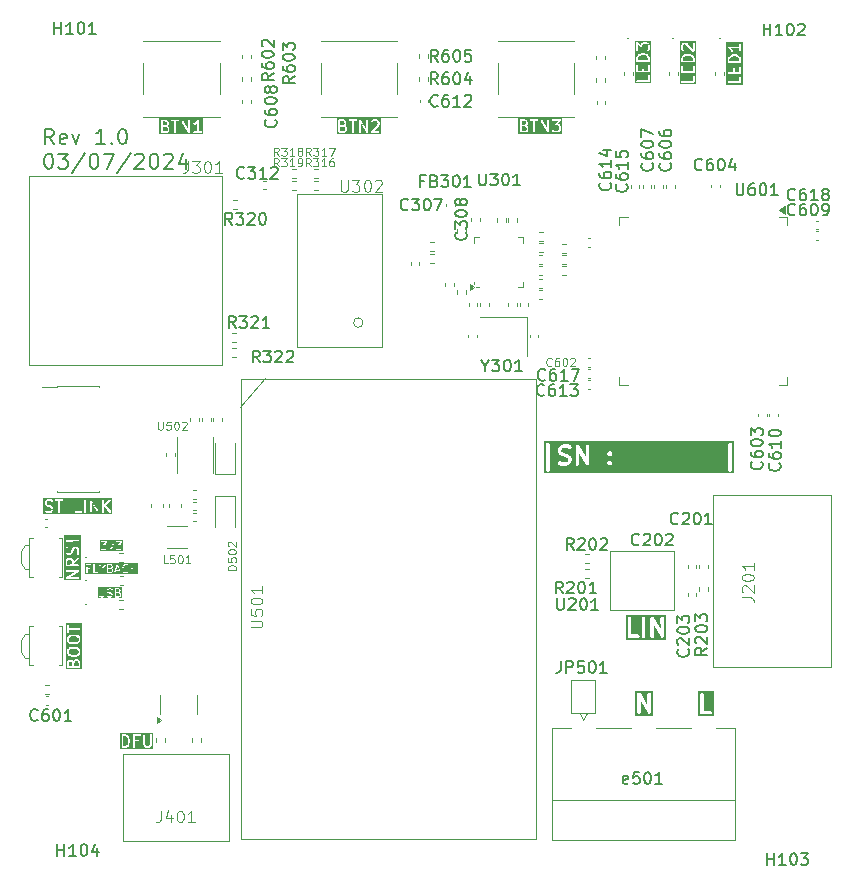
<source format=gbr>
%TF.GenerationSoftware,KiCad,Pcbnew,8.0.3-8.0.3-0~ubuntu22.04.1*%
%TF.CreationDate,2024-07-03T11:37:09+02:00*%
%TF.ProjectId,FabOS_MB,4661624f-535f-44d4-922e-6b696361645f,rev?*%
%TF.SameCoordinates,Original*%
%TF.FileFunction,Legend,Top*%
%TF.FilePolarity,Positive*%
%FSLAX46Y46*%
G04 Gerber Fmt 4.6, Leading zero omitted, Abs format (unit mm)*
G04 Created by KiCad (PCBNEW 8.0.3-8.0.3-0~ubuntu22.04.1) date 2024-07-03 11:37:09*
%MOMM*%
%LPD*%
G01*
G04 APERTURE LIST*
%ADD10C,0.300000*%
%ADD11C,0.200000*%
%ADD12C,0.150000*%
%ADD13C,0.100000*%
%ADD14C,0.120000*%
G04 APERTURE END LIST*
D10*
G36*
X155756890Y-132914613D02*
G01*
X139694986Y-132914613D01*
X139694986Y-130457971D01*
X139861653Y-130457971D01*
X139864535Y-132630092D01*
X139886933Y-132684164D01*
X139928317Y-132725548D01*
X139982389Y-132747946D01*
X140040917Y-132747946D01*
X140094989Y-132725548D01*
X140136373Y-132684164D01*
X140158771Y-132630092D01*
X140161653Y-132600828D01*
X140159378Y-130886542D01*
X140861653Y-130886542D01*
X140863687Y-131008067D01*
X140862831Y-131010638D01*
X140864008Y-131027207D01*
X140864535Y-131058664D01*
X140866597Y-131063642D01*
X140866979Y-131069018D01*
X140877489Y-131096482D01*
X140951498Y-131239025D01*
X140958361Y-131255593D01*
X140963095Y-131261361D01*
X140964582Y-131264225D01*
X140967576Y-131266821D01*
X140977016Y-131278324D01*
X141052165Y-131350219D01*
X141062542Y-131362184D01*
X141068767Y-131366102D01*
X141071175Y-131368406D01*
X141074834Y-131369921D01*
X141087428Y-131377849D01*
X141222835Y-131442991D01*
X141233296Y-131450742D01*
X141255250Y-131458585D01*
X141257748Y-131459787D01*
X141258828Y-131459863D01*
X141260987Y-131460635D01*
X141521301Y-131523257D01*
X141633836Y-131577395D01*
X141672498Y-131614384D01*
X141719337Y-131704597D01*
X141720554Y-131777293D01*
X141677943Y-131865867D01*
X141640954Y-131904530D01*
X141551327Y-131951064D01*
X141256963Y-131953260D01*
X141030413Y-131880577D01*
X140972033Y-131884727D01*
X140919686Y-131910901D01*
X140881338Y-131955115D01*
X140862830Y-132010640D01*
X140866980Y-132069020D01*
X140893154Y-132121367D01*
X140937368Y-132159715D01*
X140964219Y-132171703D01*
X141178848Y-132240561D01*
X141196675Y-132247946D01*
X141204163Y-132248683D01*
X141207179Y-132249651D01*
X141211133Y-132249369D01*
X141225939Y-132250828D01*
X141560370Y-132248333D01*
X141564319Y-132249650D01*
X141585481Y-132248146D01*
X141612345Y-132247946D01*
X141617323Y-132245883D01*
X141622699Y-132245502D01*
X141650162Y-132234992D01*
X141792702Y-132160984D01*
X141809275Y-132154120D01*
X141815045Y-132149384D01*
X141817906Y-132147899D01*
X141820500Y-132144907D01*
X141832006Y-132135465D01*
X141903901Y-132060315D01*
X141915866Y-132049939D01*
X141919784Y-132043713D01*
X141922088Y-132041306D01*
X141923603Y-132037646D01*
X141931531Y-132025053D01*
X141991437Y-131900528D01*
X141993516Y-131898450D01*
X142000197Y-131882318D01*
X142013469Y-131854733D01*
X142013850Y-131849358D01*
X142015914Y-131844378D01*
X142018796Y-131815114D01*
X142016761Y-131693588D01*
X142017618Y-131691018D01*
X142016440Y-131674453D01*
X142015914Y-131642993D01*
X142013850Y-131638012D01*
X142013469Y-131632638D01*
X142002960Y-131605174D01*
X141928949Y-131462630D01*
X141922088Y-131446065D01*
X141917352Y-131440294D01*
X141915866Y-131437432D01*
X141912872Y-131434835D01*
X141903434Y-131423335D01*
X141828284Y-131351437D01*
X141817907Y-131339472D01*
X141811681Y-131335553D01*
X141809275Y-131333251D01*
X141805616Y-131331735D01*
X141793021Y-131323807D01*
X141657609Y-131258662D01*
X141647152Y-131250914D01*
X141625205Y-131243073D01*
X141622700Y-131241868D01*
X141621616Y-131241791D01*
X141619461Y-131241021D01*
X141359145Y-131178398D01*
X141246613Y-131124261D01*
X141207948Y-131087270D01*
X141161111Y-130997061D01*
X141159894Y-130924362D01*
X141202505Y-130835788D01*
X141239494Y-130797125D01*
X141329120Y-130750591D01*
X141623488Y-130748395D01*
X141850035Y-130821079D01*
X141908415Y-130816930D01*
X141960762Y-130790756D01*
X141999110Y-130746542D01*
X142017618Y-130691018D01*
X142013469Y-130632638D01*
X141997564Y-130600828D01*
X142361652Y-130600828D01*
X142364534Y-132130092D01*
X142386932Y-132184164D01*
X142428316Y-132225548D01*
X142482388Y-132247946D01*
X142540916Y-132247946D01*
X142594988Y-132225548D01*
X142636372Y-132184164D01*
X142658770Y-132130092D01*
X142661652Y-132100828D01*
X142659880Y-131160711D01*
X143236629Y-132166189D01*
X143244075Y-132184164D01*
X143250793Y-132190882D01*
X143255580Y-132199227D01*
X143271353Y-132211442D01*
X143285459Y-132225548D01*
X143294292Y-132229206D01*
X143301854Y-132235063D01*
X143321102Y-132240312D01*
X143339531Y-132247946D01*
X143349093Y-132247946D01*
X143358318Y-132250462D01*
X143378109Y-132247946D01*
X143398059Y-132247946D01*
X143406892Y-132244286D01*
X143416378Y-132243081D01*
X143433700Y-132233182D01*
X143452131Y-132225548D01*
X143458891Y-132218787D01*
X143467194Y-132214043D01*
X143479407Y-132198271D01*
X143493515Y-132184164D01*
X143497174Y-132175328D01*
X143503029Y-132167769D01*
X143508277Y-132148524D01*
X143515913Y-132130092D01*
X143517386Y-132115127D01*
X143518429Y-132111306D01*
X143518053Y-132108354D01*
X143518795Y-132100828D01*
X143518605Y-132000137D01*
X145007392Y-132000137D01*
X145007392Y-132058663D01*
X145029789Y-132112735D01*
X145048444Y-132135466D01*
X145142602Y-132225549D01*
X145164999Y-132234825D01*
X145196674Y-132247946D01*
X145255202Y-132247946D01*
X145295769Y-132231142D01*
X145309273Y-132225549D01*
X145309277Y-132225544D01*
X145332003Y-132206895D01*
X145422087Y-132112736D01*
X145422088Y-132112735D01*
X145444485Y-132058663D01*
X145444485Y-132000137D01*
X145422088Y-131946065D01*
X145403433Y-131923334D01*
X145309273Y-131833250D01*
X145277599Y-131820130D01*
X145255202Y-131810853D01*
X145196674Y-131810853D01*
X145174277Y-131820130D01*
X145142603Y-131833250D01*
X145142602Y-131833251D01*
X145119871Y-131851906D01*
X145029811Y-131946042D01*
X145029789Y-131946065D01*
X145007392Y-132000137D01*
X143518605Y-132000137D01*
X143517125Y-131214422D01*
X145007392Y-131214422D01*
X145007392Y-131272948D01*
X145029789Y-131327020D01*
X145029793Y-131327024D01*
X145048443Y-131349750D01*
X145142602Y-131439834D01*
X145142603Y-131439835D01*
X145168624Y-131450613D01*
X145196674Y-131462232D01*
X145196675Y-131462232D01*
X145255200Y-131462232D01*
X145255201Y-131462232D01*
X145255202Y-131462232D01*
X145283252Y-131450613D01*
X145309273Y-131439835D01*
X145332004Y-131421180D01*
X145422088Y-131327020D01*
X145444485Y-131272948D01*
X145444485Y-131214422D01*
X145422088Y-131160350D01*
X145422087Y-131160349D01*
X145403432Y-131137618D01*
X145309295Y-131047558D01*
X145309273Y-131047536D01*
X145293436Y-131040976D01*
X145255202Y-131025139D01*
X145196674Y-131025139D01*
X145164999Y-131038259D01*
X145142602Y-131047536D01*
X145119872Y-131066191D01*
X145029789Y-131160350D01*
X145017086Y-131191019D01*
X145009618Y-131209049D01*
X145007392Y-131214422D01*
X143517125Y-131214422D01*
X143515913Y-130571564D01*
X143493515Y-130517492D01*
X143452131Y-130476108D01*
X143408346Y-130457971D01*
X155290223Y-130457971D01*
X155293105Y-132630092D01*
X155315503Y-132684164D01*
X155356887Y-132725548D01*
X155410959Y-132747946D01*
X155469487Y-132747946D01*
X155523559Y-132725548D01*
X155564943Y-132684164D01*
X155587341Y-132630092D01*
X155590223Y-132600828D01*
X155587341Y-130428707D01*
X155564943Y-130374635D01*
X155523559Y-130333251D01*
X155469487Y-130310853D01*
X155410959Y-130310853D01*
X155356887Y-130333251D01*
X155315503Y-130374635D01*
X155293105Y-130428707D01*
X155290223Y-130457971D01*
X143408346Y-130457971D01*
X143398059Y-130453710D01*
X143339531Y-130453710D01*
X143285459Y-130476108D01*
X143244075Y-130517492D01*
X143221677Y-130571564D01*
X143218795Y-130600828D01*
X143220566Y-131540943D01*
X142643817Y-130535466D01*
X142636372Y-130517492D01*
X142629653Y-130510773D01*
X142624867Y-130502429D01*
X142609095Y-130490215D01*
X142594988Y-130476108D01*
X142586152Y-130472448D01*
X142578593Y-130466594D01*
X142559348Y-130461345D01*
X142540916Y-130453710D01*
X142531354Y-130453710D01*
X142522129Y-130451194D01*
X142502338Y-130453710D01*
X142482388Y-130453710D01*
X142473554Y-130457369D01*
X142464069Y-130458575D01*
X142446746Y-130468473D01*
X142428316Y-130476108D01*
X142421555Y-130482868D01*
X142413253Y-130487613D01*
X142401039Y-130503384D01*
X142386932Y-130517492D01*
X142383272Y-130526327D01*
X142377418Y-130533887D01*
X142372169Y-130553131D01*
X142364534Y-130571564D01*
X142363060Y-130586530D01*
X142362018Y-130590351D01*
X142362393Y-130593302D01*
X142361652Y-130600828D01*
X141997564Y-130600828D01*
X141987295Y-130580290D01*
X141943081Y-130541943D01*
X141916230Y-130529954D01*
X141701608Y-130461097D01*
X141683774Y-130453710D01*
X141676282Y-130452972D01*
X141673271Y-130452006D01*
X141669321Y-130452286D01*
X141654510Y-130450828D01*
X141320077Y-130453322D01*
X141316128Y-130452006D01*
X141294970Y-130453509D01*
X141268103Y-130453710D01*
X141263122Y-130455773D01*
X141257748Y-130456155D01*
X141230284Y-130466664D01*
X141087740Y-130540674D01*
X141071175Y-130547536D01*
X141065404Y-130552271D01*
X141062542Y-130553758D01*
X141059945Y-130556751D01*
X141048445Y-130566190D01*
X140976547Y-130641339D01*
X140964582Y-130651717D01*
X140960663Y-130657942D01*
X140958361Y-130660349D01*
X140956845Y-130664007D01*
X140948917Y-130676603D01*
X140889010Y-130801128D01*
X140886933Y-130803206D01*
X140880254Y-130819328D01*
X140866979Y-130846924D01*
X140866597Y-130852299D01*
X140864535Y-130857278D01*
X140861653Y-130886542D01*
X140159378Y-130886542D01*
X140158771Y-130428707D01*
X140136373Y-130374635D01*
X140094989Y-130333251D01*
X140040917Y-130310853D01*
X139982389Y-130310853D01*
X139928317Y-130333251D01*
X139886933Y-130374635D01*
X139864535Y-130428707D01*
X139861653Y-130457971D01*
X139694986Y-130457971D01*
X139694986Y-130144186D01*
X155756890Y-130144186D01*
X155756890Y-132914613D01*
G37*
D11*
X98183958Y-105037577D02*
X97750625Y-104418530D01*
X97441101Y-105037577D02*
X97441101Y-103737577D01*
X97441101Y-103737577D02*
X97936339Y-103737577D01*
X97936339Y-103737577D02*
X98060149Y-103799482D01*
X98060149Y-103799482D02*
X98122054Y-103861387D01*
X98122054Y-103861387D02*
X98183958Y-103985196D01*
X98183958Y-103985196D02*
X98183958Y-104170911D01*
X98183958Y-104170911D02*
X98122054Y-104294720D01*
X98122054Y-104294720D02*
X98060149Y-104356625D01*
X98060149Y-104356625D02*
X97936339Y-104418530D01*
X97936339Y-104418530D02*
X97441101Y-104418530D01*
X99236339Y-104975673D02*
X99112530Y-105037577D01*
X99112530Y-105037577D02*
X98864911Y-105037577D01*
X98864911Y-105037577D02*
X98741101Y-104975673D01*
X98741101Y-104975673D02*
X98679197Y-104851863D01*
X98679197Y-104851863D02*
X98679197Y-104356625D01*
X98679197Y-104356625D02*
X98741101Y-104232815D01*
X98741101Y-104232815D02*
X98864911Y-104170911D01*
X98864911Y-104170911D02*
X99112530Y-104170911D01*
X99112530Y-104170911D02*
X99236339Y-104232815D01*
X99236339Y-104232815D02*
X99298244Y-104356625D01*
X99298244Y-104356625D02*
X99298244Y-104480434D01*
X99298244Y-104480434D02*
X98679197Y-104604244D01*
X99731578Y-104170911D02*
X100041102Y-105037577D01*
X100041102Y-105037577D02*
X100350625Y-104170911D01*
X102517292Y-105037577D02*
X101774435Y-105037577D01*
X102145863Y-105037577D02*
X102145863Y-103737577D01*
X102145863Y-103737577D02*
X102022054Y-103923292D01*
X102022054Y-103923292D02*
X101898244Y-104047101D01*
X101898244Y-104047101D02*
X101774435Y-104109006D01*
X103074434Y-104913768D02*
X103136339Y-104975673D01*
X103136339Y-104975673D02*
X103074434Y-105037577D01*
X103074434Y-105037577D02*
X103012530Y-104975673D01*
X103012530Y-104975673D02*
X103074434Y-104913768D01*
X103074434Y-104913768D02*
X103074434Y-105037577D01*
X103941101Y-103737577D02*
X104064911Y-103737577D01*
X104064911Y-103737577D02*
X104188720Y-103799482D01*
X104188720Y-103799482D02*
X104250625Y-103861387D01*
X104250625Y-103861387D02*
X104312530Y-103985196D01*
X104312530Y-103985196D02*
X104374435Y-104232815D01*
X104374435Y-104232815D02*
X104374435Y-104542339D01*
X104374435Y-104542339D02*
X104312530Y-104789958D01*
X104312530Y-104789958D02*
X104250625Y-104913768D01*
X104250625Y-104913768D02*
X104188720Y-104975673D01*
X104188720Y-104975673D02*
X104064911Y-105037577D01*
X104064911Y-105037577D02*
X103941101Y-105037577D01*
X103941101Y-105037577D02*
X103817292Y-104975673D01*
X103817292Y-104975673D02*
X103755387Y-104913768D01*
X103755387Y-104913768D02*
X103693482Y-104789958D01*
X103693482Y-104789958D02*
X103631578Y-104542339D01*
X103631578Y-104542339D02*
X103631578Y-104232815D01*
X103631578Y-104232815D02*
X103693482Y-103985196D01*
X103693482Y-103985196D02*
X103755387Y-103861387D01*
X103755387Y-103861387D02*
X103817292Y-103799482D01*
X103817292Y-103799482D02*
X103941101Y-103737577D01*
X97688720Y-105830504D02*
X97812530Y-105830504D01*
X97812530Y-105830504D02*
X97936339Y-105892409D01*
X97936339Y-105892409D02*
X97998244Y-105954314D01*
X97998244Y-105954314D02*
X98060149Y-106078123D01*
X98060149Y-106078123D02*
X98122054Y-106325742D01*
X98122054Y-106325742D02*
X98122054Y-106635266D01*
X98122054Y-106635266D02*
X98060149Y-106882885D01*
X98060149Y-106882885D02*
X97998244Y-107006695D01*
X97998244Y-107006695D02*
X97936339Y-107068600D01*
X97936339Y-107068600D02*
X97812530Y-107130504D01*
X97812530Y-107130504D02*
X97688720Y-107130504D01*
X97688720Y-107130504D02*
X97564911Y-107068600D01*
X97564911Y-107068600D02*
X97503006Y-107006695D01*
X97503006Y-107006695D02*
X97441101Y-106882885D01*
X97441101Y-106882885D02*
X97379197Y-106635266D01*
X97379197Y-106635266D02*
X97379197Y-106325742D01*
X97379197Y-106325742D02*
X97441101Y-106078123D01*
X97441101Y-106078123D02*
X97503006Y-105954314D01*
X97503006Y-105954314D02*
X97564911Y-105892409D01*
X97564911Y-105892409D02*
X97688720Y-105830504D01*
X98555387Y-105830504D02*
X99360149Y-105830504D01*
X99360149Y-105830504D02*
X98926815Y-106325742D01*
X98926815Y-106325742D02*
X99112530Y-106325742D01*
X99112530Y-106325742D02*
X99236339Y-106387647D01*
X99236339Y-106387647D02*
X99298244Y-106449552D01*
X99298244Y-106449552D02*
X99360149Y-106573361D01*
X99360149Y-106573361D02*
X99360149Y-106882885D01*
X99360149Y-106882885D02*
X99298244Y-107006695D01*
X99298244Y-107006695D02*
X99236339Y-107068600D01*
X99236339Y-107068600D02*
X99112530Y-107130504D01*
X99112530Y-107130504D02*
X98741101Y-107130504D01*
X98741101Y-107130504D02*
X98617292Y-107068600D01*
X98617292Y-107068600D02*
X98555387Y-107006695D01*
X100845863Y-105768600D02*
X99731577Y-107440028D01*
X101526815Y-105830504D02*
X101650625Y-105830504D01*
X101650625Y-105830504D02*
X101774434Y-105892409D01*
X101774434Y-105892409D02*
X101836339Y-105954314D01*
X101836339Y-105954314D02*
X101898244Y-106078123D01*
X101898244Y-106078123D02*
X101960149Y-106325742D01*
X101960149Y-106325742D02*
X101960149Y-106635266D01*
X101960149Y-106635266D02*
X101898244Y-106882885D01*
X101898244Y-106882885D02*
X101836339Y-107006695D01*
X101836339Y-107006695D02*
X101774434Y-107068600D01*
X101774434Y-107068600D02*
X101650625Y-107130504D01*
X101650625Y-107130504D02*
X101526815Y-107130504D01*
X101526815Y-107130504D02*
X101403006Y-107068600D01*
X101403006Y-107068600D02*
X101341101Y-107006695D01*
X101341101Y-107006695D02*
X101279196Y-106882885D01*
X101279196Y-106882885D02*
X101217292Y-106635266D01*
X101217292Y-106635266D02*
X101217292Y-106325742D01*
X101217292Y-106325742D02*
X101279196Y-106078123D01*
X101279196Y-106078123D02*
X101341101Y-105954314D01*
X101341101Y-105954314D02*
X101403006Y-105892409D01*
X101403006Y-105892409D02*
X101526815Y-105830504D01*
X102393482Y-105830504D02*
X103260148Y-105830504D01*
X103260148Y-105830504D02*
X102703006Y-107130504D01*
X104683958Y-105768600D02*
X103569672Y-107440028D01*
X105055387Y-105954314D02*
X105117291Y-105892409D01*
X105117291Y-105892409D02*
X105241101Y-105830504D01*
X105241101Y-105830504D02*
X105550625Y-105830504D01*
X105550625Y-105830504D02*
X105674434Y-105892409D01*
X105674434Y-105892409D02*
X105736339Y-105954314D01*
X105736339Y-105954314D02*
X105798244Y-106078123D01*
X105798244Y-106078123D02*
X105798244Y-106201933D01*
X105798244Y-106201933D02*
X105736339Y-106387647D01*
X105736339Y-106387647D02*
X104993482Y-107130504D01*
X104993482Y-107130504D02*
X105798244Y-107130504D01*
X106603005Y-105830504D02*
X106726815Y-105830504D01*
X106726815Y-105830504D02*
X106850624Y-105892409D01*
X106850624Y-105892409D02*
X106912529Y-105954314D01*
X106912529Y-105954314D02*
X106974434Y-106078123D01*
X106974434Y-106078123D02*
X107036339Y-106325742D01*
X107036339Y-106325742D02*
X107036339Y-106635266D01*
X107036339Y-106635266D02*
X106974434Y-106882885D01*
X106974434Y-106882885D02*
X106912529Y-107006695D01*
X106912529Y-107006695D02*
X106850624Y-107068600D01*
X106850624Y-107068600D02*
X106726815Y-107130504D01*
X106726815Y-107130504D02*
X106603005Y-107130504D01*
X106603005Y-107130504D02*
X106479196Y-107068600D01*
X106479196Y-107068600D02*
X106417291Y-107006695D01*
X106417291Y-107006695D02*
X106355386Y-106882885D01*
X106355386Y-106882885D02*
X106293482Y-106635266D01*
X106293482Y-106635266D02*
X106293482Y-106325742D01*
X106293482Y-106325742D02*
X106355386Y-106078123D01*
X106355386Y-106078123D02*
X106417291Y-105954314D01*
X106417291Y-105954314D02*
X106479196Y-105892409D01*
X106479196Y-105892409D02*
X106603005Y-105830504D01*
X107531577Y-105954314D02*
X107593481Y-105892409D01*
X107593481Y-105892409D02*
X107717291Y-105830504D01*
X107717291Y-105830504D02*
X108026815Y-105830504D01*
X108026815Y-105830504D02*
X108150624Y-105892409D01*
X108150624Y-105892409D02*
X108212529Y-105954314D01*
X108212529Y-105954314D02*
X108274434Y-106078123D01*
X108274434Y-106078123D02*
X108274434Y-106201933D01*
X108274434Y-106201933D02*
X108212529Y-106387647D01*
X108212529Y-106387647D02*
X107469672Y-107130504D01*
X107469672Y-107130504D02*
X108274434Y-107130504D01*
X109388719Y-106263838D02*
X109388719Y-107130504D01*
X109079195Y-105768600D02*
X108769672Y-106697171D01*
X108769672Y-106697171D02*
X109574433Y-106697171D01*
D12*
G36*
X138141595Y-103557566D02*
G01*
X138168256Y-103583305D01*
X138203714Y-103652162D01*
X138204699Y-103759794D01*
X138171519Y-103828175D01*
X138141273Y-103859504D01*
X138072586Y-103894875D01*
X137782038Y-103895933D01*
X137781505Y-103520701D01*
X138024589Y-103519694D01*
X138141595Y-103557566D01*
G37*
G36*
X138089310Y-103076871D02*
G01*
X138120637Y-103107115D01*
X138156159Y-103176096D01*
X138156948Y-103236257D01*
X138123900Y-103304366D01*
X138093655Y-103335694D01*
X138024952Y-103371073D01*
X137781294Y-103372082D01*
X137780828Y-103044513D01*
X138020578Y-103043520D01*
X138089310Y-103076871D01*
G37*
G36*
X141226587Y-104155930D02*
G01*
X137521032Y-104155930D01*
X137521032Y-102969819D01*
X137632143Y-102969819D01*
X137633584Y-103984451D01*
X137644783Y-104011487D01*
X137665475Y-104032179D01*
X137692511Y-104043378D01*
X137707143Y-104044819D01*
X138076445Y-104043473D01*
X138078714Y-104044230D01*
X138090055Y-104043424D01*
X138102727Y-104043378D01*
X138105216Y-104042346D01*
X138107904Y-104042156D01*
X138121636Y-104036901D01*
X138216190Y-103988209D01*
X138225001Y-103984560D01*
X138227903Y-103982177D01*
X138229317Y-103981450D01*
X138230617Y-103979950D01*
X138236367Y-103975232D01*
X138283708Y-103926195D01*
X138290202Y-103920564D01*
X138292181Y-103917418D01*
X138293313Y-103916247D01*
X138294070Y-103914417D01*
X138298034Y-103908121D01*
X138339709Y-103822231D01*
X138340931Y-103821010D01*
X138344600Y-103812150D01*
X138350908Y-103799152D01*
X138351099Y-103796462D01*
X138352130Y-103793974D01*
X138353571Y-103779342D01*
X138352366Y-103647711D01*
X138352982Y-103645865D01*
X138352256Y-103635650D01*
X138352130Y-103621853D01*
X138351099Y-103619364D01*
X138350908Y-103616675D01*
X138345653Y-103602944D01*
X138296961Y-103508389D01*
X138293312Y-103499579D01*
X138290929Y-103496676D01*
X138290202Y-103495263D01*
X138288703Y-103493963D01*
X138283985Y-103488214D01*
X138243158Y-103448798D01*
X138242582Y-103447645D01*
X138236502Y-103442371D01*
X138225001Y-103431268D01*
X138222510Y-103430236D01*
X138220475Y-103428471D01*
X138213788Y-103425485D01*
X138236088Y-103402387D01*
X138242583Y-103396755D01*
X138244562Y-103393609D01*
X138245693Y-103392439D01*
X138246450Y-103390611D01*
X138250415Y-103384312D01*
X138292090Y-103298422D01*
X138293312Y-103297201D01*
X138296981Y-103288341D01*
X138303289Y-103275343D01*
X138303480Y-103272653D01*
X138304511Y-103270165D01*
X138305952Y-103255533D01*
X138304846Y-103171225D01*
X138305363Y-103169675D01*
X138304704Y-103160404D01*
X138304511Y-103145663D01*
X138303480Y-103143174D01*
X138303289Y-103140485D01*
X138298034Y-103126754D01*
X138249342Y-103032199D01*
X138245693Y-103023389D01*
X138243310Y-103020486D01*
X138242583Y-103019073D01*
X138241084Y-103017773D01*
X138236366Y-103012024D01*
X138187330Y-102964682D01*
X138181698Y-102958188D01*
X138178552Y-102956208D01*
X138177495Y-102955187D01*
X138490727Y-102955187D01*
X138490727Y-102984451D01*
X138501926Y-103011487D01*
X138522618Y-103032179D01*
X138549654Y-103043378D01*
X138564286Y-103044819D01*
X138775105Y-103044300D01*
X138776441Y-103984451D01*
X138787640Y-104011487D01*
X138808332Y-104032179D01*
X138835368Y-104043378D01*
X138864632Y-104043378D01*
X138891668Y-104032179D01*
X138912360Y-104011487D01*
X138923559Y-103984451D01*
X138925000Y-103969819D01*
X138923685Y-103043935D01*
X139150346Y-103043378D01*
X139177382Y-103032179D01*
X139198074Y-103011487D01*
X139209273Y-102984451D01*
X139209273Y-102969819D01*
X139394048Y-102969819D01*
X139395489Y-103984451D01*
X139406688Y-104011487D01*
X139427380Y-104032179D01*
X139454416Y-104043378D01*
X139483680Y-104043378D01*
X139510716Y-104032179D01*
X139531408Y-104011487D01*
X139542607Y-103984451D01*
X139544048Y-103969819D01*
X139543025Y-103249749D01*
X139974372Y-104002448D01*
X139978116Y-104011487D01*
X139981478Y-104014849D01*
X139983868Y-104019019D01*
X139991756Y-104025127D01*
X139998808Y-104032179D01*
X140003226Y-104034009D01*
X140007006Y-104036936D01*
X140016627Y-104039560D01*
X140025844Y-104043378D01*
X140030625Y-104043378D01*
X140035237Y-104044636D01*
X140045134Y-104043378D01*
X140055108Y-104043378D01*
X140059523Y-104041548D01*
X140064267Y-104040946D01*
X140072931Y-104035995D01*
X140082144Y-104032179D01*
X140085522Y-104028800D01*
X140089676Y-104026427D01*
X140095785Y-104018537D01*
X140102836Y-104011487D01*
X140104665Y-104007070D01*
X140107593Y-104003290D01*
X140110217Y-103993666D01*
X140114035Y-103984451D01*
X140114771Y-103976968D01*
X140115293Y-103975058D01*
X140115105Y-103973582D01*
X140115476Y-103969819D01*
X140114035Y-102955187D01*
X140347870Y-102955187D01*
X140347870Y-102984451D01*
X140359069Y-103011487D01*
X140379761Y-103032179D01*
X140406797Y-103043378D01*
X140421429Y-103044819D01*
X140876700Y-103043783D01*
X140652915Y-103300970D01*
X140644783Y-103309103D01*
X140643823Y-103311419D01*
X140642149Y-103313344D01*
X140638247Y-103324881D01*
X140633584Y-103336139D01*
X140633584Y-103338669D01*
X140632774Y-103341065D01*
X140633584Y-103353218D01*
X140633584Y-103365403D01*
X140634551Y-103367739D01*
X140634720Y-103370263D01*
X140640122Y-103381188D01*
X140644783Y-103392439D01*
X140646569Y-103394225D01*
X140647692Y-103396495D01*
X140656864Y-103404520D01*
X140665475Y-103413131D01*
X140667811Y-103414099D01*
X140669716Y-103415765D01*
X140681253Y-103419666D01*
X140692511Y-103424330D01*
X140696081Y-103424681D01*
X140697437Y-103425140D01*
X140699404Y-103425008D01*
X140707143Y-103425771D01*
X140830452Y-103424642D01*
X140898834Y-103457823D01*
X140930161Y-103488067D01*
X140965564Y-103556818D01*
X140966720Y-103759554D01*
X140933424Y-103828175D01*
X140903178Y-103859504D01*
X140834456Y-103894893D01*
X140584137Y-103896094D01*
X140515452Y-103862767D01*
X140463097Y-103812220D01*
X140436061Y-103801021D01*
X140406798Y-103801021D01*
X140379762Y-103812219D01*
X140359069Y-103832912D01*
X140347870Y-103859948D01*
X140347870Y-103889211D01*
X140359068Y-103916247D01*
X140368395Y-103927612D01*
X140417430Y-103974953D01*
X140423064Y-103981450D01*
X140426209Y-103983429D01*
X140427380Y-103984560D01*
X140429207Y-103985317D01*
X140435507Y-103989282D01*
X140521396Y-104030957D01*
X140522618Y-104032179D01*
X140531477Y-104035848D01*
X140544476Y-104042156D01*
X140547165Y-104042347D01*
X140549654Y-104043378D01*
X140564286Y-104044819D01*
X140838440Y-104043503D01*
X140840619Y-104044230D01*
X140851739Y-104043439D01*
X140864632Y-104043378D01*
X140867121Y-104042346D01*
X140869809Y-104042156D01*
X140883541Y-104036901D01*
X140978095Y-103988209D01*
X140986906Y-103984560D01*
X140989808Y-103982177D01*
X140991222Y-103981450D01*
X140992522Y-103979950D01*
X140998272Y-103975232D01*
X141045613Y-103926195D01*
X141052107Y-103920564D01*
X141054086Y-103917418D01*
X141055218Y-103916247D01*
X141055975Y-103914417D01*
X141059939Y-103908121D01*
X141101614Y-103822231D01*
X141102836Y-103821010D01*
X141106505Y-103812150D01*
X141112813Y-103799152D01*
X141113004Y-103796462D01*
X141114035Y-103793974D01*
X141115476Y-103779342D01*
X141114183Y-103552736D01*
X141114887Y-103550627D01*
X141114109Y-103539684D01*
X141114035Y-103526615D01*
X141113004Y-103524126D01*
X141112813Y-103521437D01*
X141107558Y-103507706D01*
X141058866Y-103413151D01*
X141055217Y-103404341D01*
X141052834Y-103401438D01*
X141052107Y-103400025D01*
X141050608Y-103398725D01*
X141045890Y-103392976D01*
X140996854Y-103345634D01*
X140991222Y-103339140D01*
X140988076Y-103337160D01*
X140986906Y-103336030D01*
X140985078Y-103335272D01*
X140978779Y-103331308D01*
X140892890Y-103289633D01*
X140891668Y-103288411D01*
X140882802Y-103284738D01*
X140869809Y-103278434D01*
X140869520Y-103278413D01*
X141094703Y-103019619D01*
X141102836Y-103011487D01*
X141103795Y-103009170D01*
X141105470Y-103007246D01*
X141109371Y-102995708D01*
X141114035Y-102984451D01*
X141114035Y-102981920D01*
X141114845Y-102979525D01*
X141114035Y-102967371D01*
X141114035Y-102955187D01*
X141113067Y-102952850D01*
X141112899Y-102950327D01*
X141107496Y-102939401D01*
X141102836Y-102928151D01*
X141101049Y-102926364D01*
X141099927Y-102924095D01*
X141090754Y-102916069D01*
X141082144Y-102907459D01*
X141079807Y-102906490D01*
X141077903Y-102904825D01*
X141066365Y-102900923D01*
X141055108Y-102896260D01*
X141051537Y-102895908D01*
X141050182Y-102895450D01*
X141048214Y-102895581D01*
X141040476Y-102894819D01*
X140406797Y-102896260D01*
X140379761Y-102907459D01*
X140359069Y-102928151D01*
X140347870Y-102955187D01*
X140114035Y-102955187D01*
X140102836Y-102928151D01*
X140082144Y-102907459D01*
X140055108Y-102896260D01*
X140025844Y-102896260D01*
X139998808Y-102907459D01*
X139978116Y-102928151D01*
X139966917Y-102955187D01*
X139965476Y-102969819D01*
X139966498Y-103689888D01*
X139535151Y-102937189D01*
X139531408Y-102928151D01*
X139528045Y-102924788D01*
X139525656Y-102920619D01*
X139517766Y-102914509D01*
X139510716Y-102907459D01*
X139506299Y-102905629D01*
X139502519Y-102902702D01*
X139492895Y-102900077D01*
X139483680Y-102896260D01*
X139478899Y-102896260D01*
X139474287Y-102895002D01*
X139464390Y-102896260D01*
X139454416Y-102896260D01*
X139450000Y-102898089D01*
X139445257Y-102898692D01*
X139436592Y-102903642D01*
X139427380Y-102907459D01*
X139424001Y-102910837D01*
X139419848Y-102913211D01*
X139413738Y-102921100D01*
X139406688Y-102928151D01*
X139404858Y-102932567D01*
X139401931Y-102936348D01*
X139399306Y-102945971D01*
X139395489Y-102955187D01*
X139394752Y-102962669D01*
X139394231Y-102964580D01*
X139394418Y-102966055D01*
X139394048Y-102969819D01*
X139209273Y-102969819D01*
X139209273Y-102955187D01*
X139198074Y-102928151D01*
X139177382Y-102907459D01*
X139150346Y-102896260D01*
X139135714Y-102894819D01*
X138549654Y-102896260D01*
X138522618Y-102907459D01*
X138501926Y-102928151D01*
X138490727Y-102955187D01*
X138177495Y-102955187D01*
X138177382Y-102955078D01*
X138175554Y-102954320D01*
X138169255Y-102950356D01*
X138083366Y-102908681D01*
X138082144Y-102907459D01*
X138073278Y-102903786D01*
X138060285Y-102897482D01*
X138057597Y-102897291D01*
X138055108Y-102896260D01*
X138040476Y-102894819D01*
X137692511Y-102896260D01*
X137665475Y-102907459D01*
X137644783Y-102928151D01*
X137633584Y-102955187D01*
X137632143Y-102969819D01*
X137521032Y-102969819D01*
X137521032Y-102783708D01*
X141226587Y-102783708D01*
X141226587Y-104155930D01*
G37*
D10*
G36*
X154078070Y-153472495D02*
G01*
X152733332Y-153472495D01*
X152733332Y-151655828D01*
X152899999Y-151655828D01*
X152902881Y-153185092D01*
X152925279Y-153239164D01*
X152966663Y-153280548D01*
X153020735Y-153302946D01*
X153049999Y-153305828D01*
X153793549Y-153302946D01*
X153847621Y-153280548D01*
X153889005Y-153239164D01*
X153911403Y-153185092D01*
X153911403Y-153126564D01*
X153889005Y-153072492D01*
X153847621Y-153031108D01*
X153793549Y-153008710D01*
X153764285Y-153005828D01*
X153199720Y-153008016D01*
X153197117Y-151626564D01*
X153174719Y-151572492D01*
X153133335Y-151531108D01*
X153079263Y-151508710D01*
X153020735Y-151508710D01*
X152966663Y-151531108D01*
X152925279Y-151572492D01*
X152902881Y-151626564D01*
X152899999Y-151655828D01*
X152733332Y-151655828D01*
X152733332Y-151342043D01*
X154078070Y-151342043D01*
X154078070Y-153472495D01*
G37*
D12*
G36*
X99689367Y-148873718D02*
G01*
X99720694Y-148903962D01*
X99756073Y-148972665D01*
X99757082Y-149216323D01*
X99429513Y-149216789D01*
X99428520Y-148977039D01*
X99461871Y-148908307D01*
X99492115Y-148876980D01*
X99561096Y-148841458D01*
X99621257Y-148840669D01*
X99689367Y-148873718D01*
G37*
G36*
X100213176Y-148826099D02*
G01*
X100244504Y-148856344D01*
X100279875Y-148925031D01*
X100280933Y-149215579D01*
X99905701Y-149216112D01*
X99904694Y-148973028D01*
X99942566Y-148856022D01*
X99968305Y-148829361D01*
X100037162Y-148793903D01*
X100144794Y-148792918D01*
X100213176Y-148826099D01*
G37*
G36*
X100172325Y-147785221D02*
G01*
X100244166Y-147855688D01*
X100279928Y-147925134D01*
X100281018Y-148080303D01*
X100247867Y-148148625D01*
X100175485Y-148222418D01*
X100017313Y-148263111D01*
X99702559Y-148264414D01*
X99537311Y-148224300D01*
X99465471Y-148153833D01*
X99429709Y-148084387D01*
X99428619Y-147929218D01*
X99461770Y-147860895D01*
X99534152Y-147787103D01*
X99692323Y-147746410D01*
X100007077Y-147745107D01*
X100172325Y-147785221D01*
G37*
G36*
X100172325Y-146737602D02*
G01*
X100244166Y-146808069D01*
X100279928Y-146877515D01*
X100281018Y-147032684D01*
X100247867Y-147101006D01*
X100175485Y-147174799D01*
X100017313Y-147215492D01*
X99702559Y-147216795D01*
X99537311Y-147176681D01*
X99465471Y-147106214D01*
X99429709Y-147036768D01*
X99428619Y-146881599D01*
X99461770Y-146813276D01*
X99534152Y-146739484D01*
X99692323Y-146698791D01*
X100007077Y-146697488D01*
X100172325Y-146737602D01*
G37*
G36*
X100540930Y-149476586D02*
G01*
X99168708Y-149476586D01*
X99168708Y-148957142D01*
X99279819Y-148957142D01*
X99281260Y-149305107D01*
X99292459Y-149332143D01*
X99313151Y-149352835D01*
X99340187Y-149364034D01*
X99354819Y-149365475D01*
X100369451Y-149364034D01*
X100396487Y-149352835D01*
X100417179Y-149332143D01*
X100428378Y-149305107D01*
X100429819Y-149290475D01*
X100428473Y-148921171D01*
X100429230Y-148918903D01*
X100428424Y-148907561D01*
X100428378Y-148894891D01*
X100427347Y-148892402D01*
X100427156Y-148889713D01*
X100421901Y-148875982D01*
X100373209Y-148781427D01*
X100369560Y-148772617D01*
X100367177Y-148769714D01*
X100366450Y-148768301D01*
X100364950Y-148767000D01*
X100360232Y-148761251D01*
X100311195Y-148713909D01*
X100305564Y-148707416D01*
X100302418Y-148705436D01*
X100301247Y-148704305D01*
X100299417Y-148703547D01*
X100293121Y-148699584D01*
X100207232Y-148657909D01*
X100206010Y-148656687D01*
X100197144Y-148653014D01*
X100184151Y-148646710D01*
X100181463Y-148646519D01*
X100178974Y-148645488D01*
X100164342Y-148644047D01*
X100032711Y-148645251D01*
X100030865Y-148644636D01*
X100020650Y-148645361D01*
X100006853Y-148645488D01*
X100004364Y-148646518D01*
X100001675Y-148646710D01*
X99987944Y-148651965D01*
X99893389Y-148700656D01*
X99884579Y-148704306D01*
X99881676Y-148706688D01*
X99880263Y-148707416D01*
X99878963Y-148708914D01*
X99873214Y-148713633D01*
X99833798Y-148754459D01*
X99832645Y-148755036D01*
X99827371Y-148761115D01*
X99816268Y-148772617D01*
X99815236Y-148775107D01*
X99813471Y-148777143D01*
X99810485Y-148783829D01*
X99787387Y-148761529D01*
X99781755Y-148755035D01*
X99778609Y-148753055D01*
X99777439Y-148751925D01*
X99775611Y-148751167D01*
X99769312Y-148747203D01*
X99683423Y-148705528D01*
X99682201Y-148704306D01*
X99673335Y-148700633D01*
X99660342Y-148694329D01*
X99657654Y-148694138D01*
X99655165Y-148693107D01*
X99640533Y-148691666D01*
X99556225Y-148692771D01*
X99554675Y-148692255D01*
X99545404Y-148692913D01*
X99530663Y-148693107D01*
X99528174Y-148694137D01*
X99525485Y-148694329D01*
X99511754Y-148699584D01*
X99417199Y-148748275D01*
X99408389Y-148751925D01*
X99405486Y-148754307D01*
X99404073Y-148755035D01*
X99402773Y-148756533D01*
X99397024Y-148761252D01*
X99349682Y-148810287D01*
X99343188Y-148815920D01*
X99341208Y-148819065D01*
X99340078Y-148820236D01*
X99339320Y-148822063D01*
X99335356Y-148828363D01*
X99293681Y-148914251D01*
X99292459Y-148915474D01*
X99288786Y-148924339D01*
X99282482Y-148937333D01*
X99282291Y-148940020D01*
X99281260Y-148942510D01*
X99279819Y-148957142D01*
X99168708Y-148957142D01*
X99168708Y-147909523D01*
X99279819Y-147909523D01*
X99281077Y-148088610D01*
X99280408Y-148090618D01*
X99281166Y-148101290D01*
X99281260Y-148114631D01*
X99282291Y-148117120D01*
X99282482Y-148119808D01*
X99287737Y-148133540D01*
X99336429Y-148228096D01*
X99340078Y-148236905D01*
X99342460Y-148239807D01*
X99343188Y-148241221D01*
X99344686Y-148242520D01*
X99349405Y-148248270D01*
X99439728Y-148336867D01*
X99442128Y-148340867D01*
X99448988Y-148345950D01*
X99456008Y-148352836D01*
X99461161Y-148354970D01*
X99465640Y-148358289D01*
X99479486Y-148363236D01*
X99665851Y-148408476D01*
X99673520Y-148411653D01*
X99682634Y-148412550D01*
X99684506Y-148413005D01*
X99685598Y-148412842D01*
X99688152Y-148413094D01*
X100016588Y-148411733D01*
X100025131Y-148413005D01*
X100034223Y-148411660D01*
X100036117Y-148411653D01*
X100037138Y-148411230D01*
X100039675Y-148410855D01*
X100221666Y-148364034D01*
X100226592Y-148364034D01*
X100234667Y-148360689D01*
X100243997Y-148358289D01*
X100248476Y-148354969D01*
X100253628Y-148352836D01*
X100264994Y-148343508D01*
X100358932Y-148247740D01*
X100366450Y-148241221D01*
X100368460Y-148238027D01*
X100369561Y-148236905D01*
X100370319Y-148235072D01*
X100374282Y-148228778D01*
X100415957Y-148142888D01*
X100417179Y-148141667D01*
X100420848Y-148132807D01*
X100427156Y-148119809D01*
X100427347Y-148117119D01*
X100428378Y-148114631D01*
X100429819Y-148099999D01*
X100428560Y-147920910D01*
X100429230Y-147918903D01*
X100428471Y-147908230D01*
X100428378Y-147894891D01*
X100427347Y-147892402D01*
X100427156Y-147889713D01*
X100421901Y-147875982D01*
X100373212Y-147781433D01*
X100369561Y-147772617D01*
X100367176Y-147769711D01*
X100366450Y-147768301D01*
X100364953Y-147767002D01*
X100360233Y-147761252D01*
X100269909Y-147672656D01*
X100267509Y-147668655D01*
X100260645Y-147663569D01*
X100253628Y-147656686D01*
X100248476Y-147654552D01*
X100243997Y-147651233D01*
X100230151Y-147646286D01*
X100043785Y-147601045D01*
X100036117Y-147597869D01*
X100027002Y-147596971D01*
X100025131Y-147596517D01*
X100024038Y-147596679D01*
X100021485Y-147596428D01*
X99693048Y-147597788D01*
X99684506Y-147596517D01*
X99675413Y-147597861D01*
X99673520Y-147597869D01*
X99672498Y-147598291D01*
X99669962Y-147598667D01*
X99487971Y-147645488D01*
X99483045Y-147645488D01*
X99474968Y-147648833D01*
X99465640Y-147651233D01*
X99461161Y-147654551D01*
X99456008Y-147656686D01*
X99444643Y-147666014D01*
X99350711Y-147761776D01*
X99343188Y-147768301D01*
X99341175Y-147771497D01*
X99340078Y-147772617D01*
X99339320Y-147774444D01*
X99335356Y-147780744D01*
X99293681Y-147866632D01*
X99292459Y-147867855D01*
X99288786Y-147876720D01*
X99282482Y-147889714D01*
X99282291Y-147892401D01*
X99281260Y-147894891D01*
X99279819Y-147909523D01*
X99168708Y-147909523D01*
X99168708Y-146861904D01*
X99279819Y-146861904D01*
X99281077Y-147040991D01*
X99280408Y-147042999D01*
X99281166Y-147053671D01*
X99281260Y-147067012D01*
X99282291Y-147069501D01*
X99282482Y-147072189D01*
X99287737Y-147085921D01*
X99336429Y-147180477D01*
X99340078Y-147189286D01*
X99342460Y-147192188D01*
X99343188Y-147193602D01*
X99344686Y-147194901D01*
X99349405Y-147200651D01*
X99439728Y-147289248D01*
X99442128Y-147293248D01*
X99448988Y-147298331D01*
X99456008Y-147305217D01*
X99461161Y-147307351D01*
X99465640Y-147310670D01*
X99479486Y-147315617D01*
X99665851Y-147360857D01*
X99673520Y-147364034D01*
X99682634Y-147364931D01*
X99684506Y-147365386D01*
X99685598Y-147365223D01*
X99688152Y-147365475D01*
X100016588Y-147364114D01*
X100025131Y-147365386D01*
X100034223Y-147364041D01*
X100036117Y-147364034D01*
X100037138Y-147363611D01*
X100039675Y-147363236D01*
X100221666Y-147316415D01*
X100226592Y-147316415D01*
X100234667Y-147313070D01*
X100243997Y-147310670D01*
X100248476Y-147307350D01*
X100253628Y-147305217D01*
X100264994Y-147295889D01*
X100358932Y-147200121D01*
X100366450Y-147193602D01*
X100368460Y-147190408D01*
X100369561Y-147189286D01*
X100370319Y-147187453D01*
X100374282Y-147181159D01*
X100415957Y-147095269D01*
X100417179Y-147094048D01*
X100420848Y-147085188D01*
X100427156Y-147072190D01*
X100427347Y-147069500D01*
X100428378Y-147067012D01*
X100429819Y-147052380D01*
X100428560Y-146873291D01*
X100429230Y-146871284D01*
X100428471Y-146860611D01*
X100428378Y-146847272D01*
X100427347Y-146844783D01*
X100427156Y-146842094D01*
X100421901Y-146828363D01*
X100373212Y-146733814D01*
X100369561Y-146724998D01*
X100367176Y-146722092D01*
X100366450Y-146720682D01*
X100364953Y-146719383D01*
X100360233Y-146713633D01*
X100269909Y-146625037D01*
X100267509Y-146621036D01*
X100260645Y-146615950D01*
X100253628Y-146609067D01*
X100248476Y-146606933D01*
X100243997Y-146603614D01*
X100230151Y-146598667D01*
X100043785Y-146553426D01*
X100036117Y-146550250D01*
X100027002Y-146549352D01*
X100025131Y-146548898D01*
X100024038Y-146549060D01*
X100021485Y-146548809D01*
X99693048Y-146550169D01*
X99684506Y-146548898D01*
X99675413Y-146550242D01*
X99673520Y-146550250D01*
X99672498Y-146550672D01*
X99669962Y-146551048D01*
X99487971Y-146597869D01*
X99483045Y-146597869D01*
X99474968Y-146601214D01*
X99465640Y-146603614D01*
X99461161Y-146606932D01*
X99456008Y-146609067D01*
X99444643Y-146618395D01*
X99350711Y-146714157D01*
X99343188Y-146720682D01*
X99341175Y-146723878D01*
X99340078Y-146724998D01*
X99339320Y-146726825D01*
X99335356Y-146733125D01*
X99293681Y-146819013D01*
X99292459Y-146820236D01*
X99288786Y-146829101D01*
X99282482Y-146842095D01*
X99282291Y-146844782D01*
X99281260Y-146847272D01*
X99279819Y-146861904D01*
X99168708Y-146861904D01*
X99168708Y-145766666D01*
X99279819Y-145766666D01*
X99281260Y-146352726D01*
X99292459Y-146379762D01*
X99313151Y-146400454D01*
X99340187Y-146411653D01*
X99369451Y-146411653D01*
X99396487Y-146400454D01*
X99417179Y-146379762D01*
X99428378Y-146352726D01*
X99429819Y-146338094D01*
X99429300Y-146127274D01*
X100369451Y-146125939D01*
X100396487Y-146114740D01*
X100417179Y-146094048D01*
X100428378Y-146067012D01*
X100428378Y-146037748D01*
X100417179Y-146010712D01*
X100396487Y-145990020D01*
X100369451Y-145978821D01*
X100354819Y-145977380D01*
X99428935Y-145978694D01*
X99428378Y-145752034D01*
X99417179Y-145724998D01*
X99396487Y-145704306D01*
X99369451Y-145693107D01*
X99340187Y-145693107D01*
X99313151Y-145704306D01*
X99292459Y-145724998D01*
X99281260Y-145752034D01*
X99279819Y-145766666D01*
X99168708Y-145766666D01*
X99168708Y-145581996D01*
X100540930Y-145581996D01*
X100540930Y-149476586D01*
G37*
G36*
X104324662Y-155166290D02*
G01*
X104398871Y-155239080D01*
X104437562Y-155314215D01*
X104482180Y-155487645D01*
X104483322Y-155612417D01*
X104441296Y-155785540D01*
X104402571Y-155865350D01*
X104328294Y-155941076D01*
X104215215Y-155979867D01*
X104060608Y-155980749D01*
X104059399Y-155129398D01*
X104208066Y-155128551D01*
X104324662Y-155166290D01*
G37*
G36*
X106600396Y-156240930D02*
G01*
X103799603Y-156240930D01*
X103799603Y-155054819D01*
X103910714Y-155054819D01*
X103912155Y-156069451D01*
X103923354Y-156096487D01*
X103944046Y-156117179D01*
X103971082Y-156128378D01*
X103985714Y-156129819D01*
X104222483Y-156128468D01*
X104233189Y-156129230D01*
X104236897Y-156128386D01*
X104238441Y-156128378D01*
X104240272Y-156127619D01*
X104247526Y-156125970D01*
X104379316Y-156080759D01*
X104381298Y-156080759D01*
X104390850Y-156076802D01*
X104403808Y-156072357D01*
X104405843Y-156070591D01*
X104408334Y-156069560D01*
X104419699Y-156060233D01*
X104513631Y-155964468D01*
X104521154Y-155957945D01*
X104523166Y-155954748D01*
X104524265Y-155953628D01*
X104525022Y-155951798D01*
X104528986Y-155945502D01*
X104573254Y-155854269D01*
X104577337Y-155848759D01*
X104581272Y-155837743D01*
X104581860Y-155836533D01*
X104581898Y-155835992D01*
X104582284Y-155834913D01*
X104627524Y-155648547D01*
X104630701Y-155640879D01*
X104631598Y-155631764D01*
X104632053Y-155629893D01*
X104631890Y-155628800D01*
X104632142Y-155626247D01*
X104630874Y-155487667D01*
X104632053Y-155479744D01*
X104630718Y-155470719D01*
X104630701Y-155468758D01*
X104630278Y-155467736D01*
X104629903Y-155465200D01*
X104582385Y-155280501D01*
X104581860Y-155273104D01*
X104577656Y-155262121D01*
X104577337Y-155260878D01*
X104577014Y-155260442D01*
X104576605Y-155259373D01*
X104527916Y-155164823D01*
X104524265Y-155156008D01*
X104521880Y-155153102D01*
X104521154Y-155151692D01*
X104519657Y-155150393D01*
X104514937Y-155144643D01*
X104426766Y-155058158D01*
X104425915Y-155056455D01*
X104424029Y-155054819D01*
X104910714Y-155054819D01*
X104912155Y-156069451D01*
X104923354Y-156096487D01*
X104944046Y-156117179D01*
X104971082Y-156128378D01*
X105000346Y-156128378D01*
X105027382Y-156117179D01*
X105048074Y-156096487D01*
X105059273Y-156069451D01*
X105060714Y-156054819D01*
X105060076Y-155605701D01*
X105333679Y-155604568D01*
X105360715Y-155593369D01*
X105381407Y-155572677D01*
X105392606Y-155545641D01*
X105392606Y-155516377D01*
X105381407Y-155489341D01*
X105360715Y-155468649D01*
X105333679Y-155457450D01*
X105319047Y-155456009D01*
X105059865Y-155457082D01*
X105059399Y-155129602D01*
X105476536Y-155128378D01*
X105503572Y-155117179D01*
X105524264Y-155096487D01*
X105535463Y-155069451D01*
X105535463Y-155054819D01*
X105767857Y-155054819D01*
X105769251Y-155852543D01*
X105768446Y-155854961D01*
X105769276Y-155866648D01*
X105769298Y-155878974D01*
X105770329Y-155881463D01*
X105770520Y-155884151D01*
X105775775Y-155897883D01*
X105824465Y-155992435D01*
X105828115Y-156001247D01*
X105830498Y-156004151D01*
X105831226Y-156005564D01*
X105832724Y-156006863D01*
X105837442Y-156012612D01*
X105886477Y-156059953D01*
X105892111Y-156066450D01*
X105895256Y-156068429D01*
X105896427Y-156069560D01*
X105898254Y-156070317D01*
X105904554Y-156074282D01*
X105990443Y-156115957D01*
X105991665Y-156117179D01*
X106000524Y-156120848D01*
X106013523Y-156127156D01*
X106016212Y-156127347D01*
X106018701Y-156128378D01*
X106033333Y-156129819D01*
X106212420Y-156128560D01*
X106214428Y-156129230D01*
X106225100Y-156128471D01*
X106238441Y-156128378D01*
X106240930Y-156127346D01*
X106243618Y-156127156D01*
X106257350Y-156121901D01*
X106351904Y-156073209D01*
X106360715Y-156069560D01*
X106363617Y-156067177D01*
X106365031Y-156066450D01*
X106366331Y-156064950D01*
X106372081Y-156060232D01*
X106419422Y-156011195D01*
X106425916Y-156005564D01*
X106427895Y-156002418D01*
X106429027Y-156001247D01*
X106429784Y-155999417D01*
X106433748Y-155993121D01*
X106475423Y-155907231D01*
X106476645Y-155906010D01*
X106480314Y-155897150D01*
X106486622Y-155884152D01*
X106486813Y-155881462D01*
X106487844Y-155878974D01*
X106489285Y-155864342D01*
X106487844Y-155040187D01*
X106476645Y-155013151D01*
X106455953Y-154992459D01*
X106428917Y-154981260D01*
X106399653Y-154981260D01*
X106372617Y-154992459D01*
X106351925Y-155013151D01*
X106340726Y-155040187D01*
X106339285Y-155054819D01*
X106340665Y-155844274D01*
X106307233Y-155913175D01*
X106276987Y-155944504D01*
X106208197Y-155979928D01*
X106053028Y-155981018D01*
X105984499Y-155947767D01*
X105953172Y-155917521D01*
X105917829Y-155848890D01*
X105916416Y-155040187D01*
X105905217Y-155013151D01*
X105884525Y-154992459D01*
X105857489Y-154981260D01*
X105828225Y-154981260D01*
X105801189Y-154992459D01*
X105780497Y-155013151D01*
X105769298Y-155040187D01*
X105767857Y-155054819D01*
X105535463Y-155054819D01*
X105535463Y-155040187D01*
X105524264Y-155013151D01*
X105503572Y-154992459D01*
X105476536Y-154981260D01*
X105461904Y-154979819D01*
X104971082Y-154981260D01*
X104944046Y-154992459D01*
X104923354Y-155013151D01*
X104912155Y-155040187D01*
X104910714Y-155054819D01*
X104424029Y-155054819D01*
X104418272Y-155049826D01*
X104408334Y-155040078D01*
X104405843Y-155039046D01*
X104403808Y-155037281D01*
X104390383Y-155031287D01*
X104247804Y-154985138D01*
X104238441Y-154981260D01*
X104234675Y-154980889D01*
X104233189Y-154980408D01*
X104231214Y-154980548D01*
X104223809Y-154979819D01*
X103971082Y-154981260D01*
X103944046Y-154992459D01*
X103923354Y-155013151D01*
X103912155Y-155040187D01*
X103910714Y-155054819D01*
X103799603Y-155054819D01*
X103799603Y-154868708D01*
X106600396Y-154868708D01*
X106600396Y-156240930D01*
G37*
G36*
X107741595Y-103607566D02*
G01*
X107768256Y-103633305D01*
X107803714Y-103702162D01*
X107804699Y-103809794D01*
X107771519Y-103878175D01*
X107741273Y-103909504D01*
X107672586Y-103944875D01*
X107382038Y-103945933D01*
X107381505Y-103570701D01*
X107624589Y-103569694D01*
X107741595Y-103607566D01*
G37*
G36*
X107689310Y-103126871D02*
G01*
X107720637Y-103157115D01*
X107756159Y-103226096D01*
X107756948Y-103286257D01*
X107723900Y-103354366D01*
X107693655Y-103385694D01*
X107624952Y-103421073D01*
X107381294Y-103422082D01*
X107380828Y-103094513D01*
X107620578Y-103093520D01*
X107689310Y-103126871D01*
G37*
G36*
X110825146Y-104205930D02*
G01*
X107121032Y-104205930D01*
X107121032Y-103019819D01*
X107232143Y-103019819D01*
X107233584Y-104034451D01*
X107244783Y-104061487D01*
X107265475Y-104082179D01*
X107292511Y-104093378D01*
X107307143Y-104094819D01*
X107676445Y-104093473D01*
X107678714Y-104094230D01*
X107690055Y-104093424D01*
X107702727Y-104093378D01*
X107705216Y-104092346D01*
X107707904Y-104092156D01*
X107721636Y-104086901D01*
X107816190Y-104038209D01*
X107825001Y-104034560D01*
X107827903Y-104032177D01*
X107829317Y-104031450D01*
X107830617Y-104029950D01*
X107836367Y-104025232D01*
X107883708Y-103976195D01*
X107890202Y-103970564D01*
X107892181Y-103967418D01*
X107893313Y-103966247D01*
X107894070Y-103964417D01*
X107898034Y-103958121D01*
X107939709Y-103872231D01*
X107940931Y-103871010D01*
X107944600Y-103862150D01*
X107950908Y-103849152D01*
X107951099Y-103846462D01*
X107952130Y-103843974D01*
X107953571Y-103829342D01*
X107952366Y-103697711D01*
X107952982Y-103695865D01*
X107952256Y-103685650D01*
X107952130Y-103671853D01*
X107951099Y-103669364D01*
X107950908Y-103666675D01*
X107945653Y-103652944D01*
X107896961Y-103558389D01*
X107893312Y-103549579D01*
X107890929Y-103546676D01*
X107890202Y-103545263D01*
X107888703Y-103543963D01*
X107883985Y-103538214D01*
X107843158Y-103498798D01*
X107842582Y-103497645D01*
X107836502Y-103492371D01*
X107825001Y-103481268D01*
X107822510Y-103480236D01*
X107820475Y-103478471D01*
X107813788Y-103475485D01*
X107836088Y-103452387D01*
X107842583Y-103446755D01*
X107844562Y-103443609D01*
X107845693Y-103442439D01*
X107846450Y-103440611D01*
X107850415Y-103434312D01*
X107892090Y-103348422D01*
X107893312Y-103347201D01*
X107896981Y-103338341D01*
X107903289Y-103325343D01*
X107903480Y-103322653D01*
X107904511Y-103320165D01*
X107905952Y-103305533D01*
X107904846Y-103221225D01*
X107905363Y-103219675D01*
X107904704Y-103210404D01*
X107904511Y-103195663D01*
X107903480Y-103193174D01*
X107903289Y-103190485D01*
X107898034Y-103176754D01*
X107849342Y-103082199D01*
X107845693Y-103073389D01*
X107843310Y-103070486D01*
X107842583Y-103069073D01*
X107841084Y-103067773D01*
X107836366Y-103062024D01*
X107787330Y-103014682D01*
X107781698Y-103008188D01*
X107778552Y-103006208D01*
X107777495Y-103005187D01*
X108090727Y-103005187D01*
X108090727Y-103034451D01*
X108101926Y-103061487D01*
X108122618Y-103082179D01*
X108149654Y-103093378D01*
X108164286Y-103094819D01*
X108375105Y-103094300D01*
X108376441Y-104034451D01*
X108387640Y-104061487D01*
X108408332Y-104082179D01*
X108435368Y-104093378D01*
X108464632Y-104093378D01*
X108491668Y-104082179D01*
X108512360Y-104061487D01*
X108523559Y-104034451D01*
X108525000Y-104019819D01*
X108523685Y-103093935D01*
X108750346Y-103093378D01*
X108777382Y-103082179D01*
X108798074Y-103061487D01*
X108809273Y-103034451D01*
X108809273Y-103019819D01*
X108994048Y-103019819D01*
X108995489Y-104034451D01*
X109006688Y-104061487D01*
X109027380Y-104082179D01*
X109054416Y-104093378D01*
X109083680Y-104093378D01*
X109110716Y-104082179D01*
X109131408Y-104061487D01*
X109142607Y-104034451D01*
X109144048Y-104019819D01*
X109143025Y-103299749D01*
X109574372Y-104052448D01*
X109578116Y-104061487D01*
X109581478Y-104064849D01*
X109583868Y-104069019D01*
X109591756Y-104075127D01*
X109598808Y-104082179D01*
X109603226Y-104084009D01*
X109607006Y-104086936D01*
X109616627Y-104089560D01*
X109625844Y-104093378D01*
X109630625Y-104093378D01*
X109635237Y-104094636D01*
X109645134Y-104093378D01*
X109655108Y-104093378D01*
X109659523Y-104091548D01*
X109664267Y-104090946D01*
X109672931Y-104085995D01*
X109682144Y-104082179D01*
X109685522Y-104078800D01*
X109689676Y-104076427D01*
X109695785Y-104068537D01*
X109702836Y-104061487D01*
X109704665Y-104057070D01*
X109707593Y-104053290D01*
X109710217Y-104043666D01*
X109714035Y-104034451D01*
X109714771Y-104026968D01*
X109715293Y-104025058D01*
X109715105Y-104023582D01*
X109715476Y-104019819D01*
X109714448Y-103296152D01*
X109994637Y-103296152D01*
X109996711Y-103325342D01*
X110009798Y-103351517D01*
X110031906Y-103370690D01*
X110059667Y-103379944D01*
X110088857Y-103377870D01*
X110102589Y-103372615D01*
X110197145Y-103323922D01*
X110205954Y-103320274D01*
X110208856Y-103317891D01*
X110210270Y-103317164D01*
X110211569Y-103315665D01*
X110217319Y-103310947D01*
X110280084Y-103246958D01*
X110281076Y-103945702D01*
X110054416Y-103946260D01*
X110027380Y-103957459D01*
X110006688Y-103978151D01*
X109995489Y-104005187D01*
X109995489Y-104034451D01*
X110006688Y-104061487D01*
X110027380Y-104082179D01*
X110054416Y-104093378D01*
X110069048Y-104094819D01*
X110655108Y-104093378D01*
X110682144Y-104082179D01*
X110702836Y-104061487D01*
X110714035Y-104034451D01*
X110714035Y-104005187D01*
X110702836Y-103978151D01*
X110682144Y-103957459D01*
X110655108Y-103946260D01*
X110640476Y-103944819D01*
X110429656Y-103945337D01*
X110428351Y-103026868D01*
X110429762Y-103019740D01*
X110428331Y-103012587D01*
X110428321Y-103005187D01*
X110425479Y-102998326D01*
X110424023Y-102991045D01*
X110419933Y-102984938D01*
X110417122Y-102978151D01*
X110411873Y-102972902D01*
X110407740Y-102966730D01*
X110401623Y-102962652D01*
X110396430Y-102957459D01*
X110389570Y-102954617D01*
X110383391Y-102950498D01*
X110376182Y-102949072D01*
X110369394Y-102946260D01*
X110361967Y-102946260D01*
X110354683Y-102944819D01*
X110347478Y-102946260D01*
X110340130Y-102946260D01*
X110333269Y-102949101D01*
X110325989Y-102950558D01*
X110319883Y-102954646D01*
X110313094Y-102957459D01*
X110307843Y-102962709D01*
X110301674Y-102966841D01*
X110292453Y-102978099D01*
X110292402Y-102978151D01*
X110292392Y-102978173D01*
X110292358Y-102978216D01*
X110205616Y-103110534D01*
X110122882Y-103194880D01*
X110023064Y-103246283D01*
X110003891Y-103268391D01*
X109994637Y-103296152D01*
X109714448Y-103296152D01*
X109714035Y-103005187D01*
X109702836Y-102978151D01*
X109682144Y-102957459D01*
X109655108Y-102946260D01*
X109625844Y-102946260D01*
X109598808Y-102957459D01*
X109578116Y-102978151D01*
X109566917Y-103005187D01*
X109565476Y-103019819D01*
X109566498Y-103739888D01*
X109135151Y-102987189D01*
X109131408Y-102978151D01*
X109128045Y-102974788D01*
X109125656Y-102970619D01*
X109117766Y-102964509D01*
X109110716Y-102957459D01*
X109106299Y-102955629D01*
X109102519Y-102952702D01*
X109092895Y-102950077D01*
X109083680Y-102946260D01*
X109078899Y-102946260D01*
X109074287Y-102945002D01*
X109064390Y-102946260D01*
X109054416Y-102946260D01*
X109050000Y-102948089D01*
X109045257Y-102948692D01*
X109036592Y-102953642D01*
X109027380Y-102957459D01*
X109024001Y-102960837D01*
X109019848Y-102963211D01*
X109013738Y-102971100D01*
X109006688Y-102978151D01*
X109004858Y-102982567D01*
X109001931Y-102986348D01*
X108999306Y-102995971D01*
X108995489Y-103005187D01*
X108994752Y-103012669D01*
X108994231Y-103014580D01*
X108994418Y-103016055D01*
X108994048Y-103019819D01*
X108809273Y-103019819D01*
X108809273Y-103005187D01*
X108798074Y-102978151D01*
X108777382Y-102957459D01*
X108750346Y-102946260D01*
X108735714Y-102944819D01*
X108149654Y-102946260D01*
X108122618Y-102957459D01*
X108101926Y-102978151D01*
X108090727Y-103005187D01*
X107777495Y-103005187D01*
X107777382Y-103005078D01*
X107775554Y-103004320D01*
X107769255Y-103000356D01*
X107683366Y-102958681D01*
X107682144Y-102957459D01*
X107673278Y-102953786D01*
X107660285Y-102947482D01*
X107657597Y-102947291D01*
X107655108Y-102946260D01*
X107640476Y-102944819D01*
X107292511Y-102946260D01*
X107265475Y-102957459D01*
X107244783Y-102978151D01*
X107233584Y-103005187D01*
X107232143Y-103019819D01*
X107121032Y-103019819D01*
X107121032Y-102833708D01*
X110825146Y-102833708D01*
X110825146Y-104205930D01*
G37*
D13*
G36*
X103634188Y-143049400D02*
G01*
X103719478Y-143074963D01*
X103739726Y-143093012D01*
X103766887Y-143142232D01*
X103769331Y-143218743D01*
X103747580Y-143267056D01*
X103725620Y-143291692D01*
X103676640Y-143318722D01*
X103466416Y-143321521D01*
X103464986Y-143051237D01*
X103632969Y-143048705D01*
X103634188Y-143049400D01*
G37*
G36*
X103681757Y-142737719D02*
G01*
X103706392Y-142759679D01*
X103733648Y-142809069D01*
X103735595Y-142852972D01*
X103714247Y-142900390D01*
X103692286Y-142925025D01*
X103643284Y-142952067D01*
X103464475Y-142954762D01*
X103463222Y-142717931D01*
X103632149Y-142715384D01*
X103681757Y-142737719D01*
G37*
G36*
X103944444Y-143496411D02*
G01*
X101888888Y-143496411D01*
X101888888Y-142668633D01*
X101966666Y-142668633D01*
X101970302Y-143228313D01*
X101966792Y-143238845D01*
X101970457Y-143252230D01*
X101970472Y-143254434D01*
X101971283Y-143255245D01*
X101971945Y-143257661D01*
X102003806Y-143315395D01*
X102003806Y-143321100D01*
X102014644Y-143337321D01*
X102017127Y-143339534D01*
X102017240Y-143339739D01*
X102017426Y-143339801D01*
X102044053Y-143363536D01*
X102045561Y-143368060D01*
X102060973Y-143380021D01*
X102064150Y-143381451D01*
X102064198Y-143381494D01*
X102064245Y-143381494D01*
X102124792Y-143408753D01*
X102130866Y-143414827D01*
X102144152Y-143417469D01*
X102146456Y-143418507D01*
X102147543Y-143418144D01*
X102150000Y-143418633D01*
X102277692Y-143415445D01*
X102286877Y-143418507D01*
X102300098Y-143414886D01*
X102302467Y-143414827D01*
X102303278Y-143414015D01*
X102305693Y-143413354D01*
X102363428Y-143381494D01*
X102369135Y-143381494D01*
X102385356Y-143370655D01*
X102387568Y-143368172D01*
X102387773Y-143368060D01*
X102387835Y-143367873D01*
X102411568Y-143341247D01*
X102416093Y-143339739D01*
X102428054Y-143324327D01*
X102429487Y-143321143D01*
X102429527Y-143321099D01*
X102429527Y-143321055D01*
X102456786Y-143260507D01*
X102462860Y-143254434D01*
X102465502Y-143241147D01*
X102466540Y-143238844D01*
X102466177Y-143237756D01*
X102466666Y-143235300D01*
X102463851Y-142801966D01*
X102666666Y-142801966D01*
X102669429Y-142864264D01*
X102666792Y-142872177D01*
X102670358Y-142885198D01*
X102670472Y-142887767D01*
X102671283Y-142888578D01*
X102671945Y-142890993D01*
X102703805Y-142948728D01*
X102703805Y-142954435D01*
X102714644Y-142970656D01*
X102717126Y-142972868D01*
X102717239Y-142973073D01*
X102717425Y-142973135D01*
X102744051Y-142996868D01*
X102745560Y-143001393D01*
X102760972Y-143013354D01*
X102764155Y-143014787D01*
X102764200Y-143014827D01*
X102764244Y-143014827D01*
X102818500Y-143039254D01*
X102820232Y-143042140D01*
X102837872Y-143050473D01*
X102957469Y-143077303D01*
X102960972Y-143080021D01*
X103015088Y-143104385D01*
X103039726Y-143126346D01*
X103066981Y-143175735D01*
X103068928Y-143219638D01*
X103047580Y-143267056D01*
X103025619Y-143291692D01*
X102976549Y-143318771D01*
X102833364Y-143321704D01*
X102832477Y-143321199D01*
X102713122Y-143285426D01*
X102678893Y-143302540D01*
X102666792Y-143338844D01*
X102683906Y-143373073D01*
X102700855Y-143382734D01*
X102793080Y-143410375D01*
X102797532Y-143414827D01*
X102816666Y-143418633D01*
X102977379Y-143415340D01*
X102986878Y-143418507D01*
X103000141Y-143414874D01*
X103002467Y-143414827D01*
X103003278Y-143414015D01*
X103005694Y-143413354D01*
X103063428Y-143381494D01*
X103069133Y-143381494D01*
X103085354Y-143370655D01*
X103087565Y-143368173D01*
X103087772Y-143368060D01*
X103087834Y-143367872D01*
X103111568Y-143341247D01*
X103116093Y-143339739D01*
X103128054Y-143324327D01*
X103129485Y-143321147D01*
X103129527Y-143321101D01*
X103129527Y-143321055D01*
X103156786Y-143260507D01*
X103162860Y-143254434D01*
X103165502Y-143241147D01*
X103166540Y-143238844D01*
X103166177Y-143237756D01*
X103166666Y-143235300D01*
X103163902Y-143173001D01*
X103166540Y-143165089D01*
X103162973Y-143152064D01*
X103162860Y-143149499D01*
X103162049Y-143148688D01*
X103161388Y-143146273D01*
X103129527Y-143088537D01*
X103129527Y-143082831D01*
X103118688Y-143066610D01*
X103116204Y-143064396D01*
X103116093Y-143064194D01*
X103115908Y-143064132D01*
X103089279Y-143040397D01*
X103087772Y-143035873D01*
X103072360Y-143023912D01*
X103069178Y-143022479D01*
X103069133Y-143022439D01*
X103069088Y-143022439D01*
X103014831Y-142998011D01*
X103013100Y-142995126D01*
X102995460Y-142986793D01*
X102875863Y-142959964D01*
X102872360Y-142957245D01*
X102818242Y-142932880D01*
X102793606Y-142910920D01*
X102766350Y-142861530D01*
X102764403Y-142817627D01*
X102785752Y-142770208D01*
X102807712Y-142745573D01*
X102856782Y-142718494D01*
X102999967Y-142715561D01*
X103000855Y-142716067D01*
X103120210Y-142751840D01*
X103154439Y-142734726D01*
X103166540Y-142698422D01*
X103151646Y-142668633D01*
X103366666Y-142668633D01*
X103370472Y-143387767D01*
X103397532Y-143414827D01*
X103416666Y-143418633D01*
X103676860Y-143415168D01*
X103686877Y-143418507D01*
X103700204Y-143414857D01*
X103702467Y-143414827D01*
X103703278Y-143414015D01*
X103705693Y-143413354D01*
X103763428Y-143381494D01*
X103769135Y-143381494D01*
X103785356Y-143370655D01*
X103787568Y-143368172D01*
X103787773Y-143368060D01*
X103787835Y-143367873D01*
X103811568Y-143341247D01*
X103816093Y-143339739D01*
X103828054Y-143324327D01*
X103829487Y-143321143D01*
X103829527Y-143321099D01*
X103829527Y-143321055D01*
X103856786Y-143260507D01*
X103862860Y-143254434D01*
X103865502Y-143241147D01*
X103866540Y-143238844D01*
X103866177Y-143237756D01*
X103866666Y-143235300D01*
X103863636Y-143140466D01*
X103866540Y-143131756D01*
X103862937Y-143118599D01*
X103862860Y-143116166D01*
X103862049Y-143115355D01*
X103861388Y-143112940D01*
X103829527Y-143055204D01*
X103829527Y-143049499D01*
X103818688Y-143033278D01*
X103816205Y-143031065D01*
X103816093Y-143030861D01*
X103815906Y-143030798D01*
X103786119Y-143004247D01*
X103782760Y-142997527D01*
X103771169Y-142990920D01*
X103769134Y-142989106D01*
X103767986Y-142989106D01*
X103766197Y-142988086D01*
X103778236Y-142974579D01*
X103782760Y-142973072D01*
X103794721Y-142957660D01*
X103796151Y-142954482D01*
X103796194Y-142954435D01*
X103796194Y-142954388D01*
X103823453Y-142893840D01*
X103829527Y-142887767D01*
X103832169Y-142874480D01*
X103833207Y-142872177D01*
X103832844Y-142871089D01*
X103833333Y-142868633D01*
X103830569Y-142806334D01*
X103833207Y-142798422D01*
X103829640Y-142785399D01*
X103829527Y-142782832D01*
X103828715Y-142782020D01*
X103828054Y-142779605D01*
X103796194Y-142721870D01*
X103796194Y-142716165D01*
X103785355Y-142699944D01*
X103782872Y-142697731D01*
X103782760Y-142697527D01*
X103782573Y-142697464D01*
X103755947Y-142673730D01*
X103754439Y-142669206D01*
X103739027Y-142657245D01*
X103735845Y-142655812D01*
X103735800Y-142655772D01*
X103735755Y-142655772D01*
X103675206Y-142628511D01*
X103669134Y-142622439D01*
X103655849Y-142619796D01*
X103653545Y-142618759D01*
X103652456Y-142619121D01*
X103650000Y-142618633D01*
X103397532Y-142622439D01*
X103370472Y-142649499D01*
X103366666Y-142668633D01*
X103151646Y-142668633D01*
X103149426Y-142664193D01*
X103132477Y-142654532D01*
X103040251Y-142626890D01*
X103035800Y-142622439D01*
X103016666Y-142618633D01*
X102855953Y-142621925D01*
X102846455Y-142618759D01*
X102833190Y-142622391D01*
X102830865Y-142622439D01*
X102830053Y-142623250D01*
X102827638Y-142623912D01*
X102769904Y-142655772D01*
X102764198Y-142655772D01*
X102747977Y-142666611D01*
X102745764Y-142669093D01*
X102745560Y-142669206D01*
X102745497Y-142669392D01*
X102721763Y-142696018D01*
X102717239Y-142697527D01*
X102705278Y-142712939D01*
X102703845Y-142716120D01*
X102703805Y-142716166D01*
X102703805Y-142716210D01*
X102676544Y-142776759D01*
X102670472Y-142782832D01*
X102667829Y-142796116D01*
X102666792Y-142798421D01*
X102667154Y-142799509D01*
X102666666Y-142801966D01*
X102463851Y-142801966D01*
X102462860Y-142649499D01*
X102435800Y-142622439D01*
X102397532Y-142622439D01*
X102370472Y-142649499D01*
X102366666Y-142668633D01*
X102370227Y-143216754D01*
X102347580Y-143267056D01*
X102325620Y-143291692D01*
X102276492Y-143318803D01*
X102167081Y-143321534D01*
X102118242Y-143299547D01*
X102093607Y-143277586D01*
X102066623Y-143228689D01*
X102062860Y-142649499D01*
X102035800Y-142622439D01*
X101997532Y-142622439D01*
X101970472Y-142649499D01*
X101966666Y-142668633D01*
X101888888Y-142668633D01*
X101888888Y-142540855D01*
X103944444Y-142540855D01*
X103944444Y-143496411D01*
G37*
D12*
G36*
X99636986Y-140230861D02*
G01*
X99668313Y-140261105D01*
X99703684Y-140329793D01*
X99704144Y-140455944D01*
X99703646Y-140458767D01*
X99704162Y-140461100D01*
X99704745Y-140621018D01*
X99329550Y-140621551D01*
X99328503Y-140334217D01*
X99361871Y-140265450D01*
X99392115Y-140234123D01*
X99460972Y-140198665D01*
X99568604Y-140197680D01*
X99636986Y-140230861D01*
G37*
G36*
X100440930Y-141928967D02*
G01*
X99068708Y-141928967D01*
X99068708Y-141737617D01*
X99180002Y-141737617D01*
X99181260Y-141747513D01*
X99181260Y-141757488D01*
X99183089Y-141761903D01*
X99183692Y-141766647D01*
X99188642Y-141775311D01*
X99192459Y-141784524D01*
X99195837Y-141787902D01*
X99198211Y-141792056D01*
X99206100Y-141798165D01*
X99213151Y-141805216D01*
X99217567Y-141807045D01*
X99221348Y-141809973D01*
X99230971Y-141812597D01*
X99240187Y-141816415D01*
X99247669Y-141817151D01*
X99249580Y-141817673D01*
X99251055Y-141817485D01*
X99254819Y-141817856D01*
X100269451Y-141816415D01*
X100296487Y-141805216D01*
X100317179Y-141784524D01*
X100328378Y-141757488D01*
X100328378Y-141728224D01*
X100317179Y-141701188D01*
X100296487Y-141680496D01*
X100269451Y-141669297D01*
X100254819Y-141667856D01*
X99534749Y-141668878D01*
X100287448Y-141237531D01*
X100296487Y-141233788D01*
X100299849Y-141230425D01*
X100304019Y-141228036D01*
X100310127Y-141220147D01*
X100317179Y-141213096D01*
X100319009Y-141208677D01*
X100321936Y-141204898D01*
X100324560Y-141195276D01*
X100328378Y-141186060D01*
X100328378Y-141181279D01*
X100329636Y-141176667D01*
X100328378Y-141166770D01*
X100328378Y-141156796D01*
X100326548Y-141152380D01*
X100325946Y-141147637D01*
X100320995Y-141138972D01*
X100317179Y-141129760D01*
X100313800Y-141126381D01*
X100311427Y-141122228D01*
X100303537Y-141116118D01*
X100296487Y-141109068D01*
X100292070Y-141107238D01*
X100288290Y-141104311D01*
X100278666Y-141101686D01*
X100269451Y-141097869D01*
X100261968Y-141097132D01*
X100260058Y-141096611D01*
X100258582Y-141096798D01*
X100254819Y-141096428D01*
X99240187Y-141097869D01*
X99213151Y-141109068D01*
X99192459Y-141129760D01*
X99181260Y-141156796D01*
X99181260Y-141186060D01*
X99192459Y-141213096D01*
X99213151Y-141233788D01*
X99240187Y-141244987D01*
X99254819Y-141246428D01*
X99974888Y-141245405D01*
X99222189Y-141676752D01*
X99213151Y-141680496D01*
X99209788Y-141683858D01*
X99205619Y-141686248D01*
X99199509Y-141694137D01*
X99192459Y-141701188D01*
X99190629Y-141705604D01*
X99187702Y-141709385D01*
X99185077Y-141719008D01*
X99181260Y-141728224D01*
X99181260Y-141733004D01*
X99180002Y-141737617D01*
X99068708Y-141737617D01*
X99068708Y-140314285D01*
X99179819Y-140314285D01*
X99181260Y-140709869D01*
X99192459Y-140736905D01*
X99213151Y-140757597D01*
X99240187Y-140768796D01*
X99254819Y-140770237D01*
X100269451Y-140768796D01*
X100296487Y-140757597D01*
X100317179Y-140736905D01*
X100328378Y-140709869D01*
X100328378Y-140680605D01*
X100317179Y-140653569D01*
X100296487Y-140632877D01*
X100269451Y-140621678D01*
X100254819Y-140620237D01*
X99853356Y-140620807D01*
X99852904Y-140496584D01*
X100308989Y-140175680D01*
X100324716Y-140151001D01*
X100329802Y-140122184D01*
X100323472Y-140093613D01*
X100306690Y-140069639D01*
X100282012Y-140053912D01*
X100253194Y-140048827D01*
X100224623Y-140055156D01*
X100211810Y-140062366D01*
X99852439Y-140315222D01*
X99852233Y-140312323D01*
X99852187Y-140299653D01*
X99851156Y-140297164D01*
X99850965Y-140294475D01*
X99845710Y-140280744D01*
X99797018Y-140186189D01*
X99793369Y-140177379D01*
X99790986Y-140174476D01*
X99790259Y-140173063D01*
X99788760Y-140171763D01*
X99784042Y-140166014D01*
X99735006Y-140118672D01*
X99729374Y-140112178D01*
X99726228Y-140110198D01*
X99725058Y-140109068D01*
X99723230Y-140108310D01*
X99716931Y-140104346D01*
X99631042Y-140062671D01*
X99629820Y-140061449D01*
X99620954Y-140057776D01*
X99607961Y-140051472D01*
X99605273Y-140051281D01*
X99602784Y-140050250D01*
X99588152Y-140048809D01*
X99456521Y-140050013D01*
X99454675Y-140049398D01*
X99444460Y-140050123D01*
X99430663Y-140050250D01*
X99428174Y-140051280D01*
X99425485Y-140051472D01*
X99411754Y-140056727D01*
X99317199Y-140105418D01*
X99308389Y-140109068D01*
X99305486Y-140111450D01*
X99304073Y-140112178D01*
X99302773Y-140113676D01*
X99297024Y-140118395D01*
X99249682Y-140167430D01*
X99243188Y-140173063D01*
X99241208Y-140176208D01*
X99240078Y-140177379D01*
X99239320Y-140179206D01*
X99235356Y-140185506D01*
X99193681Y-140271394D01*
X99192459Y-140272617D01*
X99188786Y-140281482D01*
X99182482Y-140294476D01*
X99182291Y-140297163D01*
X99181260Y-140299653D01*
X99179819Y-140314285D01*
X99068708Y-140314285D01*
X99068708Y-139314285D01*
X99179819Y-139314285D01*
X99181111Y-139540889D01*
X99180408Y-139542999D01*
X99181185Y-139553941D01*
X99181260Y-139567012D01*
X99182291Y-139569501D01*
X99182482Y-139572189D01*
X99187737Y-139585921D01*
X99236429Y-139680477D01*
X99240078Y-139689286D01*
X99242460Y-139692188D01*
X99243188Y-139693602D01*
X99244686Y-139694901D01*
X99249405Y-139700651D01*
X99298440Y-139747992D01*
X99304073Y-139754487D01*
X99307218Y-139756466D01*
X99308389Y-139757597D01*
X99310216Y-139758354D01*
X99316516Y-139762319D01*
X99402405Y-139803994D01*
X99403627Y-139805216D01*
X99412486Y-139808885D01*
X99425485Y-139815193D01*
X99428174Y-139815384D01*
X99430663Y-139816415D01*
X99445295Y-139817856D01*
X99529601Y-139816750D01*
X99531152Y-139817267D01*
X99540421Y-139816608D01*
X99555165Y-139816415D01*
X99557654Y-139815383D01*
X99560342Y-139815193D01*
X99574074Y-139809938D01*
X99668630Y-139761245D01*
X99677439Y-139757597D01*
X99680341Y-139755214D01*
X99681755Y-139754487D01*
X99683054Y-139752988D01*
X99688804Y-139748270D01*
X99736145Y-139699234D01*
X99742640Y-139693602D01*
X99744619Y-139690456D01*
X99745750Y-139689286D01*
X99746507Y-139687458D01*
X99750472Y-139681159D01*
X99794740Y-139589926D01*
X99798823Y-139584416D01*
X99802758Y-139573400D01*
X99803346Y-139572190D01*
X99803384Y-139571649D01*
X99803770Y-139570570D01*
X99846854Y-139393086D01*
X99885680Y-139313069D01*
X99915924Y-139281742D01*
X99984905Y-139246220D01*
X100045066Y-139245431D01*
X100113176Y-139278480D01*
X100144504Y-139308725D01*
X100179907Y-139377475D01*
X100181086Y-139584256D01*
X100132789Y-139733476D01*
X100134864Y-139762666D01*
X100147950Y-139788839D01*
X100170057Y-139808013D01*
X100197820Y-139817267D01*
X100227010Y-139815192D01*
X100253183Y-139802106D01*
X100272357Y-139779999D01*
X100278351Y-139766573D01*
X100324500Y-139623991D01*
X100328378Y-139614631D01*
X100328748Y-139610867D01*
X100329230Y-139609380D01*
X100329089Y-139607405D01*
X100329819Y-139599999D01*
X100328526Y-139373393D01*
X100329230Y-139371284D01*
X100328452Y-139360341D01*
X100328378Y-139347272D01*
X100327347Y-139344783D01*
X100327156Y-139342094D01*
X100321901Y-139328363D01*
X100273209Y-139233808D01*
X100269560Y-139224998D01*
X100267177Y-139222095D01*
X100266450Y-139220682D01*
X100264950Y-139219381D01*
X100260232Y-139213632D01*
X100211195Y-139166290D01*
X100205564Y-139159797D01*
X100202418Y-139157817D01*
X100201247Y-139156686D01*
X100199417Y-139155928D01*
X100193121Y-139151965D01*
X100107232Y-139110290D01*
X100106010Y-139109068D01*
X100097144Y-139105395D01*
X100084151Y-139099091D01*
X100081463Y-139098900D01*
X100078974Y-139097869D01*
X100064342Y-139096428D01*
X99980034Y-139097533D01*
X99978484Y-139097017D01*
X99969213Y-139097675D01*
X99954472Y-139097869D01*
X99951983Y-139098899D01*
X99949294Y-139099091D01*
X99935563Y-139104346D01*
X99841008Y-139153037D01*
X99832198Y-139156687D01*
X99829295Y-139159069D01*
X99827882Y-139159797D01*
X99826582Y-139161295D01*
X99820833Y-139166014D01*
X99773491Y-139215049D01*
X99766997Y-139220682D01*
X99765017Y-139223827D01*
X99763887Y-139224998D01*
X99763129Y-139226825D01*
X99759165Y-139233125D01*
X99714898Y-139324356D01*
X99710814Y-139329868D01*
X99706876Y-139340887D01*
X99706291Y-139342095D01*
X99706252Y-139342634D01*
X99705867Y-139343714D01*
X99662782Y-139521197D01*
X99623957Y-139601213D01*
X99593712Y-139632541D01*
X99524731Y-139668063D01*
X99464570Y-139668852D01*
X99396461Y-139635804D01*
X99365133Y-139605559D01*
X99329730Y-139536808D01*
X99328551Y-139330027D01*
X99376849Y-139180809D01*
X99374774Y-139151619D01*
X99361688Y-139125445D01*
X99339580Y-139106271D01*
X99311818Y-139097017D01*
X99282628Y-139099092D01*
X99256455Y-139112179D01*
X99237281Y-139134286D01*
X99231287Y-139147711D01*
X99185138Y-139290289D01*
X99181260Y-139299653D01*
X99180889Y-139303418D01*
X99180408Y-139304905D01*
X99180548Y-139306879D01*
X99179819Y-139314285D01*
X99068708Y-139314285D01*
X99068708Y-138314285D01*
X99179819Y-138314285D01*
X99181260Y-138900345D01*
X99192459Y-138927381D01*
X99213151Y-138948073D01*
X99240187Y-138959272D01*
X99269451Y-138959272D01*
X99296487Y-138948073D01*
X99317179Y-138927381D01*
X99328378Y-138900345D01*
X99329819Y-138885713D01*
X99329300Y-138674893D01*
X100269451Y-138673558D01*
X100296487Y-138662359D01*
X100317179Y-138641667D01*
X100328378Y-138614631D01*
X100328378Y-138585367D01*
X100317179Y-138558331D01*
X100296487Y-138537639D01*
X100269451Y-138526440D01*
X100254819Y-138524999D01*
X99328935Y-138526313D01*
X99328378Y-138299653D01*
X99317179Y-138272617D01*
X99296487Y-138251925D01*
X99269451Y-138240726D01*
X99240187Y-138240726D01*
X99213151Y-138251925D01*
X99192459Y-138272617D01*
X99181260Y-138299653D01*
X99179819Y-138314285D01*
X99068708Y-138314285D01*
X99068708Y-138129615D01*
X100440930Y-138129615D01*
X100440930Y-141928967D01*
G37*
D10*
G36*
X148895238Y-153422129D02*
G01*
X147404761Y-153422129D01*
X147404761Y-151605828D01*
X147571428Y-151605828D01*
X147574310Y-153135092D01*
X147596708Y-153189164D01*
X147638092Y-153230548D01*
X147692164Y-153252946D01*
X147750692Y-153252946D01*
X147804764Y-153230548D01*
X147846148Y-153189164D01*
X147868546Y-153135092D01*
X147871428Y-153105828D01*
X147869656Y-152165711D01*
X148446405Y-153171189D01*
X148453851Y-153189164D01*
X148460569Y-153195882D01*
X148465356Y-153204227D01*
X148481129Y-153216442D01*
X148495235Y-153230548D01*
X148504068Y-153234206D01*
X148511630Y-153240063D01*
X148530878Y-153245312D01*
X148549307Y-153252946D01*
X148558869Y-153252946D01*
X148568094Y-153255462D01*
X148587885Y-153252946D01*
X148607835Y-153252946D01*
X148616668Y-153249286D01*
X148626154Y-153248081D01*
X148643476Y-153238182D01*
X148661907Y-153230548D01*
X148668667Y-153223787D01*
X148676970Y-153219043D01*
X148689183Y-153203271D01*
X148703291Y-153189164D01*
X148706950Y-153180328D01*
X148712805Y-153172769D01*
X148718053Y-153153524D01*
X148725689Y-153135092D01*
X148727162Y-153120127D01*
X148728205Y-153116306D01*
X148727829Y-153113354D01*
X148728571Y-153105828D01*
X148725689Y-151576564D01*
X148703291Y-151522492D01*
X148661907Y-151481108D01*
X148607835Y-151458710D01*
X148549307Y-151458710D01*
X148495235Y-151481108D01*
X148453851Y-151522492D01*
X148431453Y-151576564D01*
X148428571Y-151605828D01*
X148430342Y-152545943D01*
X147853593Y-151540466D01*
X147846148Y-151522492D01*
X147839429Y-151515773D01*
X147834643Y-151507429D01*
X147818871Y-151495215D01*
X147804764Y-151481108D01*
X147795928Y-151477448D01*
X147788369Y-151471594D01*
X147769124Y-151466345D01*
X147750692Y-151458710D01*
X147741130Y-151458710D01*
X147731905Y-151456194D01*
X147712114Y-151458710D01*
X147692164Y-151458710D01*
X147683330Y-151462369D01*
X147673845Y-151463575D01*
X147656522Y-151473473D01*
X147638092Y-151481108D01*
X147631331Y-151487868D01*
X147623029Y-151492613D01*
X147610815Y-151508384D01*
X147596708Y-151522492D01*
X147593048Y-151531327D01*
X147587194Y-151538887D01*
X147581945Y-151558131D01*
X147574310Y-151576564D01*
X147572836Y-151591530D01*
X147571794Y-151595351D01*
X147572169Y-151598302D01*
X147571428Y-151605828D01*
X147404761Y-151605828D01*
X147404761Y-151289527D01*
X148895238Y-151289527D01*
X148895238Y-153422129D01*
G37*
D12*
G36*
X103103731Y-136355930D02*
G01*
X97303049Y-136355930D01*
X97303049Y-135360295D01*
X97414160Y-135360295D01*
X97415265Y-135444601D01*
X97414749Y-135446152D01*
X97415407Y-135455421D01*
X97415601Y-135470165D01*
X97416632Y-135472654D01*
X97416823Y-135475342D01*
X97422078Y-135489074D01*
X97470770Y-135583630D01*
X97474419Y-135592439D01*
X97476801Y-135595341D01*
X97477529Y-135596755D01*
X97479027Y-135598054D01*
X97483746Y-135603804D01*
X97532781Y-135651145D01*
X97538414Y-135657640D01*
X97541559Y-135659619D01*
X97542730Y-135660750D01*
X97544557Y-135661507D01*
X97550857Y-135665472D01*
X97642089Y-135709740D01*
X97647600Y-135713823D01*
X97658615Y-135717758D01*
X97659826Y-135718346D01*
X97660366Y-135718384D01*
X97661446Y-135718770D01*
X97838929Y-135761854D01*
X97918946Y-135800680D01*
X97950273Y-135830924D01*
X97985795Y-135899905D01*
X97986584Y-135960066D01*
X97953536Y-136028175D01*
X97923290Y-136059504D01*
X97854540Y-136094907D01*
X97647759Y-136096086D01*
X97498540Y-136047789D01*
X97469350Y-136049864D01*
X97443177Y-136062950D01*
X97424003Y-136085057D01*
X97414749Y-136112820D01*
X97416824Y-136142010D01*
X97429910Y-136168183D01*
X97452017Y-136187357D01*
X97465443Y-136193351D01*
X97608024Y-136239500D01*
X97617385Y-136243378D01*
X97621148Y-136243748D01*
X97622636Y-136244230D01*
X97624610Y-136244089D01*
X97632017Y-136244819D01*
X97858621Y-136243526D01*
X97860731Y-136244230D01*
X97871673Y-136243452D01*
X97884744Y-136243378D01*
X97887233Y-136242346D01*
X97889921Y-136242156D01*
X97903653Y-136236901D01*
X97998207Y-136188209D01*
X98007018Y-136184560D01*
X98009920Y-136182177D01*
X98011334Y-136181450D01*
X98012634Y-136179950D01*
X98018384Y-136175232D01*
X98065725Y-136126195D01*
X98072219Y-136120564D01*
X98074198Y-136117418D01*
X98075330Y-136116247D01*
X98076087Y-136114417D01*
X98080051Y-136108121D01*
X98121726Y-136022231D01*
X98122948Y-136021010D01*
X98126617Y-136012150D01*
X98132925Y-135999152D01*
X98133116Y-135996462D01*
X98134147Y-135993974D01*
X98135588Y-135979342D01*
X98134482Y-135895034D01*
X98134999Y-135893484D01*
X98134340Y-135884213D01*
X98134147Y-135869472D01*
X98133116Y-135866983D01*
X98132925Y-135864294D01*
X98127670Y-135850563D01*
X98078978Y-135756008D01*
X98075329Y-135747198D01*
X98072946Y-135744295D01*
X98072219Y-135742882D01*
X98070720Y-135741582D01*
X98066002Y-135735833D01*
X98016966Y-135688491D01*
X98011334Y-135681997D01*
X98008188Y-135680017D01*
X98007018Y-135678887D01*
X98005190Y-135678129D01*
X97998891Y-135674165D01*
X97907659Y-135629898D01*
X97902148Y-135625814D01*
X97891128Y-135621876D01*
X97889921Y-135621291D01*
X97889381Y-135621252D01*
X97888302Y-135620867D01*
X97710818Y-135577782D01*
X97630802Y-135538957D01*
X97599474Y-135508712D01*
X97563952Y-135439731D01*
X97563163Y-135379570D01*
X97596212Y-135311460D01*
X97626456Y-135280133D01*
X97695207Y-135244730D01*
X97901988Y-135243551D01*
X98051207Y-135291849D01*
X98080397Y-135289774D01*
X98106571Y-135276688D01*
X98125745Y-135254580D01*
X98134999Y-135226818D01*
X98132924Y-135197628D01*
X98119837Y-135171455D01*
X98101081Y-135155187D01*
X98272744Y-135155187D01*
X98272744Y-135184451D01*
X98283943Y-135211487D01*
X98304635Y-135232179D01*
X98331671Y-135243378D01*
X98346303Y-135244819D01*
X98557122Y-135244300D01*
X98558458Y-136184451D01*
X98569657Y-136211487D01*
X98590349Y-136232179D01*
X98617385Y-136243378D01*
X98646649Y-136243378D01*
X98673685Y-136232179D01*
X98694377Y-136211487D01*
X98705576Y-136184451D01*
X98707017Y-136169819D01*
X98705702Y-135243935D01*
X98932363Y-135243378D01*
X98959399Y-135232179D01*
X98980091Y-135211487D01*
X98991290Y-135184451D01*
X98991290Y-135169819D01*
X99937970Y-135169819D01*
X99939411Y-136184451D01*
X99950610Y-136211487D01*
X99971302Y-136232179D01*
X99998338Y-136243378D01*
X100012970Y-136244819D01*
X100503792Y-136243378D01*
X100530828Y-136232179D01*
X100551520Y-136211487D01*
X100562719Y-136184451D01*
X100562719Y-136155187D01*
X100551520Y-136128151D01*
X100530828Y-136107459D01*
X100503792Y-136096260D01*
X100489160Y-136094819D01*
X100087865Y-136095997D01*
X100086550Y-135169819D01*
X100747494Y-135169819D01*
X100748935Y-136184451D01*
X100760134Y-136211487D01*
X100780826Y-136232179D01*
X100807862Y-136243378D01*
X100837126Y-136243378D01*
X100864162Y-136232179D01*
X100884854Y-136211487D01*
X100896053Y-136184451D01*
X100897494Y-136169819D01*
X100896074Y-135169819D01*
X101223684Y-135169819D01*
X101225125Y-136184451D01*
X101236324Y-136211487D01*
X101257016Y-136232179D01*
X101284052Y-136243378D01*
X101313316Y-136243378D01*
X101340352Y-136232179D01*
X101361044Y-136211487D01*
X101372243Y-136184451D01*
X101373684Y-136169819D01*
X101372661Y-135449749D01*
X101804008Y-136202448D01*
X101807752Y-136211487D01*
X101811114Y-136214849D01*
X101813504Y-136219019D01*
X101821392Y-136225127D01*
X101828444Y-136232179D01*
X101832862Y-136234009D01*
X101836642Y-136236936D01*
X101846263Y-136239560D01*
X101855480Y-136243378D01*
X101860261Y-136243378D01*
X101864873Y-136244636D01*
X101874770Y-136243378D01*
X101884744Y-136243378D01*
X101889159Y-136241548D01*
X101893903Y-136240946D01*
X101902567Y-136235995D01*
X101911780Y-136232179D01*
X101915158Y-136228800D01*
X101919312Y-136226427D01*
X101925421Y-136218537D01*
X101932472Y-136211487D01*
X101934301Y-136207070D01*
X101937229Y-136203290D01*
X101939853Y-136193666D01*
X101943671Y-136184451D01*
X101944407Y-136176968D01*
X101944929Y-136175058D01*
X101944741Y-136173582D01*
X101945112Y-136169819D01*
X101943692Y-135169819D01*
X102271303Y-135169819D01*
X102272744Y-136184451D01*
X102283943Y-136211487D01*
X102304635Y-136232179D01*
X102331671Y-136243378D01*
X102360935Y-136243378D01*
X102387971Y-136232179D01*
X102408663Y-136211487D01*
X102419862Y-136184451D01*
X102421303Y-136169819D01*
X102420739Y-135772801D01*
X102481044Y-135712284D01*
X102867663Y-136225660D01*
X102892844Y-136240570D01*
X102921813Y-136244708D01*
X102950161Y-136237446D01*
X102973572Y-136219887D01*
X102988481Y-136194706D01*
X102992620Y-136165738D01*
X102985358Y-136137389D01*
X102977731Y-136124819D01*
X102586988Y-135605968D01*
X102980091Y-135211487D01*
X102991290Y-135184451D01*
X102991290Y-135155188D01*
X102980091Y-135128151D01*
X102959399Y-135107459D01*
X102932362Y-135096260D01*
X102903099Y-135096260D01*
X102876063Y-135107459D01*
X102864698Y-135116786D01*
X102438670Y-135544308D01*
X102433319Y-135548322D01*
X102431339Y-135551665D01*
X102420440Y-135562602D01*
X102419862Y-135155187D01*
X102408663Y-135128151D01*
X102387971Y-135107459D01*
X102360935Y-135096260D01*
X102331671Y-135096260D01*
X102304635Y-135107459D01*
X102283943Y-135128151D01*
X102272744Y-135155187D01*
X102271303Y-135169819D01*
X101943692Y-135169819D01*
X101943671Y-135155187D01*
X101932472Y-135128151D01*
X101911780Y-135107459D01*
X101884744Y-135096260D01*
X101855480Y-135096260D01*
X101828444Y-135107459D01*
X101807752Y-135128151D01*
X101796553Y-135155187D01*
X101795112Y-135169819D01*
X101796134Y-135889888D01*
X101364787Y-135137189D01*
X101361044Y-135128151D01*
X101357681Y-135124788D01*
X101355292Y-135120619D01*
X101347402Y-135114509D01*
X101340352Y-135107459D01*
X101335935Y-135105629D01*
X101332155Y-135102702D01*
X101322531Y-135100077D01*
X101313316Y-135096260D01*
X101308535Y-135096260D01*
X101303923Y-135095002D01*
X101294026Y-135096260D01*
X101284052Y-135096260D01*
X101279636Y-135098089D01*
X101274893Y-135098692D01*
X101266228Y-135103642D01*
X101257016Y-135107459D01*
X101253637Y-135110837D01*
X101249484Y-135113211D01*
X101243374Y-135121100D01*
X101236324Y-135128151D01*
X101234494Y-135132567D01*
X101231567Y-135136348D01*
X101228942Y-135145971D01*
X101225125Y-135155187D01*
X101224388Y-135162669D01*
X101223867Y-135164580D01*
X101224054Y-135166055D01*
X101223684Y-135169819D01*
X100896074Y-135169819D01*
X100896053Y-135155187D01*
X100884854Y-135128151D01*
X100864162Y-135107459D01*
X100837126Y-135096260D01*
X100807862Y-135096260D01*
X100780826Y-135107459D01*
X100760134Y-135128151D01*
X100748935Y-135155187D01*
X100747494Y-135169819D01*
X100086550Y-135169819D01*
X100086529Y-135155187D01*
X100075330Y-135128151D01*
X100054638Y-135107459D01*
X100027602Y-135096260D01*
X99998338Y-135096260D01*
X99971302Y-135107459D01*
X99950610Y-135128151D01*
X99939411Y-135155187D01*
X99937970Y-135169819D01*
X98991290Y-135169819D01*
X98991290Y-135155187D01*
X98980091Y-135128151D01*
X98959399Y-135107459D01*
X98932363Y-135096260D01*
X98917731Y-135094819D01*
X98331671Y-135096260D01*
X98304635Y-135107459D01*
X98283943Y-135128151D01*
X98272744Y-135155187D01*
X98101081Y-135155187D01*
X98097730Y-135152281D01*
X98084305Y-135146287D01*
X97941726Y-135100138D01*
X97932363Y-135096260D01*
X97928597Y-135095889D01*
X97927111Y-135095408D01*
X97925136Y-135095548D01*
X97917731Y-135094819D01*
X97691125Y-135096111D01*
X97689016Y-135095408D01*
X97678073Y-135096185D01*
X97665004Y-135096260D01*
X97662515Y-135097290D01*
X97659826Y-135097482D01*
X97646095Y-135102737D01*
X97551540Y-135151428D01*
X97542730Y-135155078D01*
X97539827Y-135157460D01*
X97538414Y-135158188D01*
X97537114Y-135159686D01*
X97531365Y-135164405D01*
X97484023Y-135213440D01*
X97477529Y-135219073D01*
X97475549Y-135222218D01*
X97474419Y-135223389D01*
X97473661Y-135225216D01*
X97469697Y-135231516D01*
X97428022Y-135317404D01*
X97426800Y-135318627D01*
X97423127Y-135327492D01*
X97416823Y-135340486D01*
X97416632Y-135343173D01*
X97415601Y-135345663D01*
X97414160Y-135360295D01*
X97303049Y-135360295D01*
X97303049Y-134983708D01*
X103103731Y-134983708D01*
X103103731Y-136355930D01*
G37*
G36*
X152085540Y-97575368D02*
G01*
X152165350Y-97614094D01*
X152241076Y-97688371D01*
X152279867Y-97801448D01*
X152280749Y-97956056D01*
X151429398Y-97957265D01*
X151428551Y-97808598D01*
X151466290Y-97692002D01*
X151539080Y-97617793D01*
X151614215Y-97579102D01*
X151787645Y-97534484D01*
X151912417Y-97533342D01*
X152085540Y-97575368D01*
G37*
G36*
X152540930Y-99931348D02*
G01*
X151168708Y-99931348D01*
X151168708Y-99730605D01*
X151281260Y-99730605D01*
X151281260Y-99759869D01*
X151292459Y-99786905D01*
X151313151Y-99807597D01*
X151340187Y-99818796D01*
X151354819Y-99820237D01*
X152369451Y-99818796D01*
X152396487Y-99807597D01*
X152417179Y-99786905D01*
X152428378Y-99759869D01*
X152429819Y-99745237D01*
X152428378Y-99254415D01*
X152417179Y-99227379D01*
X152396487Y-99206687D01*
X152369451Y-99195488D01*
X152340187Y-99195488D01*
X152313151Y-99206687D01*
X152292459Y-99227379D01*
X152281260Y-99254415D01*
X152279819Y-99269047D01*
X152280997Y-99670341D01*
X151340187Y-99671678D01*
X151313151Y-99682877D01*
X151292459Y-99703569D01*
X151281260Y-99730605D01*
X151168708Y-99730605D01*
X151168708Y-98459523D01*
X151279819Y-98459523D01*
X151281260Y-98950345D01*
X151292459Y-98977381D01*
X151313151Y-98998073D01*
X151340187Y-99009272D01*
X151354819Y-99010713D01*
X152369451Y-99009272D01*
X152396487Y-98998073D01*
X152417179Y-98977381D01*
X152428378Y-98950345D01*
X152429819Y-98935713D01*
X152428378Y-98444891D01*
X152417179Y-98417855D01*
X152396487Y-98397163D01*
X152369451Y-98385964D01*
X152340187Y-98385964D01*
X152313151Y-98397163D01*
X152292459Y-98417855D01*
X152281260Y-98444891D01*
X152279819Y-98459523D01*
X152280997Y-98860817D01*
X151905701Y-98861350D01*
X151904568Y-98587748D01*
X151893369Y-98560712D01*
X151872677Y-98540020D01*
X151845641Y-98528821D01*
X151816377Y-98528821D01*
X151789341Y-98540020D01*
X151768649Y-98560712D01*
X151757450Y-98587748D01*
X151756009Y-98602380D01*
X151757082Y-98861561D01*
X151429602Y-98862027D01*
X151428378Y-98444891D01*
X151417179Y-98417855D01*
X151396487Y-98397163D01*
X151369451Y-98385964D01*
X151340187Y-98385964D01*
X151313151Y-98397163D01*
X151292459Y-98417855D01*
X151281260Y-98444891D01*
X151279819Y-98459523D01*
X151168708Y-98459523D01*
X151168708Y-97792856D01*
X151279819Y-97792856D01*
X151281260Y-98045583D01*
X151292459Y-98072619D01*
X151313151Y-98093311D01*
X151340187Y-98104510D01*
X151354819Y-98105951D01*
X152369451Y-98104510D01*
X152396487Y-98093311D01*
X152417179Y-98072619D01*
X152428378Y-98045583D01*
X152429819Y-98030951D01*
X152428468Y-97794180D01*
X152429230Y-97783475D01*
X152428386Y-97779766D01*
X152428378Y-97778224D01*
X152427619Y-97776393D01*
X152425970Y-97769138D01*
X152380759Y-97637347D01*
X152380759Y-97635367D01*
X152376802Y-97625814D01*
X152372357Y-97612856D01*
X152370592Y-97610821D01*
X152369561Y-97608331D01*
X152360233Y-97596966D01*
X152264468Y-97503033D01*
X152257945Y-97495511D01*
X152254748Y-97493498D01*
X152253628Y-97492400D01*
X152251798Y-97491642D01*
X152245502Y-97487679D01*
X152154270Y-97443412D01*
X152148759Y-97439328D01*
X152137739Y-97435390D01*
X152136532Y-97434805D01*
X152135992Y-97434766D01*
X152134913Y-97434381D01*
X151948547Y-97389140D01*
X151940879Y-97385964D01*
X151931764Y-97385066D01*
X151929893Y-97384612D01*
X151928800Y-97384774D01*
X151926247Y-97384523D01*
X151787667Y-97385790D01*
X151779744Y-97384612D01*
X151770719Y-97385946D01*
X151768758Y-97385964D01*
X151767736Y-97386386D01*
X151765200Y-97386762D01*
X151580501Y-97434279D01*
X151573104Y-97434805D01*
X151562121Y-97439008D01*
X151560878Y-97439328D01*
X151560442Y-97439650D01*
X151559373Y-97440060D01*
X151464823Y-97488748D01*
X151456008Y-97492400D01*
X151453102Y-97494784D01*
X151451692Y-97495511D01*
X151450393Y-97497007D01*
X151444643Y-97501728D01*
X151358158Y-97589898D01*
X151356455Y-97590750D01*
X151349826Y-97598392D01*
X151340078Y-97608331D01*
X151339046Y-97610821D01*
X151337281Y-97612857D01*
X151331287Y-97626282D01*
X151285138Y-97768860D01*
X151281260Y-97778224D01*
X151280889Y-97781989D01*
X151280408Y-97783476D01*
X151280548Y-97785450D01*
X151279819Y-97792856D01*
X151168708Y-97792856D01*
X151168708Y-96697618D01*
X151279819Y-96697618D01*
X151281111Y-96924222D01*
X151280408Y-96926332D01*
X151281185Y-96937274D01*
X151281260Y-96950345D01*
X151282291Y-96952834D01*
X151282482Y-96955522D01*
X151287737Y-96969254D01*
X151336429Y-97063810D01*
X151340078Y-97072619D01*
X151342460Y-97075521D01*
X151343188Y-97076935D01*
X151344686Y-97078234D01*
X151349405Y-97083984D01*
X151408389Y-97140930D01*
X151435425Y-97152129D01*
X151464688Y-97152129D01*
X151491724Y-97140930D01*
X151512417Y-97120237D01*
X151523616Y-97093201D01*
X151523616Y-97063938D01*
X151512417Y-97036902D01*
X151503090Y-97025537D01*
X151465133Y-96988892D01*
X151429730Y-96920141D01*
X151428574Y-96717405D01*
X151461871Y-96648783D01*
X151492115Y-96617456D01*
X151561096Y-96581934D01*
X151625459Y-96581090D01*
X151741130Y-96618530D01*
X152313151Y-97188550D01*
X152332268Y-97196468D01*
X152340187Y-97199748D01*
X152340188Y-97199748D01*
X152369451Y-97199748D01*
X152396487Y-97188549D01*
X152417180Y-97167857D01*
X152425098Y-97148739D01*
X152428378Y-97140821D01*
X152429819Y-97126189D01*
X152428378Y-96492510D01*
X152417179Y-96465474D01*
X152396487Y-96444782D01*
X152369451Y-96433583D01*
X152340187Y-96433583D01*
X152313151Y-96444782D01*
X152292459Y-96465474D01*
X152281260Y-96492510D01*
X152279819Y-96507142D01*
X152280818Y-96946566D01*
X151843777Y-96511055D01*
X151842639Y-96508778D01*
X151833794Y-96501106D01*
X151825058Y-96492401D01*
X151822567Y-96491369D01*
X151820532Y-96489604D01*
X151807107Y-96483610D01*
X151664528Y-96437461D01*
X151655165Y-96433583D01*
X151651399Y-96433212D01*
X151649913Y-96432731D01*
X151647938Y-96432871D01*
X151640533Y-96432142D01*
X151556225Y-96433247D01*
X151554675Y-96432731D01*
X151545404Y-96433389D01*
X151530663Y-96433583D01*
X151528174Y-96434613D01*
X151525485Y-96434805D01*
X151511754Y-96440060D01*
X151417199Y-96488751D01*
X151408389Y-96492401D01*
X151405486Y-96494783D01*
X151404073Y-96495511D01*
X151402773Y-96497009D01*
X151397024Y-96501728D01*
X151349682Y-96550763D01*
X151343188Y-96556396D01*
X151341208Y-96559541D01*
X151340078Y-96560712D01*
X151339320Y-96562539D01*
X151335356Y-96568839D01*
X151293681Y-96654727D01*
X151292459Y-96655950D01*
X151288786Y-96664815D01*
X151282482Y-96677809D01*
X151282291Y-96680496D01*
X151281260Y-96682986D01*
X151279819Y-96697618D01*
X151168708Y-96697618D01*
X151168708Y-96321031D01*
X152540930Y-96321031D01*
X152540930Y-99931348D01*
G37*
G36*
X148285540Y-97525368D02*
G01*
X148365350Y-97564094D01*
X148441076Y-97638371D01*
X148479867Y-97751448D01*
X148480749Y-97906056D01*
X147629398Y-97907265D01*
X147628551Y-97758598D01*
X147666290Y-97642002D01*
X147739080Y-97567793D01*
X147814215Y-97529102D01*
X147987645Y-97484484D01*
X148112417Y-97483342D01*
X148285540Y-97525368D01*
G37*
G36*
X148740930Y-99881348D02*
G01*
X147368708Y-99881348D01*
X147368708Y-99680605D01*
X147481260Y-99680605D01*
X147481260Y-99709869D01*
X147492459Y-99736905D01*
X147513151Y-99757597D01*
X147540187Y-99768796D01*
X147554819Y-99770237D01*
X148569451Y-99768796D01*
X148596487Y-99757597D01*
X148617179Y-99736905D01*
X148628378Y-99709869D01*
X148629819Y-99695237D01*
X148628378Y-99204415D01*
X148617179Y-99177379D01*
X148596487Y-99156687D01*
X148569451Y-99145488D01*
X148540187Y-99145488D01*
X148513151Y-99156687D01*
X148492459Y-99177379D01*
X148481260Y-99204415D01*
X148479819Y-99219047D01*
X148480997Y-99620341D01*
X147540187Y-99621678D01*
X147513151Y-99632877D01*
X147492459Y-99653569D01*
X147481260Y-99680605D01*
X147368708Y-99680605D01*
X147368708Y-98409523D01*
X147479819Y-98409523D01*
X147481260Y-98900345D01*
X147492459Y-98927381D01*
X147513151Y-98948073D01*
X147540187Y-98959272D01*
X147554819Y-98960713D01*
X148569451Y-98959272D01*
X148596487Y-98948073D01*
X148617179Y-98927381D01*
X148628378Y-98900345D01*
X148629819Y-98885713D01*
X148628378Y-98394891D01*
X148617179Y-98367855D01*
X148596487Y-98347163D01*
X148569451Y-98335964D01*
X148540187Y-98335964D01*
X148513151Y-98347163D01*
X148492459Y-98367855D01*
X148481260Y-98394891D01*
X148479819Y-98409523D01*
X148480997Y-98810817D01*
X148105701Y-98811350D01*
X148104568Y-98537748D01*
X148093369Y-98510712D01*
X148072677Y-98490020D01*
X148045641Y-98478821D01*
X148016377Y-98478821D01*
X147989341Y-98490020D01*
X147968649Y-98510712D01*
X147957450Y-98537748D01*
X147956009Y-98552380D01*
X147957082Y-98811561D01*
X147629602Y-98812027D01*
X147628378Y-98394891D01*
X147617179Y-98367855D01*
X147596487Y-98347163D01*
X147569451Y-98335964D01*
X147540187Y-98335964D01*
X147513151Y-98347163D01*
X147492459Y-98367855D01*
X147481260Y-98394891D01*
X147479819Y-98409523D01*
X147368708Y-98409523D01*
X147368708Y-97742856D01*
X147479819Y-97742856D01*
X147481260Y-97995583D01*
X147492459Y-98022619D01*
X147513151Y-98043311D01*
X147540187Y-98054510D01*
X147554819Y-98055951D01*
X148569451Y-98054510D01*
X148596487Y-98043311D01*
X148617179Y-98022619D01*
X148628378Y-97995583D01*
X148629819Y-97980951D01*
X148628468Y-97744180D01*
X148629230Y-97733475D01*
X148628386Y-97729766D01*
X148628378Y-97728224D01*
X148627619Y-97726393D01*
X148625970Y-97719138D01*
X148580759Y-97587347D01*
X148580759Y-97585367D01*
X148576802Y-97575814D01*
X148572357Y-97562856D01*
X148570592Y-97560821D01*
X148569561Y-97558331D01*
X148560233Y-97546966D01*
X148464468Y-97453033D01*
X148457945Y-97445511D01*
X148454748Y-97443498D01*
X148453628Y-97442400D01*
X148451798Y-97441642D01*
X148445502Y-97437679D01*
X148354270Y-97393412D01*
X148348759Y-97389328D01*
X148337739Y-97385390D01*
X148336532Y-97384805D01*
X148335992Y-97384766D01*
X148334913Y-97384381D01*
X148148547Y-97339140D01*
X148140879Y-97335964D01*
X148131764Y-97335066D01*
X148129893Y-97334612D01*
X148128800Y-97334774D01*
X148126247Y-97334523D01*
X147987667Y-97335790D01*
X147979744Y-97334612D01*
X147970719Y-97335946D01*
X147968758Y-97335964D01*
X147967736Y-97336386D01*
X147965200Y-97336762D01*
X147780501Y-97384279D01*
X147773104Y-97384805D01*
X147762121Y-97389008D01*
X147760878Y-97389328D01*
X147760442Y-97389650D01*
X147759373Y-97390060D01*
X147664823Y-97438748D01*
X147656008Y-97442400D01*
X147653102Y-97444784D01*
X147651692Y-97445511D01*
X147650393Y-97447007D01*
X147644643Y-97451728D01*
X147558158Y-97539898D01*
X147556455Y-97540750D01*
X147549826Y-97548392D01*
X147540078Y-97558331D01*
X147539046Y-97560821D01*
X147537281Y-97562857D01*
X147531287Y-97576282D01*
X147485138Y-97718860D01*
X147481260Y-97728224D01*
X147480889Y-97731989D01*
X147480408Y-97733476D01*
X147480548Y-97735450D01*
X147479819Y-97742856D01*
X147368708Y-97742856D01*
X147368708Y-96457142D01*
X147479819Y-96457142D01*
X147481260Y-97090821D01*
X147492459Y-97117857D01*
X147513151Y-97138549D01*
X147540187Y-97149748D01*
X147569451Y-97149748D01*
X147596487Y-97138549D01*
X147617179Y-97117857D01*
X147628378Y-97090821D01*
X147629819Y-97076189D01*
X147628783Y-96620917D01*
X147885970Y-96844702D01*
X147894103Y-96852835D01*
X147896419Y-96853794D01*
X147898344Y-96855469D01*
X147909881Y-96859370D01*
X147921139Y-96864034D01*
X147923670Y-96864034D01*
X147926065Y-96864844D01*
X147938218Y-96864034D01*
X147950403Y-96864034D01*
X147952739Y-96863066D01*
X147955263Y-96862898D01*
X147966188Y-96857495D01*
X147977439Y-96852835D01*
X147979225Y-96851048D01*
X147981495Y-96849926D01*
X147989520Y-96840753D01*
X147998131Y-96832143D01*
X147999099Y-96829806D01*
X148000765Y-96827902D01*
X148004666Y-96816364D01*
X148009330Y-96805107D01*
X148009681Y-96801536D01*
X148010140Y-96800181D01*
X148010008Y-96798213D01*
X148010771Y-96790475D01*
X148009642Y-96667165D01*
X148042823Y-96598783D01*
X148073067Y-96567456D01*
X148141818Y-96532053D01*
X148344554Y-96530897D01*
X148413176Y-96564194D01*
X148444504Y-96594439D01*
X148479893Y-96663161D01*
X148481094Y-96913480D01*
X148447767Y-96982165D01*
X148397220Y-97034521D01*
X148386021Y-97061557D01*
X148386021Y-97090820D01*
X148397219Y-97117856D01*
X148417912Y-97138549D01*
X148444948Y-97149748D01*
X148474211Y-97149748D01*
X148501247Y-97138550D01*
X148512612Y-97129223D01*
X148559953Y-97080187D01*
X148566450Y-97074554D01*
X148568429Y-97071408D01*
X148569560Y-97070238D01*
X148570317Y-97068410D01*
X148574282Y-97062111D01*
X148615957Y-96976221D01*
X148617179Y-96975000D01*
X148620848Y-96966140D01*
X148627156Y-96953142D01*
X148627347Y-96950452D01*
X148628378Y-96947964D01*
X148629819Y-96933332D01*
X148628503Y-96659177D01*
X148629230Y-96656998D01*
X148628439Y-96645877D01*
X148628378Y-96632986D01*
X148627347Y-96630497D01*
X148627156Y-96627808D01*
X148621901Y-96614077D01*
X148573209Y-96519522D01*
X148569560Y-96510712D01*
X148567177Y-96507809D01*
X148566450Y-96506396D01*
X148564950Y-96505095D01*
X148560232Y-96499346D01*
X148511195Y-96452004D01*
X148505564Y-96445511D01*
X148502418Y-96443531D01*
X148501247Y-96442400D01*
X148499417Y-96441642D01*
X148493121Y-96437679D01*
X148407232Y-96396004D01*
X148406010Y-96394782D01*
X148397144Y-96391109D01*
X148384151Y-96384805D01*
X148381463Y-96384614D01*
X148378974Y-96383583D01*
X148364342Y-96382142D01*
X148137736Y-96383434D01*
X148135627Y-96382731D01*
X148124684Y-96383508D01*
X148111615Y-96383583D01*
X148109126Y-96384613D01*
X148106437Y-96384805D01*
X148092706Y-96390060D01*
X147998151Y-96438751D01*
X147989341Y-96442401D01*
X147986438Y-96444783D01*
X147985025Y-96445511D01*
X147983725Y-96447009D01*
X147977976Y-96451728D01*
X147930634Y-96500763D01*
X147924140Y-96506396D01*
X147922160Y-96509541D01*
X147921030Y-96510712D01*
X147920272Y-96512539D01*
X147916308Y-96518839D01*
X147874633Y-96604727D01*
X147873411Y-96605950D01*
X147869738Y-96614815D01*
X147863434Y-96627809D01*
X147863413Y-96628097D01*
X147604619Y-96402914D01*
X147596487Y-96394782D01*
X147594170Y-96393822D01*
X147592246Y-96392148D01*
X147580708Y-96388246D01*
X147569451Y-96383583D01*
X147566920Y-96383583D01*
X147564525Y-96382773D01*
X147552372Y-96383583D01*
X147540187Y-96383583D01*
X147537850Y-96384550D01*
X147535327Y-96384719D01*
X147524401Y-96390121D01*
X147513151Y-96394782D01*
X147511364Y-96396568D01*
X147509095Y-96397691D01*
X147501069Y-96406863D01*
X147492459Y-96415474D01*
X147491490Y-96417810D01*
X147489825Y-96419715D01*
X147485923Y-96431252D01*
X147481260Y-96442510D01*
X147480908Y-96446080D01*
X147480450Y-96447436D01*
X147480581Y-96449403D01*
X147479819Y-96457142D01*
X147368708Y-96457142D01*
X147368708Y-96271031D01*
X148740930Y-96271031D01*
X148740930Y-99881348D01*
G37*
D13*
G36*
X104011111Y-139496411D02*
G01*
X102059361Y-139496411D01*
X102059361Y-138649499D01*
X102137139Y-138649499D01*
X102137139Y-138687767D01*
X102164199Y-138714827D01*
X102183333Y-138718633D01*
X102510314Y-138715882D01*
X102347640Y-138905664D01*
X102337139Y-138916166D01*
X102337139Y-138917916D01*
X102335969Y-138919281D01*
X102337139Y-138936835D01*
X102337139Y-138954434D01*
X102338395Y-138955690D01*
X102338514Y-138957465D01*
X102351758Y-138969053D01*
X102364199Y-138981494D01*
X102366499Y-138981951D01*
X102367314Y-138982664D01*
X102369386Y-138982525D01*
X102383333Y-138985300D01*
X102466776Y-138982634D01*
X102515088Y-139004385D01*
X102539726Y-139026346D01*
X102566804Y-139075416D01*
X102569723Y-139217874D01*
X102547580Y-139267056D01*
X102525619Y-139291692D01*
X102476588Y-139318750D01*
X102301002Y-139321799D01*
X102251575Y-139299547D01*
X102202468Y-139255772D01*
X102164199Y-139255772D01*
X102137139Y-139282831D01*
X102137139Y-139321100D01*
X102147977Y-139337321D01*
X102177386Y-139363536D01*
X102178894Y-139368060D01*
X102194306Y-139380021D01*
X102197483Y-139381451D01*
X102197531Y-139381494D01*
X102197578Y-139381494D01*
X102258125Y-139408753D01*
X102264199Y-139414827D01*
X102277485Y-139417469D01*
X102279789Y-139418507D01*
X102280876Y-139418144D01*
X102283333Y-139418633D01*
X102477156Y-139415266D01*
X102486878Y-139418507D01*
X102500169Y-139414866D01*
X102502467Y-139414827D01*
X102503278Y-139414015D01*
X102505694Y-139413354D01*
X102563428Y-139381494D01*
X102569133Y-139381494D01*
X102585354Y-139370655D01*
X102587565Y-139368173D01*
X102587772Y-139368060D01*
X102587834Y-139367872D01*
X102611568Y-139341247D01*
X102616093Y-139339739D01*
X102628054Y-139324327D01*
X102629485Y-139321147D01*
X102629527Y-139321101D01*
X102629527Y-139321055D01*
X102656786Y-139260507D01*
X102662860Y-139254434D01*
X102665502Y-139241147D01*
X102666540Y-139238844D01*
X102666177Y-139237756D01*
X102666666Y-139235300D01*
X102663373Y-139074587D01*
X102666540Y-139065089D01*
X102662907Y-139051822D01*
X102662860Y-139049499D01*
X102662049Y-139048688D01*
X102661388Y-139046273D01*
X102629527Y-138988537D01*
X102629527Y-138982831D01*
X102618688Y-138966610D01*
X102616204Y-138964396D01*
X102616093Y-138964194D01*
X102615908Y-138964132D01*
X102589279Y-138940397D01*
X102587772Y-138935873D01*
X102572360Y-138923912D01*
X102569178Y-138922479D01*
X102569133Y-138922439D01*
X102569088Y-138922439D01*
X102508539Y-138895178D01*
X102502467Y-138889106D01*
X102490773Y-138886780D01*
X102652358Y-138698268D01*
X102662860Y-138687767D01*
X102662860Y-138686016D01*
X102664030Y-138684652D01*
X102662860Y-138667097D01*
X102662860Y-138665089D01*
X102766792Y-138665089D01*
X102769232Y-138684444D01*
X103001206Y-139368878D01*
X103000126Y-139372177D01*
X103006952Y-139385829D01*
X103012227Y-139401393D01*
X103015569Y-139403063D01*
X103017240Y-139406406D01*
X103032279Y-139411419D01*
X103046456Y-139418507D01*
X103050000Y-139417325D01*
X103053544Y-139418507D01*
X103067720Y-139411419D01*
X103082760Y-139406406D01*
X103084430Y-139403063D01*
X103087773Y-139401393D01*
X103097434Y-139384444D01*
X103333207Y-138665088D01*
X103325412Y-138649499D01*
X103403806Y-138649499D01*
X103403806Y-138687767D01*
X103430866Y-138714827D01*
X103450000Y-138718633D01*
X103776981Y-138715882D01*
X103614307Y-138905664D01*
X103603806Y-138916166D01*
X103603806Y-138917916D01*
X103602636Y-138919281D01*
X103603806Y-138936835D01*
X103603806Y-138954434D01*
X103605062Y-138955690D01*
X103605181Y-138957465D01*
X103618425Y-138969053D01*
X103630866Y-138981494D01*
X103633166Y-138981951D01*
X103633981Y-138982664D01*
X103636053Y-138982525D01*
X103650000Y-138985300D01*
X103733443Y-138982634D01*
X103781755Y-139004385D01*
X103806393Y-139026346D01*
X103833471Y-139075416D01*
X103836390Y-139217874D01*
X103814247Y-139267056D01*
X103792286Y-139291692D01*
X103743255Y-139318750D01*
X103567669Y-139321799D01*
X103518242Y-139299547D01*
X103469135Y-139255772D01*
X103430866Y-139255772D01*
X103403806Y-139282831D01*
X103403806Y-139321100D01*
X103414644Y-139337321D01*
X103444053Y-139363536D01*
X103445561Y-139368060D01*
X103460973Y-139380021D01*
X103464150Y-139381451D01*
X103464198Y-139381494D01*
X103464245Y-139381494D01*
X103524792Y-139408753D01*
X103530866Y-139414827D01*
X103544152Y-139417469D01*
X103546456Y-139418507D01*
X103547543Y-139418144D01*
X103550000Y-139418633D01*
X103743823Y-139415266D01*
X103753545Y-139418507D01*
X103766836Y-139414866D01*
X103769134Y-139414827D01*
X103769945Y-139414015D01*
X103772361Y-139413354D01*
X103830095Y-139381494D01*
X103835800Y-139381494D01*
X103852021Y-139370655D01*
X103854232Y-139368173D01*
X103854439Y-139368060D01*
X103854501Y-139367872D01*
X103878235Y-139341247D01*
X103882760Y-139339739D01*
X103894721Y-139324327D01*
X103896152Y-139321147D01*
X103896194Y-139321101D01*
X103896194Y-139321055D01*
X103923453Y-139260507D01*
X103929527Y-139254434D01*
X103932169Y-139241147D01*
X103933207Y-139238844D01*
X103932844Y-139237756D01*
X103933333Y-139235300D01*
X103930040Y-139074587D01*
X103933207Y-139065089D01*
X103929574Y-139051822D01*
X103929527Y-139049499D01*
X103928716Y-139048688D01*
X103928055Y-139046273D01*
X103896194Y-138988537D01*
X103896194Y-138982831D01*
X103885355Y-138966610D01*
X103882871Y-138964396D01*
X103882760Y-138964194D01*
X103882575Y-138964132D01*
X103855946Y-138940397D01*
X103854439Y-138935873D01*
X103839027Y-138923912D01*
X103835845Y-138922479D01*
X103835800Y-138922439D01*
X103835755Y-138922439D01*
X103775206Y-138895178D01*
X103769134Y-138889106D01*
X103757440Y-138886780D01*
X103919025Y-138698268D01*
X103929527Y-138687767D01*
X103929527Y-138686016D01*
X103930697Y-138684652D01*
X103929527Y-138667097D01*
X103929527Y-138649499D01*
X103928270Y-138648242D01*
X103928152Y-138646468D01*
X103914907Y-138634879D01*
X103902467Y-138622439D01*
X103900166Y-138621981D01*
X103899352Y-138621269D01*
X103897279Y-138621407D01*
X103883333Y-138618633D01*
X103430866Y-138622439D01*
X103403806Y-138649499D01*
X103325412Y-138649499D01*
X103316093Y-138630860D01*
X103279789Y-138618759D01*
X103245560Y-138635873D01*
X103235899Y-138652821D01*
X103051189Y-139216379D01*
X102854439Y-138635873D01*
X102820210Y-138618759D01*
X102783906Y-138630860D01*
X102766792Y-138665089D01*
X102662860Y-138665089D01*
X102662860Y-138649499D01*
X102661603Y-138648242D01*
X102661485Y-138646468D01*
X102648240Y-138634879D01*
X102635800Y-138622439D01*
X102633499Y-138621981D01*
X102632685Y-138621269D01*
X102630612Y-138621407D01*
X102616666Y-138618633D01*
X102164199Y-138622439D01*
X102137139Y-138649499D01*
X102059361Y-138649499D01*
X102059361Y-138540855D01*
X104011111Y-138540855D01*
X104011111Y-139496411D01*
G37*
D12*
G36*
X156035540Y-97625368D02*
G01*
X156115350Y-97664094D01*
X156191076Y-97738371D01*
X156229867Y-97851448D01*
X156230749Y-98006056D01*
X155379398Y-98007265D01*
X155378551Y-97858598D01*
X155416290Y-97742002D01*
X155489080Y-97667793D01*
X155564215Y-97629102D01*
X155737645Y-97584484D01*
X155862417Y-97583342D01*
X156035540Y-97625368D01*
G37*
G36*
X156490930Y-99981348D02*
G01*
X155118708Y-99981348D01*
X155118708Y-99780605D01*
X155231260Y-99780605D01*
X155231260Y-99809869D01*
X155242459Y-99836905D01*
X155263151Y-99857597D01*
X155290187Y-99868796D01*
X155304819Y-99870237D01*
X156319451Y-99868796D01*
X156346487Y-99857597D01*
X156367179Y-99836905D01*
X156378378Y-99809869D01*
X156379819Y-99795237D01*
X156378378Y-99304415D01*
X156367179Y-99277379D01*
X156346487Y-99256687D01*
X156319451Y-99245488D01*
X156290187Y-99245488D01*
X156263151Y-99256687D01*
X156242459Y-99277379D01*
X156231260Y-99304415D01*
X156229819Y-99319047D01*
X156230997Y-99720341D01*
X155290187Y-99721678D01*
X155263151Y-99732877D01*
X155242459Y-99753569D01*
X155231260Y-99780605D01*
X155118708Y-99780605D01*
X155118708Y-98509523D01*
X155229819Y-98509523D01*
X155231260Y-99000345D01*
X155242459Y-99027381D01*
X155263151Y-99048073D01*
X155290187Y-99059272D01*
X155304819Y-99060713D01*
X156319451Y-99059272D01*
X156346487Y-99048073D01*
X156367179Y-99027381D01*
X156378378Y-99000345D01*
X156379819Y-98985713D01*
X156378378Y-98494891D01*
X156367179Y-98467855D01*
X156346487Y-98447163D01*
X156319451Y-98435964D01*
X156290187Y-98435964D01*
X156263151Y-98447163D01*
X156242459Y-98467855D01*
X156231260Y-98494891D01*
X156229819Y-98509523D01*
X156230997Y-98910817D01*
X155855701Y-98911350D01*
X155854568Y-98637748D01*
X155843369Y-98610712D01*
X155822677Y-98590020D01*
X155795641Y-98578821D01*
X155766377Y-98578821D01*
X155739341Y-98590020D01*
X155718649Y-98610712D01*
X155707450Y-98637748D01*
X155706009Y-98652380D01*
X155707082Y-98911561D01*
X155379602Y-98912027D01*
X155378378Y-98494891D01*
X155367179Y-98467855D01*
X155346487Y-98447163D01*
X155319451Y-98435964D01*
X155290187Y-98435964D01*
X155263151Y-98447163D01*
X155242459Y-98467855D01*
X155231260Y-98494891D01*
X155229819Y-98509523D01*
X155118708Y-98509523D01*
X155118708Y-97842856D01*
X155229819Y-97842856D01*
X155231260Y-98095583D01*
X155242459Y-98122619D01*
X155263151Y-98143311D01*
X155290187Y-98154510D01*
X155304819Y-98155951D01*
X156319451Y-98154510D01*
X156346487Y-98143311D01*
X156367179Y-98122619D01*
X156378378Y-98095583D01*
X156379819Y-98080951D01*
X156378468Y-97844180D01*
X156379230Y-97833475D01*
X156378386Y-97829766D01*
X156378378Y-97828224D01*
X156377619Y-97826393D01*
X156375970Y-97819138D01*
X156330759Y-97687347D01*
X156330759Y-97685367D01*
X156326802Y-97675814D01*
X156322357Y-97662856D01*
X156320592Y-97660821D01*
X156319561Y-97658331D01*
X156310233Y-97646966D01*
X156214468Y-97553033D01*
X156207945Y-97545511D01*
X156204748Y-97543498D01*
X156203628Y-97542400D01*
X156201798Y-97541642D01*
X156195502Y-97537679D01*
X156104270Y-97493412D01*
X156098759Y-97489328D01*
X156087739Y-97485390D01*
X156086532Y-97484805D01*
X156085992Y-97484766D01*
X156084913Y-97484381D01*
X155898547Y-97439140D01*
X155890879Y-97435964D01*
X155881764Y-97435066D01*
X155879893Y-97434612D01*
X155878800Y-97434774D01*
X155876247Y-97434523D01*
X155737667Y-97435790D01*
X155729744Y-97434612D01*
X155720719Y-97435946D01*
X155718758Y-97435964D01*
X155717736Y-97436386D01*
X155715200Y-97436762D01*
X155530501Y-97484279D01*
X155523104Y-97484805D01*
X155512121Y-97489008D01*
X155510878Y-97489328D01*
X155510442Y-97489650D01*
X155509373Y-97490060D01*
X155414823Y-97538748D01*
X155406008Y-97542400D01*
X155403102Y-97544784D01*
X155401692Y-97545511D01*
X155400393Y-97547007D01*
X155394643Y-97551728D01*
X155308158Y-97639898D01*
X155306455Y-97640750D01*
X155299826Y-97648392D01*
X155290078Y-97658331D01*
X155289046Y-97660821D01*
X155287281Y-97662857D01*
X155281287Y-97676282D01*
X155235138Y-97818860D01*
X155231260Y-97828224D01*
X155230889Y-97831989D01*
X155230408Y-97833476D01*
X155230548Y-97835450D01*
X155229819Y-97842856D01*
X155118708Y-97842856D01*
X155118708Y-96842935D01*
X155229819Y-96842935D01*
X155231260Y-96850139D01*
X155231260Y-96857488D01*
X155234101Y-96864348D01*
X155235558Y-96871629D01*
X155239646Y-96877734D01*
X155242459Y-96884524D01*
X155247709Y-96889774D01*
X155251841Y-96895944D01*
X155263099Y-96905164D01*
X155263151Y-96905216D01*
X155263173Y-96905225D01*
X155263216Y-96905260D01*
X155395532Y-96991999D01*
X155479881Y-97074736D01*
X155531283Y-97174554D01*
X155553391Y-97193727D01*
X155581152Y-97202981D01*
X155610342Y-97200907D01*
X155636517Y-97187819D01*
X155655690Y-97165712D01*
X155664944Y-97137950D01*
X155662870Y-97108760D01*
X155657615Y-97095029D01*
X155608926Y-97000479D01*
X155605275Y-96991664D01*
X155602890Y-96988758D01*
X155602164Y-96987348D01*
X155600667Y-96986049D01*
X155595947Y-96980299D01*
X155531958Y-96917533D01*
X156230702Y-96916541D01*
X156231260Y-97143202D01*
X156242459Y-97170238D01*
X156263151Y-97190930D01*
X156290187Y-97202129D01*
X156319451Y-97202129D01*
X156346487Y-97190930D01*
X156367179Y-97170238D01*
X156378378Y-97143202D01*
X156379819Y-97128570D01*
X156378378Y-96542510D01*
X156367179Y-96515474D01*
X156346487Y-96494782D01*
X156319451Y-96483583D01*
X156290187Y-96483583D01*
X156263151Y-96494782D01*
X156242459Y-96515474D01*
X156231260Y-96542510D01*
X156229819Y-96557142D01*
X156230337Y-96767961D01*
X155311868Y-96769266D01*
X155304740Y-96767856D01*
X155297587Y-96769286D01*
X155290187Y-96769297D01*
X155283326Y-96772138D01*
X155276046Y-96773595D01*
X155269940Y-96777683D01*
X155263151Y-96780496D01*
X155257900Y-96785746D01*
X155251731Y-96789878D01*
X155247654Y-96795992D01*
X155242459Y-96801188D01*
X155239617Y-96808048D01*
X155235498Y-96814227D01*
X155234072Y-96821435D01*
X155231260Y-96828224D01*
X155231260Y-96835650D01*
X155229819Y-96842935D01*
X155118708Y-96842935D01*
X155118708Y-96372472D01*
X156490930Y-96372472D01*
X156490930Y-99981348D01*
G37*
D10*
G36*
X150009524Y-146994995D02*
G01*
X146590475Y-146994995D01*
X146590475Y-145178328D01*
X146757142Y-145178328D01*
X146760024Y-146707592D01*
X146782422Y-146761664D01*
X146823806Y-146803048D01*
X146877878Y-146825446D01*
X146907142Y-146828328D01*
X147650692Y-146825446D01*
X147704764Y-146803048D01*
X147746148Y-146761664D01*
X147768546Y-146707592D01*
X147768546Y-146649064D01*
X147746148Y-146594992D01*
X147704764Y-146553608D01*
X147650692Y-146531210D01*
X147621428Y-146528328D01*
X147056863Y-146530516D01*
X147054315Y-145178328D01*
X147971428Y-145178328D01*
X147974310Y-146707592D01*
X147996708Y-146761664D01*
X148038092Y-146803048D01*
X148092164Y-146825446D01*
X148150692Y-146825446D01*
X148204764Y-146803048D01*
X148246148Y-146761664D01*
X148268546Y-146707592D01*
X148271428Y-146678328D01*
X148268601Y-145178328D01*
X148685714Y-145178328D01*
X148688596Y-146707592D01*
X148710994Y-146761664D01*
X148752378Y-146803048D01*
X148806450Y-146825446D01*
X148864978Y-146825446D01*
X148919050Y-146803048D01*
X148960434Y-146761664D01*
X148982832Y-146707592D01*
X148985714Y-146678328D01*
X148983942Y-145738211D01*
X149560691Y-146743689D01*
X149568137Y-146761664D01*
X149574855Y-146768382D01*
X149579642Y-146776727D01*
X149595415Y-146788942D01*
X149609521Y-146803048D01*
X149618354Y-146806706D01*
X149625916Y-146812563D01*
X149645164Y-146817812D01*
X149663593Y-146825446D01*
X149673155Y-146825446D01*
X149682380Y-146827962D01*
X149702171Y-146825446D01*
X149722121Y-146825446D01*
X149730954Y-146821786D01*
X149740440Y-146820581D01*
X149757762Y-146810682D01*
X149776193Y-146803048D01*
X149782953Y-146796287D01*
X149791256Y-146791543D01*
X149803469Y-146775771D01*
X149817577Y-146761664D01*
X149821236Y-146752828D01*
X149827091Y-146745269D01*
X149832339Y-146726024D01*
X149839975Y-146707592D01*
X149841448Y-146692627D01*
X149842491Y-146688806D01*
X149842115Y-146685854D01*
X149842857Y-146678328D01*
X149839975Y-145149064D01*
X149817577Y-145094992D01*
X149776193Y-145053608D01*
X149722121Y-145031210D01*
X149663593Y-145031210D01*
X149609521Y-145053608D01*
X149568137Y-145094992D01*
X149545739Y-145149064D01*
X149542857Y-145178328D01*
X149544628Y-146118443D01*
X148967879Y-145112966D01*
X148960434Y-145094992D01*
X148953715Y-145088273D01*
X148948929Y-145079929D01*
X148933157Y-145067715D01*
X148919050Y-145053608D01*
X148910214Y-145049948D01*
X148902655Y-145044094D01*
X148883410Y-145038845D01*
X148864978Y-145031210D01*
X148855416Y-145031210D01*
X148846191Y-145028694D01*
X148826400Y-145031210D01*
X148806450Y-145031210D01*
X148797616Y-145034869D01*
X148788131Y-145036075D01*
X148770808Y-145045973D01*
X148752378Y-145053608D01*
X148745617Y-145060368D01*
X148737315Y-145065113D01*
X148725101Y-145080884D01*
X148710994Y-145094992D01*
X148707334Y-145103827D01*
X148701480Y-145111387D01*
X148696231Y-145130631D01*
X148688596Y-145149064D01*
X148687122Y-145164030D01*
X148686080Y-145167851D01*
X148686455Y-145170802D01*
X148685714Y-145178328D01*
X148268601Y-145178328D01*
X148268546Y-145149064D01*
X148246148Y-145094992D01*
X148204764Y-145053608D01*
X148150692Y-145031210D01*
X148092164Y-145031210D01*
X148038092Y-145053608D01*
X147996708Y-145094992D01*
X147974310Y-145149064D01*
X147971428Y-145178328D01*
X147054315Y-145178328D01*
X147054260Y-145149064D01*
X147031862Y-145094992D01*
X146990478Y-145053608D01*
X146936406Y-145031210D01*
X146877878Y-145031210D01*
X146823806Y-145053608D01*
X146782422Y-145094992D01*
X146760024Y-145149064D01*
X146757142Y-145178328D01*
X146590475Y-145178328D01*
X146590475Y-144862027D01*
X150009524Y-144862027D01*
X150009524Y-146994995D01*
G37*
D13*
G36*
X102967522Y-140999400D02*
G01*
X103052812Y-141024963D01*
X103073060Y-141043012D01*
X103100221Y-141092232D01*
X103102665Y-141168743D01*
X103080914Y-141217056D01*
X103058954Y-141241692D01*
X103009974Y-141268722D01*
X102799750Y-141271521D01*
X102798320Y-141001237D01*
X102966303Y-140998705D01*
X102967522Y-140999400D01*
G37*
G36*
X103015091Y-140687719D02*
G01*
X103039726Y-140709679D01*
X103066982Y-140759069D01*
X103068929Y-140802972D01*
X103047581Y-140850390D01*
X103025620Y-140875025D01*
X102976618Y-140902067D01*
X102797809Y-140904762D01*
X102796556Y-140667931D01*
X102965483Y-140665384D01*
X103015091Y-140687719D01*
G37*
G36*
X103683302Y-141069353D02*
G01*
X103483612Y-141071509D01*
X103582144Y-140770886D01*
X103683302Y-141069353D01*
G37*
G36*
X105276214Y-141446411D02*
G01*
X100855555Y-141446411D01*
X100855555Y-140618633D01*
X100933333Y-140618633D01*
X100937139Y-141337767D01*
X100964199Y-141364827D01*
X101002467Y-141364827D01*
X101029527Y-141337767D01*
X101033333Y-141318633D01*
X101031653Y-141001237D01*
X101235801Y-140998160D01*
X101262861Y-140971100D01*
X101262861Y-140932832D01*
X101235801Y-140905772D01*
X101216667Y-140901966D01*
X101031142Y-140904762D01*
X101029890Y-140668130D01*
X101335801Y-140664827D01*
X101362861Y-140637767D01*
X101362861Y-140618633D01*
X101533333Y-140618633D01*
X101537139Y-141337767D01*
X101564199Y-141364827D01*
X101583333Y-141368633D01*
X101935801Y-141364827D01*
X101962861Y-141337767D01*
X101962861Y-141299499D01*
X101935801Y-141272439D01*
X101916667Y-141268633D01*
X101633084Y-141271695D01*
X101629674Y-140627291D01*
X102000755Y-140627291D01*
X102007817Y-140645477D01*
X102233422Y-140993520D01*
X102237140Y-141337767D01*
X102264200Y-141364827D01*
X102302468Y-141364827D01*
X102329528Y-141337767D01*
X102333334Y-141318633D01*
X102329947Y-141005050D01*
X102565912Y-140627290D01*
X102563988Y-140618633D01*
X102700000Y-140618633D01*
X102703806Y-141337767D01*
X102730866Y-141364827D01*
X102750000Y-141368633D01*
X103010194Y-141365168D01*
X103020211Y-141368507D01*
X103033538Y-141364857D01*
X103035801Y-141364827D01*
X103036612Y-141364015D01*
X103039027Y-141363354D01*
X103096762Y-141331494D01*
X103102469Y-141331494D01*
X103116412Y-141322177D01*
X103300126Y-141322177D01*
X103317240Y-141356406D01*
X103353544Y-141368507D01*
X103387773Y-141351393D01*
X103397434Y-141334444D01*
X103451904Y-141168252D01*
X103715856Y-141165402D01*
X103778894Y-141351393D01*
X103813123Y-141368507D01*
X103849427Y-141356406D01*
X103866541Y-141322178D01*
X103864101Y-141302822D01*
X103796194Y-141102463D01*
X103796194Y-141099499D01*
X103794673Y-141097978D01*
X103733888Y-140918633D01*
X103966667Y-140918633D01*
X103969504Y-141007453D01*
X103967212Y-141011274D01*
X103968160Y-141030760D01*
X104001473Y-141151468D01*
X104000126Y-141155511D01*
X104005279Y-141174327D01*
X104037140Y-141232062D01*
X104037140Y-141237767D01*
X104047978Y-141253988D01*
X104113183Y-141314959D01*
X104117240Y-141323073D01*
X104129074Y-141329818D01*
X104130866Y-141331494D01*
X104132014Y-141331494D01*
X104134189Y-141332734D01*
X104226414Y-141360375D01*
X104230866Y-141364827D01*
X104250000Y-141368633D01*
X104253453Y-141368479D01*
X104253544Y-141368507D01*
X104253612Y-141368472D01*
X104308210Y-141366050D01*
X104313123Y-141368507D01*
X104332478Y-141366067D01*
X104426521Y-141331494D01*
X104435802Y-141331494D01*
X104447153Y-141323908D01*
X104449427Y-141323073D01*
X104449940Y-141322046D01*
X104452023Y-141320655D01*
X104496194Y-141271099D01*
X104496194Y-141232831D01*
X104469134Y-141205772D01*
X104430865Y-141205772D01*
X104414644Y-141216611D01*
X104393184Y-141240686D01*
X104316990Y-141268697D01*
X104316667Y-141268633D01*
X104264909Y-141270928D01*
X104180854Y-141245735D01*
X104128088Y-141196395D01*
X104128055Y-141196272D01*
X104098661Y-141143007D01*
X104098507Y-141139839D01*
X104065992Y-141022025D01*
X104066667Y-141018633D01*
X104063942Y-140933365D01*
X104065174Y-140930760D01*
X104092002Y-140811164D01*
X104094721Y-140807661D01*
X104119068Y-140753583D01*
X104171786Y-140697203D01*
X104249676Y-140668568D01*
X104250000Y-140668633D01*
X104301757Y-140666337D01*
X104386144Y-140691629D01*
X104430865Y-140731494D01*
X104469134Y-140731494D01*
X104496194Y-140704435D01*
X104496194Y-140666167D01*
X104485356Y-140649945D01*
X104452786Y-140620912D01*
X104451647Y-140618633D01*
X104700000Y-140618633D01*
X104703806Y-141337767D01*
X104730866Y-141364827D01*
X104769134Y-141364827D01*
X104796194Y-141337767D01*
X104800000Y-141318633D01*
X104798528Y-141040641D01*
X104844556Y-140994011D01*
X105124525Y-141361657D01*
X105162409Y-141367069D01*
X105193024Y-141344108D01*
X105198436Y-141306224D01*
X105190000Y-141288633D01*
X104912907Y-140924764D01*
X105196194Y-140637768D01*
X105196194Y-140599499D01*
X105169134Y-140572439D01*
X105130865Y-140572439D01*
X105114644Y-140583278D01*
X104813890Y-140887972D01*
X104806976Y-140893158D01*
X104806672Y-140895285D01*
X104797806Y-140904266D01*
X104796194Y-140599499D01*
X104769134Y-140572439D01*
X104730866Y-140572439D01*
X104703806Y-140599499D01*
X104700000Y-140618633D01*
X104451647Y-140618633D01*
X104449427Y-140614193D01*
X104437838Y-140607587D01*
X104435802Y-140605772D01*
X104434653Y-140605772D01*
X104432478Y-140604532D01*
X104340252Y-140576890D01*
X104335801Y-140572439D01*
X104316667Y-140568633D01*
X104313213Y-140568786D01*
X104313123Y-140568759D01*
X104313054Y-140568793D01*
X104258456Y-140571215D01*
X104253544Y-140568759D01*
X104234189Y-140571199D01*
X104140146Y-140605772D01*
X104130866Y-140605772D01*
X104119515Y-140613356D01*
X104117240Y-140614193D01*
X104116726Y-140615220D01*
X104114645Y-140616611D01*
X104056377Y-140678925D01*
X104050574Y-140680860D01*
X104038613Y-140696272D01*
X104037178Y-140699457D01*
X104037140Y-140699499D01*
X104037140Y-140699543D01*
X104012710Y-140753803D01*
X104009826Y-140755534D01*
X104001493Y-140773174D01*
X103973930Y-140896041D01*
X103970473Y-140899499D01*
X103966667Y-140918633D01*
X103733888Y-140918633D01*
X103632126Y-140618387D01*
X103633208Y-140615089D01*
X103626381Y-140601436D01*
X103621107Y-140585873D01*
X103617764Y-140584202D01*
X103616094Y-140580860D01*
X103601054Y-140575846D01*
X103586878Y-140568759D01*
X103583334Y-140569940D01*
X103579790Y-140568759D01*
X103565613Y-140575846D01*
X103550574Y-140580860D01*
X103548903Y-140584202D01*
X103545561Y-140585873D01*
X103535900Y-140602822D01*
X103374396Y-141095575D01*
X103370473Y-141099499D01*
X103370473Y-141107545D01*
X103300126Y-141322177D01*
X103116412Y-141322177D01*
X103118690Y-141320655D01*
X103120902Y-141318172D01*
X103121107Y-141318060D01*
X103121169Y-141317873D01*
X103144902Y-141291247D01*
X103149427Y-141289739D01*
X103161388Y-141274327D01*
X103162821Y-141271143D01*
X103162861Y-141271099D01*
X103162861Y-141271055D01*
X103190120Y-141210507D01*
X103196194Y-141204434D01*
X103198836Y-141191147D01*
X103199874Y-141188844D01*
X103199511Y-141187756D01*
X103200000Y-141185300D01*
X103196970Y-141090466D01*
X103199874Y-141081756D01*
X103196271Y-141068599D01*
X103196194Y-141066166D01*
X103195383Y-141065355D01*
X103194722Y-141062940D01*
X103162861Y-141005204D01*
X103162861Y-140999499D01*
X103152022Y-140983278D01*
X103149539Y-140981065D01*
X103149427Y-140980861D01*
X103149240Y-140980798D01*
X103119453Y-140954247D01*
X103116094Y-140947527D01*
X103104503Y-140940920D01*
X103102468Y-140939106D01*
X103101320Y-140939106D01*
X103099531Y-140938086D01*
X103111570Y-140924579D01*
X103116094Y-140923072D01*
X103128055Y-140907660D01*
X103129485Y-140904482D01*
X103129528Y-140904435D01*
X103129528Y-140904388D01*
X103156787Y-140843840D01*
X103162861Y-140837767D01*
X103165503Y-140824480D01*
X103166541Y-140822177D01*
X103166178Y-140821089D01*
X103166667Y-140818633D01*
X103163903Y-140756334D01*
X103166541Y-140748422D01*
X103162974Y-140735399D01*
X103162861Y-140732832D01*
X103162049Y-140732020D01*
X103161388Y-140729605D01*
X103129528Y-140671870D01*
X103129528Y-140666165D01*
X103118689Y-140649944D01*
X103116206Y-140647731D01*
X103116094Y-140647527D01*
X103115907Y-140647464D01*
X103089281Y-140623730D01*
X103087773Y-140619206D01*
X103072361Y-140607245D01*
X103069179Y-140605812D01*
X103069134Y-140605772D01*
X103069089Y-140605772D01*
X103008540Y-140578511D01*
X103002468Y-140572439D01*
X102989183Y-140569796D01*
X102986879Y-140568759D01*
X102985790Y-140569121D01*
X102983334Y-140568633D01*
X102730866Y-140572439D01*
X102703806Y-140599499D01*
X102700000Y-140618633D01*
X102563988Y-140618633D01*
X102557610Y-140589933D01*
X102525325Y-140569388D01*
X102487968Y-140577690D01*
X102474484Y-140591789D01*
X102284741Y-140895551D01*
X102078699Y-140577690D01*
X102041342Y-140569388D01*
X102009057Y-140589934D01*
X102000755Y-140627291D01*
X101629674Y-140627291D01*
X101629527Y-140599499D01*
X101602467Y-140572439D01*
X101564199Y-140572439D01*
X101537139Y-140599499D01*
X101533333Y-140618633D01*
X101362861Y-140618633D01*
X101362861Y-140599499D01*
X101335801Y-140572439D01*
X101316667Y-140568633D01*
X100964199Y-140572439D01*
X100937139Y-140599499D01*
X100933333Y-140618633D01*
X100855555Y-140618633D01*
X100855555Y-140490855D01*
X105276214Y-140490855D01*
X105276214Y-141446411D01*
G37*
D12*
G36*
X122785472Y-103585604D02*
G01*
X122812133Y-103611343D01*
X122847591Y-103680200D01*
X122848576Y-103787832D01*
X122815396Y-103856213D01*
X122785150Y-103887542D01*
X122716463Y-103922913D01*
X122425915Y-103923971D01*
X122425382Y-103548739D01*
X122668466Y-103547732D01*
X122785472Y-103585604D01*
G37*
G36*
X122733187Y-103104909D02*
G01*
X122764514Y-103135153D01*
X122800036Y-103204134D01*
X122800825Y-103264295D01*
X122767777Y-103332404D01*
X122737532Y-103363732D01*
X122668829Y-103399111D01*
X122425171Y-103400120D01*
X122424705Y-103072551D01*
X122664455Y-103071558D01*
X122733187Y-103104909D01*
G37*
G36*
X125870464Y-104183968D02*
G01*
X122164909Y-104183968D01*
X122164909Y-102997857D01*
X122276020Y-102997857D01*
X122277461Y-104012489D01*
X122288660Y-104039525D01*
X122309352Y-104060217D01*
X122336388Y-104071416D01*
X122351020Y-104072857D01*
X122720322Y-104071511D01*
X122722591Y-104072268D01*
X122733932Y-104071462D01*
X122746604Y-104071416D01*
X122749093Y-104070384D01*
X122751781Y-104070194D01*
X122765513Y-104064939D01*
X122860067Y-104016247D01*
X122868878Y-104012598D01*
X122871780Y-104010215D01*
X122873194Y-104009488D01*
X122874494Y-104007988D01*
X122880244Y-104003270D01*
X122927585Y-103954233D01*
X122934079Y-103948602D01*
X122936058Y-103945456D01*
X122937190Y-103944285D01*
X122937947Y-103942455D01*
X122941911Y-103936159D01*
X122983586Y-103850269D01*
X122984808Y-103849048D01*
X122988477Y-103840188D01*
X122994785Y-103827190D01*
X122994976Y-103824500D01*
X122996007Y-103822012D01*
X122997448Y-103807380D01*
X122996243Y-103675749D01*
X122996859Y-103673903D01*
X122996133Y-103663688D01*
X122996007Y-103649891D01*
X122994976Y-103647402D01*
X122994785Y-103644713D01*
X122989530Y-103630982D01*
X122940838Y-103536427D01*
X122937189Y-103527617D01*
X122934806Y-103524714D01*
X122934079Y-103523301D01*
X122932580Y-103522001D01*
X122927862Y-103516252D01*
X122887035Y-103476836D01*
X122886459Y-103475683D01*
X122880379Y-103470409D01*
X122868878Y-103459306D01*
X122866387Y-103458274D01*
X122864352Y-103456509D01*
X122857665Y-103453523D01*
X122879965Y-103430425D01*
X122886460Y-103424793D01*
X122888439Y-103421647D01*
X122889570Y-103420477D01*
X122890327Y-103418649D01*
X122894292Y-103412350D01*
X122935967Y-103326460D01*
X122937189Y-103325239D01*
X122940858Y-103316379D01*
X122947166Y-103303381D01*
X122947357Y-103300691D01*
X122948388Y-103298203D01*
X122949829Y-103283571D01*
X122948723Y-103199263D01*
X122949240Y-103197713D01*
X122948581Y-103188442D01*
X122948388Y-103173701D01*
X122947357Y-103171212D01*
X122947166Y-103168523D01*
X122941911Y-103154792D01*
X122893219Y-103060237D01*
X122889570Y-103051427D01*
X122887187Y-103048524D01*
X122886460Y-103047111D01*
X122884961Y-103045811D01*
X122880243Y-103040062D01*
X122831207Y-102992720D01*
X122825575Y-102986226D01*
X122822429Y-102984246D01*
X122821372Y-102983225D01*
X123134604Y-102983225D01*
X123134604Y-103012489D01*
X123145803Y-103039525D01*
X123166495Y-103060217D01*
X123193531Y-103071416D01*
X123208163Y-103072857D01*
X123418982Y-103072338D01*
X123420318Y-104012489D01*
X123431517Y-104039525D01*
X123452209Y-104060217D01*
X123479245Y-104071416D01*
X123508509Y-104071416D01*
X123535545Y-104060217D01*
X123556237Y-104039525D01*
X123567436Y-104012489D01*
X123568877Y-103997857D01*
X123567562Y-103071973D01*
X123794223Y-103071416D01*
X123821259Y-103060217D01*
X123841951Y-103039525D01*
X123853150Y-103012489D01*
X123853150Y-102997857D01*
X124037925Y-102997857D01*
X124039366Y-104012489D01*
X124050565Y-104039525D01*
X124071257Y-104060217D01*
X124098293Y-104071416D01*
X124127557Y-104071416D01*
X124154593Y-104060217D01*
X124175285Y-104039525D01*
X124186484Y-104012489D01*
X124187925Y-103997857D01*
X124186902Y-103277787D01*
X124618249Y-104030486D01*
X124621993Y-104039525D01*
X124625355Y-104042887D01*
X124627745Y-104047057D01*
X124635633Y-104053165D01*
X124642685Y-104060217D01*
X124647103Y-104062047D01*
X124650883Y-104064974D01*
X124660504Y-104067598D01*
X124669721Y-104071416D01*
X124674502Y-104071416D01*
X124679114Y-104072674D01*
X124689011Y-104071416D01*
X124698985Y-104071416D01*
X124703400Y-104069586D01*
X124708144Y-104068984D01*
X124716808Y-104064033D01*
X124726021Y-104060217D01*
X124729399Y-104056838D01*
X124733553Y-104054465D01*
X124739662Y-104046575D01*
X124746713Y-104039525D01*
X124748542Y-104035108D01*
X124751470Y-104031328D01*
X124754094Y-104021704D01*
X124757912Y-104012489D01*
X124758648Y-104005006D01*
X124759170Y-104003096D01*
X124758982Y-104001620D01*
X124759353Y-103997857D01*
X124759332Y-103983225D01*
X124991747Y-103983225D01*
X124991747Y-104012489D01*
X125002946Y-104039525D01*
X125023638Y-104060217D01*
X125050674Y-104071416D01*
X125065306Y-104072857D01*
X125698985Y-104071416D01*
X125726021Y-104060217D01*
X125746713Y-104039525D01*
X125757912Y-104012489D01*
X125757912Y-103983225D01*
X125746713Y-103956189D01*
X125726021Y-103935497D01*
X125698985Y-103924298D01*
X125684353Y-103922857D01*
X125244928Y-103923856D01*
X125680440Y-103486816D01*
X125682717Y-103485678D01*
X125690388Y-103476833D01*
X125699095Y-103468096D01*
X125700126Y-103465605D01*
X125701891Y-103463571D01*
X125707885Y-103450145D01*
X125754034Y-103307563D01*
X125757912Y-103298203D01*
X125758282Y-103294439D01*
X125758764Y-103292952D01*
X125758623Y-103290977D01*
X125759353Y-103283571D01*
X125758247Y-103199263D01*
X125758764Y-103197713D01*
X125758105Y-103188442D01*
X125757912Y-103173701D01*
X125756881Y-103171212D01*
X125756690Y-103168523D01*
X125751435Y-103154792D01*
X125702743Y-103060237D01*
X125699094Y-103051427D01*
X125696711Y-103048524D01*
X125695984Y-103047111D01*
X125694485Y-103045811D01*
X125689767Y-103040062D01*
X125640731Y-102992720D01*
X125635099Y-102986226D01*
X125631953Y-102984246D01*
X125630783Y-102983116D01*
X125628955Y-102982358D01*
X125622656Y-102978394D01*
X125536767Y-102936719D01*
X125535545Y-102935497D01*
X125526679Y-102931824D01*
X125513686Y-102925520D01*
X125510998Y-102925329D01*
X125508509Y-102924298D01*
X125493877Y-102922857D01*
X125267271Y-102924149D01*
X125265162Y-102923446D01*
X125254219Y-102924223D01*
X125241150Y-102924298D01*
X125238661Y-102925328D01*
X125235972Y-102925520D01*
X125222241Y-102930775D01*
X125127686Y-102979466D01*
X125118876Y-102983116D01*
X125115973Y-102985498D01*
X125114560Y-102986226D01*
X125113260Y-102987724D01*
X125107511Y-102992443D01*
X125050565Y-103051427D01*
X125039366Y-103078464D01*
X125039366Y-103107726D01*
X125050565Y-103134763D01*
X125071257Y-103155455D01*
X125098294Y-103166654D01*
X125127556Y-103166654D01*
X125154593Y-103155455D01*
X125165958Y-103146128D01*
X125202602Y-103108171D01*
X125271353Y-103072768D01*
X125474089Y-103071612D01*
X125542711Y-103104909D01*
X125574038Y-103135153D01*
X125609560Y-103204134D01*
X125610404Y-103268497D01*
X125572965Y-103384168D01*
X125002946Y-103956189D01*
X124991747Y-103983225D01*
X124759332Y-103983225D01*
X124757912Y-102983225D01*
X124746713Y-102956189D01*
X124726021Y-102935497D01*
X124698985Y-102924298D01*
X124669721Y-102924298D01*
X124642685Y-102935497D01*
X124621993Y-102956189D01*
X124610794Y-102983225D01*
X124609353Y-102997857D01*
X124610375Y-103717926D01*
X124179028Y-102965227D01*
X124175285Y-102956189D01*
X124171922Y-102952826D01*
X124169533Y-102948657D01*
X124161643Y-102942547D01*
X124154593Y-102935497D01*
X124150176Y-102933667D01*
X124146396Y-102930740D01*
X124136772Y-102928115D01*
X124127557Y-102924298D01*
X124122776Y-102924298D01*
X124118164Y-102923040D01*
X124108267Y-102924298D01*
X124098293Y-102924298D01*
X124093877Y-102926127D01*
X124089134Y-102926730D01*
X124080469Y-102931680D01*
X124071257Y-102935497D01*
X124067878Y-102938875D01*
X124063725Y-102941249D01*
X124057615Y-102949138D01*
X124050565Y-102956189D01*
X124048735Y-102960605D01*
X124045808Y-102964386D01*
X124043183Y-102974009D01*
X124039366Y-102983225D01*
X124038629Y-102990707D01*
X124038108Y-102992618D01*
X124038295Y-102994093D01*
X124037925Y-102997857D01*
X123853150Y-102997857D01*
X123853150Y-102983225D01*
X123841951Y-102956189D01*
X123821259Y-102935497D01*
X123794223Y-102924298D01*
X123779591Y-102922857D01*
X123193531Y-102924298D01*
X123166495Y-102935497D01*
X123145803Y-102956189D01*
X123134604Y-102983225D01*
X122821372Y-102983225D01*
X122821259Y-102983116D01*
X122819431Y-102982358D01*
X122813132Y-102978394D01*
X122727243Y-102936719D01*
X122726021Y-102935497D01*
X122717155Y-102931824D01*
X122704162Y-102925520D01*
X122701474Y-102925329D01*
X122698985Y-102924298D01*
X122684353Y-102922857D01*
X122336388Y-102924298D01*
X122309352Y-102935497D01*
X122288660Y-102956189D01*
X122277461Y-102983225D01*
X122276020Y-102997857D01*
X122164909Y-102997857D01*
X122164909Y-102811746D01*
X125870464Y-102811746D01*
X125870464Y-104183968D01*
G37*
D13*
X122485714Y-108057419D02*
X122485714Y-108866942D01*
X122485714Y-108866942D02*
X122533333Y-108962180D01*
X122533333Y-108962180D02*
X122580952Y-109009800D01*
X122580952Y-109009800D02*
X122676190Y-109057419D01*
X122676190Y-109057419D02*
X122866666Y-109057419D01*
X122866666Y-109057419D02*
X122961904Y-109009800D01*
X122961904Y-109009800D02*
X123009523Y-108962180D01*
X123009523Y-108962180D02*
X123057142Y-108866942D01*
X123057142Y-108866942D02*
X123057142Y-108057419D01*
X123438095Y-108057419D02*
X124057142Y-108057419D01*
X124057142Y-108057419D02*
X123723809Y-108438371D01*
X123723809Y-108438371D02*
X123866666Y-108438371D01*
X123866666Y-108438371D02*
X123961904Y-108485990D01*
X123961904Y-108485990D02*
X124009523Y-108533609D01*
X124009523Y-108533609D02*
X124057142Y-108628847D01*
X124057142Y-108628847D02*
X124057142Y-108866942D01*
X124057142Y-108866942D02*
X124009523Y-108962180D01*
X124009523Y-108962180D02*
X123961904Y-109009800D01*
X123961904Y-109009800D02*
X123866666Y-109057419D01*
X123866666Y-109057419D02*
X123580952Y-109057419D01*
X123580952Y-109057419D02*
X123485714Y-109009800D01*
X123485714Y-109009800D02*
X123438095Y-108962180D01*
X124676190Y-108057419D02*
X124771428Y-108057419D01*
X124771428Y-108057419D02*
X124866666Y-108105038D01*
X124866666Y-108105038D02*
X124914285Y-108152657D01*
X124914285Y-108152657D02*
X124961904Y-108247895D01*
X124961904Y-108247895D02*
X125009523Y-108438371D01*
X125009523Y-108438371D02*
X125009523Y-108676466D01*
X125009523Y-108676466D02*
X124961904Y-108866942D01*
X124961904Y-108866942D02*
X124914285Y-108962180D01*
X124914285Y-108962180D02*
X124866666Y-109009800D01*
X124866666Y-109009800D02*
X124771428Y-109057419D01*
X124771428Y-109057419D02*
X124676190Y-109057419D01*
X124676190Y-109057419D02*
X124580952Y-109009800D01*
X124580952Y-109009800D02*
X124533333Y-108962180D01*
X124533333Y-108962180D02*
X124485714Y-108866942D01*
X124485714Y-108866942D02*
X124438095Y-108676466D01*
X124438095Y-108676466D02*
X124438095Y-108438371D01*
X124438095Y-108438371D02*
X124485714Y-108247895D01*
X124485714Y-108247895D02*
X124533333Y-108152657D01*
X124533333Y-108152657D02*
X124580952Y-108105038D01*
X124580952Y-108105038D02*
X124676190Y-108057419D01*
X125390476Y-108152657D02*
X125438095Y-108105038D01*
X125438095Y-108105038D02*
X125533333Y-108057419D01*
X125533333Y-108057419D02*
X125771428Y-108057419D01*
X125771428Y-108057419D02*
X125866666Y-108105038D01*
X125866666Y-108105038D02*
X125914285Y-108152657D01*
X125914285Y-108152657D02*
X125961904Y-108247895D01*
X125961904Y-108247895D02*
X125961904Y-108343133D01*
X125961904Y-108343133D02*
X125914285Y-108485990D01*
X125914285Y-108485990D02*
X125342857Y-109057419D01*
X125342857Y-109057419D02*
X125961904Y-109057419D01*
D12*
X159617580Y-132056047D02*
X159665200Y-132103666D01*
X159665200Y-132103666D02*
X159712819Y-132246523D01*
X159712819Y-132246523D02*
X159712819Y-132341761D01*
X159712819Y-132341761D02*
X159665200Y-132484618D01*
X159665200Y-132484618D02*
X159569961Y-132579856D01*
X159569961Y-132579856D02*
X159474723Y-132627475D01*
X159474723Y-132627475D02*
X159284247Y-132675094D01*
X159284247Y-132675094D02*
X159141390Y-132675094D01*
X159141390Y-132675094D02*
X158950914Y-132627475D01*
X158950914Y-132627475D02*
X158855676Y-132579856D01*
X158855676Y-132579856D02*
X158760438Y-132484618D01*
X158760438Y-132484618D02*
X158712819Y-132341761D01*
X158712819Y-132341761D02*
X158712819Y-132246523D01*
X158712819Y-132246523D02*
X158760438Y-132103666D01*
X158760438Y-132103666D02*
X158808057Y-132056047D01*
X158712819Y-131198904D02*
X158712819Y-131389380D01*
X158712819Y-131389380D02*
X158760438Y-131484618D01*
X158760438Y-131484618D02*
X158808057Y-131532237D01*
X158808057Y-131532237D02*
X158950914Y-131627475D01*
X158950914Y-131627475D02*
X159141390Y-131675094D01*
X159141390Y-131675094D02*
X159522342Y-131675094D01*
X159522342Y-131675094D02*
X159617580Y-131627475D01*
X159617580Y-131627475D02*
X159665200Y-131579856D01*
X159665200Y-131579856D02*
X159712819Y-131484618D01*
X159712819Y-131484618D02*
X159712819Y-131294142D01*
X159712819Y-131294142D02*
X159665200Y-131198904D01*
X159665200Y-131198904D02*
X159617580Y-131151285D01*
X159617580Y-131151285D02*
X159522342Y-131103666D01*
X159522342Y-131103666D02*
X159284247Y-131103666D01*
X159284247Y-131103666D02*
X159189009Y-131151285D01*
X159189009Y-131151285D02*
X159141390Y-131198904D01*
X159141390Y-131198904D02*
X159093771Y-131294142D01*
X159093771Y-131294142D02*
X159093771Y-131484618D01*
X159093771Y-131484618D02*
X159141390Y-131579856D01*
X159141390Y-131579856D02*
X159189009Y-131627475D01*
X159189009Y-131627475D02*
X159284247Y-131675094D01*
X159712819Y-130151285D02*
X159712819Y-130722713D01*
X159712819Y-130436999D02*
X158712819Y-130436999D01*
X158712819Y-130436999D02*
X158855676Y-130532237D01*
X158855676Y-130532237D02*
X158950914Y-130627475D01*
X158950914Y-130627475D02*
X158998533Y-130722713D01*
X158712819Y-129532237D02*
X158712819Y-129436999D01*
X158712819Y-129436999D02*
X158760438Y-129341761D01*
X158760438Y-129341761D02*
X158808057Y-129294142D01*
X158808057Y-129294142D02*
X158903295Y-129246523D01*
X158903295Y-129246523D02*
X159093771Y-129198904D01*
X159093771Y-129198904D02*
X159331866Y-129198904D01*
X159331866Y-129198904D02*
X159522342Y-129246523D01*
X159522342Y-129246523D02*
X159617580Y-129294142D01*
X159617580Y-129294142D02*
X159665200Y-129341761D01*
X159665200Y-129341761D02*
X159712819Y-129436999D01*
X159712819Y-129436999D02*
X159712819Y-129532237D01*
X159712819Y-129532237D02*
X159665200Y-129627475D01*
X159665200Y-129627475D02*
X159617580Y-129675094D01*
X159617580Y-129675094D02*
X159522342Y-129722713D01*
X159522342Y-129722713D02*
X159331866Y-129770332D01*
X159331866Y-129770332D02*
X159093771Y-129770332D01*
X159093771Y-129770332D02*
X158903295Y-129722713D01*
X158903295Y-129722713D02*
X158808057Y-129675094D01*
X158808057Y-129675094D02*
X158760438Y-129627475D01*
X158760438Y-129627475D02*
X158712819Y-129532237D01*
X133069580Y-112509047D02*
X133117200Y-112556666D01*
X133117200Y-112556666D02*
X133164819Y-112699523D01*
X133164819Y-112699523D02*
X133164819Y-112794761D01*
X133164819Y-112794761D02*
X133117200Y-112937618D01*
X133117200Y-112937618D02*
X133021961Y-113032856D01*
X133021961Y-113032856D02*
X132926723Y-113080475D01*
X132926723Y-113080475D02*
X132736247Y-113128094D01*
X132736247Y-113128094D02*
X132593390Y-113128094D01*
X132593390Y-113128094D02*
X132402914Y-113080475D01*
X132402914Y-113080475D02*
X132307676Y-113032856D01*
X132307676Y-113032856D02*
X132212438Y-112937618D01*
X132212438Y-112937618D02*
X132164819Y-112794761D01*
X132164819Y-112794761D02*
X132164819Y-112699523D01*
X132164819Y-112699523D02*
X132212438Y-112556666D01*
X132212438Y-112556666D02*
X132260057Y-112509047D01*
X132164819Y-112175713D02*
X132164819Y-111556666D01*
X132164819Y-111556666D02*
X132545771Y-111889999D01*
X132545771Y-111889999D02*
X132545771Y-111747142D01*
X132545771Y-111747142D02*
X132593390Y-111651904D01*
X132593390Y-111651904D02*
X132641009Y-111604285D01*
X132641009Y-111604285D02*
X132736247Y-111556666D01*
X132736247Y-111556666D02*
X132974342Y-111556666D01*
X132974342Y-111556666D02*
X133069580Y-111604285D01*
X133069580Y-111604285D02*
X133117200Y-111651904D01*
X133117200Y-111651904D02*
X133164819Y-111747142D01*
X133164819Y-111747142D02*
X133164819Y-112032856D01*
X133164819Y-112032856D02*
X133117200Y-112128094D01*
X133117200Y-112128094D02*
X133069580Y-112175713D01*
X132164819Y-110937618D02*
X132164819Y-110842380D01*
X132164819Y-110842380D02*
X132212438Y-110747142D01*
X132212438Y-110747142D02*
X132260057Y-110699523D01*
X132260057Y-110699523D02*
X132355295Y-110651904D01*
X132355295Y-110651904D02*
X132545771Y-110604285D01*
X132545771Y-110604285D02*
X132783866Y-110604285D01*
X132783866Y-110604285D02*
X132974342Y-110651904D01*
X132974342Y-110651904D02*
X133069580Y-110699523D01*
X133069580Y-110699523D02*
X133117200Y-110747142D01*
X133117200Y-110747142D02*
X133164819Y-110842380D01*
X133164819Y-110842380D02*
X133164819Y-110937618D01*
X133164819Y-110937618D02*
X133117200Y-111032856D01*
X133117200Y-111032856D02*
X133069580Y-111080475D01*
X133069580Y-111080475D02*
X132974342Y-111128094D01*
X132974342Y-111128094D02*
X132783866Y-111175713D01*
X132783866Y-111175713D02*
X132545771Y-111175713D01*
X132545771Y-111175713D02*
X132355295Y-111128094D01*
X132355295Y-111128094D02*
X132260057Y-111080475D01*
X132260057Y-111080475D02*
X132212438Y-111032856D01*
X132212438Y-111032856D02*
X132164819Y-110937618D01*
X132593390Y-110032856D02*
X132545771Y-110128094D01*
X132545771Y-110128094D02*
X132498152Y-110175713D01*
X132498152Y-110175713D02*
X132402914Y-110223332D01*
X132402914Y-110223332D02*
X132355295Y-110223332D01*
X132355295Y-110223332D02*
X132260057Y-110175713D01*
X132260057Y-110175713D02*
X132212438Y-110128094D01*
X132212438Y-110128094D02*
X132164819Y-110032856D01*
X132164819Y-110032856D02*
X132164819Y-109842380D01*
X132164819Y-109842380D02*
X132212438Y-109747142D01*
X132212438Y-109747142D02*
X132260057Y-109699523D01*
X132260057Y-109699523D02*
X132355295Y-109651904D01*
X132355295Y-109651904D02*
X132402914Y-109651904D01*
X132402914Y-109651904D02*
X132498152Y-109699523D01*
X132498152Y-109699523D02*
X132545771Y-109747142D01*
X132545771Y-109747142D02*
X132593390Y-109842380D01*
X132593390Y-109842380D02*
X132593390Y-110032856D01*
X132593390Y-110032856D02*
X132641009Y-110128094D01*
X132641009Y-110128094D02*
X132688628Y-110175713D01*
X132688628Y-110175713D02*
X132783866Y-110223332D01*
X132783866Y-110223332D02*
X132974342Y-110223332D01*
X132974342Y-110223332D02*
X133069580Y-110175713D01*
X133069580Y-110175713D02*
X133117200Y-110128094D01*
X133117200Y-110128094D02*
X133164819Y-110032856D01*
X133164819Y-110032856D02*
X133164819Y-109842380D01*
X133164819Y-109842380D02*
X133117200Y-109747142D01*
X133117200Y-109747142D02*
X133069580Y-109699523D01*
X133069580Y-109699523D02*
X132974342Y-109651904D01*
X132974342Y-109651904D02*
X132783866Y-109651904D01*
X132783866Y-109651904D02*
X132688628Y-109699523D01*
X132688628Y-109699523D02*
X132641009Y-109747142D01*
X132641009Y-109747142D02*
X132593390Y-109842380D01*
X130680952Y-99954819D02*
X130347619Y-99478628D01*
X130109524Y-99954819D02*
X130109524Y-98954819D01*
X130109524Y-98954819D02*
X130490476Y-98954819D01*
X130490476Y-98954819D02*
X130585714Y-99002438D01*
X130585714Y-99002438D02*
X130633333Y-99050057D01*
X130633333Y-99050057D02*
X130680952Y-99145295D01*
X130680952Y-99145295D02*
X130680952Y-99288152D01*
X130680952Y-99288152D02*
X130633333Y-99383390D01*
X130633333Y-99383390D02*
X130585714Y-99431009D01*
X130585714Y-99431009D02*
X130490476Y-99478628D01*
X130490476Y-99478628D02*
X130109524Y-99478628D01*
X131538095Y-98954819D02*
X131347619Y-98954819D01*
X131347619Y-98954819D02*
X131252381Y-99002438D01*
X131252381Y-99002438D02*
X131204762Y-99050057D01*
X131204762Y-99050057D02*
X131109524Y-99192914D01*
X131109524Y-99192914D02*
X131061905Y-99383390D01*
X131061905Y-99383390D02*
X131061905Y-99764342D01*
X131061905Y-99764342D02*
X131109524Y-99859580D01*
X131109524Y-99859580D02*
X131157143Y-99907200D01*
X131157143Y-99907200D02*
X131252381Y-99954819D01*
X131252381Y-99954819D02*
X131442857Y-99954819D01*
X131442857Y-99954819D02*
X131538095Y-99907200D01*
X131538095Y-99907200D02*
X131585714Y-99859580D01*
X131585714Y-99859580D02*
X131633333Y-99764342D01*
X131633333Y-99764342D02*
X131633333Y-99526247D01*
X131633333Y-99526247D02*
X131585714Y-99431009D01*
X131585714Y-99431009D02*
X131538095Y-99383390D01*
X131538095Y-99383390D02*
X131442857Y-99335771D01*
X131442857Y-99335771D02*
X131252381Y-99335771D01*
X131252381Y-99335771D02*
X131157143Y-99383390D01*
X131157143Y-99383390D02*
X131109524Y-99431009D01*
X131109524Y-99431009D02*
X131061905Y-99526247D01*
X132252381Y-98954819D02*
X132347619Y-98954819D01*
X132347619Y-98954819D02*
X132442857Y-99002438D01*
X132442857Y-99002438D02*
X132490476Y-99050057D01*
X132490476Y-99050057D02*
X132538095Y-99145295D01*
X132538095Y-99145295D02*
X132585714Y-99335771D01*
X132585714Y-99335771D02*
X132585714Y-99573866D01*
X132585714Y-99573866D02*
X132538095Y-99764342D01*
X132538095Y-99764342D02*
X132490476Y-99859580D01*
X132490476Y-99859580D02*
X132442857Y-99907200D01*
X132442857Y-99907200D02*
X132347619Y-99954819D01*
X132347619Y-99954819D02*
X132252381Y-99954819D01*
X132252381Y-99954819D02*
X132157143Y-99907200D01*
X132157143Y-99907200D02*
X132109524Y-99859580D01*
X132109524Y-99859580D02*
X132061905Y-99764342D01*
X132061905Y-99764342D02*
X132014286Y-99573866D01*
X132014286Y-99573866D02*
X132014286Y-99335771D01*
X132014286Y-99335771D02*
X132061905Y-99145295D01*
X132061905Y-99145295D02*
X132109524Y-99050057D01*
X132109524Y-99050057D02*
X132157143Y-99002438D01*
X132157143Y-99002438D02*
X132252381Y-98954819D01*
X133442857Y-99288152D02*
X133442857Y-99954819D01*
X133204762Y-98907200D02*
X132966667Y-99621485D01*
X132966667Y-99621485D02*
X133585714Y-99621485D01*
D13*
X140316666Y-123751966D02*
X140283333Y-123785300D01*
X140283333Y-123785300D02*
X140183333Y-123818633D01*
X140183333Y-123818633D02*
X140116666Y-123818633D01*
X140116666Y-123818633D02*
X140016666Y-123785300D01*
X140016666Y-123785300D02*
X139950000Y-123718633D01*
X139950000Y-123718633D02*
X139916666Y-123651966D01*
X139916666Y-123651966D02*
X139883333Y-123518633D01*
X139883333Y-123518633D02*
X139883333Y-123418633D01*
X139883333Y-123418633D02*
X139916666Y-123285300D01*
X139916666Y-123285300D02*
X139950000Y-123218633D01*
X139950000Y-123218633D02*
X140016666Y-123151966D01*
X140016666Y-123151966D02*
X140116666Y-123118633D01*
X140116666Y-123118633D02*
X140183333Y-123118633D01*
X140183333Y-123118633D02*
X140283333Y-123151966D01*
X140283333Y-123151966D02*
X140316666Y-123185300D01*
X140916666Y-123118633D02*
X140783333Y-123118633D01*
X140783333Y-123118633D02*
X140716666Y-123151966D01*
X140716666Y-123151966D02*
X140683333Y-123185300D01*
X140683333Y-123185300D02*
X140616666Y-123285300D01*
X140616666Y-123285300D02*
X140583333Y-123418633D01*
X140583333Y-123418633D02*
X140583333Y-123685300D01*
X140583333Y-123685300D02*
X140616666Y-123751966D01*
X140616666Y-123751966D02*
X140650000Y-123785300D01*
X140650000Y-123785300D02*
X140716666Y-123818633D01*
X140716666Y-123818633D02*
X140850000Y-123818633D01*
X140850000Y-123818633D02*
X140916666Y-123785300D01*
X140916666Y-123785300D02*
X140950000Y-123751966D01*
X140950000Y-123751966D02*
X140983333Y-123685300D01*
X140983333Y-123685300D02*
X140983333Y-123518633D01*
X140983333Y-123518633D02*
X140950000Y-123451966D01*
X140950000Y-123451966D02*
X140916666Y-123418633D01*
X140916666Y-123418633D02*
X140850000Y-123385300D01*
X140850000Y-123385300D02*
X140716666Y-123385300D01*
X140716666Y-123385300D02*
X140650000Y-123418633D01*
X140650000Y-123418633D02*
X140616666Y-123451966D01*
X140616666Y-123451966D02*
X140583333Y-123518633D01*
X141416667Y-123118633D02*
X141483333Y-123118633D01*
X141483333Y-123118633D02*
X141550000Y-123151966D01*
X141550000Y-123151966D02*
X141583333Y-123185300D01*
X141583333Y-123185300D02*
X141616667Y-123251966D01*
X141616667Y-123251966D02*
X141650000Y-123385300D01*
X141650000Y-123385300D02*
X141650000Y-123551966D01*
X141650000Y-123551966D02*
X141616667Y-123685300D01*
X141616667Y-123685300D02*
X141583333Y-123751966D01*
X141583333Y-123751966D02*
X141550000Y-123785300D01*
X141550000Y-123785300D02*
X141483333Y-123818633D01*
X141483333Y-123818633D02*
X141416667Y-123818633D01*
X141416667Y-123818633D02*
X141350000Y-123785300D01*
X141350000Y-123785300D02*
X141316667Y-123751966D01*
X141316667Y-123751966D02*
X141283333Y-123685300D01*
X141283333Y-123685300D02*
X141250000Y-123551966D01*
X141250000Y-123551966D02*
X141250000Y-123385300D01*
X141250000Y-123385300D02*
X141283333Y-123251966D01*
X141283333Y-123251966D02*
X141316667Y-123185300D01*
X141316667Y-123185300D02*
X141350000Y-123151966D01*
X141350000Y-123151966D02*
X141416667Y-123118633D01*
X141916667Y-123185300D02*
X141950000Y-123151966D01*
X141950000Y-123151966D02*
X142016667Y-123118633D01*
X142016667Y-123118633D02*
X142183334Y-123118633D01*
X142183334Y-123118633D02*
X142250000Y-123151966D01*
X142250000Y-123151966D02*
X142283334Y-123185300D01*
X142283334Y-123185300D02*
X142316667Y-123251966D01*
X142316667Y-123251966D02*
X142316667Y-123318633D01*
X142316667Y-123318633D02*
X142283334Y-123418633D01*
X142283334Y-123418633D02*
X141883334Y-123818633D01*
X141883334Y-123818633D02*
X142316667Y-123818633D01*
X106999999Y-128518633D02*
X106999999Y-129085300D01*
X106999999Y-129085300D02*
X107033333Y-129151966D01*
X107033333Y-129151966D02*
X107066666Y-129185300D01*
X107066666Y-129185300D02*
X107133333Y-129218633D01*
X107133333Y-129218633D02*
X107266666Y-129218633D01*
X107266666Y-129218633D02*
X107333333Y-129185300D01*
X107333333Y-129185300D02*
X107366666Y-129151966D01*
X107366666Y-129151966D02*
X107399999Y-129085300D01*
X107399999Y-129085300D02*
X107399999Y-128518633D01*
X108066666Y-128518633D02*
X107733332Y-128518633D01*
X107733332Y-128518633D02*
X107699999Y-128851966D01*
X107699999Y-128851966D02*
X107733332Y-128818633D01*
X107733332Y-128818633D02*
X107799999Y-128785300D01*
X107799999Y-128785300D02*
X107966666Y-128785300D01*
X107966666Y-128785300D02*
X108033332Y-128818633D01*
X108033332Y-128818633D02*
X108066666Y-128851966D01*
X108066666Y-128851966D02*
X108099999Y-128918633D01*
X108099999Y-128918633D02*
X108099999Y-129085300D01*
X108099999Y-129085300D02*
X108066666Y-129151966D01*
X108066666Y-129151966D02*
X108033332Y-129185300D01*
X108033332Y-129185300D02*
X107966666Y-129218633D01*
X107966666Y-129218633D02*
X107799999Y-129218633D01*
X107799999Y-129218633D02*
X107733332Y-129185300D01*
X107733332Y-129185300D02*
X107699999Y-129151966D01*
X108533333Y-128518633D02*
X108599999Y-128518633D01*
X108599999Y-128518633D02*
X108666666Y-128551966D01*
X108666666Y-128551966D02*
X108699999Y-128585300D01*
X108699999Y-128585300D02*
X108733333Y-128651966D01*
X108733333Y-128651966D02*
X108766666Y-128785300D01*
X108766666Y-128785300D02*
X108766666Y-128951966D01*
X108766666Y-128951966D02*
X108733333Y-129085300D01*
X108733333Y-129085300D02*
X108699999Y-129151966D01*
X108699999Y-129151966D02*
X108666666Y-129185300D01*
X108666666Y-129185300D02*
X108599999Y-129218633D01*
X108599999Y-129218633D02*
X108533333Y-129218633D01*
X108533333Y-129218633D02*
X108466666Y-129185300D01*
X108466666Y-129185300D02*
X108433333Y-129151966D01*
X108433333Y-129151966D02*
X108399999Y-129085300D01*
X108399999Y-129085300D02*
X108366666Y-128951966D01*
X108366666Y-128951966D02*
X108366666Y-128785300D01*
X108366666Y-128785300D02*
X108399999Y-128651966D01*
X108399999Y-128651966D02*
X108433333Y-128585300D01*
X108433333Y-128585300D02*
X108466666Y-128551966D01*
X108466666Y-128551966D02*
X108533333Y-128518633D01*
X109033333Y-128585300D02*
X109066666Y-128551966D01*
X109066666Y-128551966D02*
X109133333Y-128518633D01*
X109133333Y-128518633D02*
X109300000Y-128518633D01*
X109300000Y-128518633D02*
X109366666Y-128551966D01*
X109366666Y-128551966D02*
X109400000Y-128585300D01*
X109400000Y-128585300D02*
X109433333Y-128651966D01*
X109433333Y-128651966D02*
X109433333Y-128718633D01*
X109433333Y-128718633D02*
X109400000Y-128818633D01*
X109400000Y-128818633D02*
X109000000Y-129218633D01*
X109000000Y-129218633D02*
X109433333Y-129218633D01*
D12*
X158093580Y-131929047D02*
X158141200Y-131976666D01*
X158141200Y-131976666D02*
X158188819Y-132119523D01*
X158188819Y-132119523D02*
X158188819Y-132214761D01*
X158188819Y-132214761D02*
X158141200Y-132357618D01*
X158141200Y-132357618D02*
X158045961Y-132452856D01*
X158045961Y-132452856D02*
X157950723Y-132500475D01*
X157950723Y-132500475D02*
X157760247Y-132548094D01*
X157760247Y-132548094D02*
X157617390Y-132548094D01*
X157617390Y-132548094D02*
X157426914Y-132500475D01*
X157426914Y-132500475D02*
X157331676Y-132452856D01*
X157331676Y-132452856D02*
X157236438Y-132357618D01*
X157236438Y-132357618D02*
X157188819Y-132214761D01*
X157188819Y-132214761D02*
X157188819Y-132119523D01*
X157188819Y-132119523D02*
X157236438Y-131976666D01*
X157236438Y-131976666D02*
X157284057Y-131929047D01*
X157188819Y-131071904D02*
X157188819Y-131262380D01*
X157188819Y-131262380D02*
X157236438Y-131357618D01*
X157236438Y-131357618D02*
X157284057Y-131405237D01*
X157284057Y-131405237D02*
X157426914Y-131500475D01*
X157426914Y-131500475D02*
X157617390Y-131548094D01*
X157617390Y-131548094D02*
X157998342Y-131548094D01*
X157998342Y-131548094D02*
X158093580Y-131500475D01*
X158093580Y-131500475D02*
X158141200Y-131452856D01*
X158141200Y-131452856D02*
X158188819Y-131357618D01*
X158188819Y-131357618D02*
X158188819Y-131167142D01*
X158188819Y-131167142D02*
X158141200Y-131071904D01*
X158141200Y-131071904D02*
X158093580Y-131024285D01*
X158093580Y-131024285D02*
X157998342Y-130976666D01*
X157998342Y-130976666D02*
X157760247Y-130976666D01*
X157760247Y-130976666D02*
X157665009Y-131024285D01*
X157665009Y-131024285D02*
X157617390Y-131071904D01*
X157617390Y-131071904D02*
X157569771Y-131167142D01*
X157569771Y-131167142D02*
X157569771Y-131357618D01*
X157569771Y-131357618D02*
X157617390Y-131452856D01*
X157617390Y-131452856D02*
X157665009Y-131500475D01*
X157665009Y-131500475D02*
X157760247Y-131548094D01*
X157188819Y-130357618D02*
X157188819Y-130262380D01*
X157188819Y-130262380D02*
X157236438Y-130167142D01*
X157236438Y-130167142D02*
X157284057Y-130119523D01*
X157284057Y-130119523D02*
X157379295Y-130071904D01*
X157379295Y-130071904D02*
X157569771Y-130024285D01*
X157569771Y-130024285D02*
X157807866Y-130024285D01*
X157807866Y-130024285D02*
X157998342Y-130071904D01*
X157998342Y-130071904D02*
X158093580Y-130119523D01*
X158093580Y-130119523D02*
X158141200Y-130167142D01*
X158141200Y-130167142D02*
X158188819Y-130262380D01*
X158188819Y-130262380D02*
X158188819Y-130357618D01*
X158188819Y-130357618D02*
X158141200Y-130452856D01*
X158141200Y-130452856D02*
X158093580Y-130500475D01*
X158093580Y-130500475D02*
X157998342Y-130548094D01*
X157998342Y-130548094D02*
X157807866Y-130595713D01*
X157807866Y-130595713D02*
X157569771Y-130595713D01*
X157569771Y-130595713D02*
X157379295Y-130548094D01*
X157379295Y-130548094D02*
X157284057Y-130500475D01*
X157284057Y-130500475D02*
X157236438Y-130452856D01*
X157236438Y-130452856D02*
X157188819Y-130357618D01*
X157188819Y-129690951D02*
X157188819Y-129071904D01*
X157188819Y-129071904D02*
X157569771Y-129405237D01*
X157569771Y-129405237D02*
X157569771Y-129262380D01*
X157569771Y-129262380D02*
X157617390Y-129167142D01*
X157617390Y-129167142D02*
X157665009Y-129119523D01*
X157665009Y-129119523D02*
X157760247Y-129071904D01*
X157760247Y-129071904D02*
X157998342Y-129071904D01*
X157998342Y-129071904D02*
X158093580Y-129119523D01*
X158093580Y-129119523D02*
X158141200Y-129167142D01*
X158141200Y-129167142D02*
X158188819Y-129262380D01*
X158188819Y-129262380D02*
X158188819Y-129548094D01*
X158188819Y-129548094D02*
X158141200Y-129643332D01*
X158141200Y-129643332D02*
X158093580Y-129690951D01*
X141089285Y-148806819D02*
X141089285Y-149521104D01*
X141089285Y-149521104D02*
X141041666Y-149663961D01*
X141041666Y-149663961D02*
X140946428Y-149759200D01*
X140946428Y-149759200D02*
X140803571Y-149806819D01*
X140803571Y-149806819D02*
X140708333Y-149806819D01*
X141565476Y-149806819D02*
X141565476Y-148806819D01*
X141565476Y-148806819D02*
X141946428Y-148806819D01*
X141946428Y-148806819D02*
X142041666Y-148854438D01*
X142041666Y-148854438D02*
X142089285Y-148902057D01*
X142089285Y-148902057D02*
X142136904Y-148997295D01*
X142136904Y-148997295D02*
X142136904Y-149140152D01*
X142136904Y-149140152D02*
X142089285Y-149235390D01*
X142089285Y-149235390D02*
X142041666Y-149283009D01*
X142041666Y-149283009D02*
X141946428Y-149330628D01*
X141946428Y-149330628D02*
X141565476Y-149330628D01*
X143041666Y-148806819D02*
X142565476Y-148806819D01*
X142565476Y-148806819D02*
X142517857Y-149283009D01*
X142517857Y-149283009D02*
X142565476Y-149235390D01*
X142565476Y-149235390D02*
X142660714Y-149187771D01*
X142660714Y-149187771D02*
X142898809Y-149187771D01*
X142898809Y-149187771D02*
X142994047Y-149235390D01*
X142994047Y-149235390D02*
X143041666Y-149283009D01*
X143041666Y-149283009D02*
X143089285Y-149378247D01*
X143089285Y-149378247D02*
X143089285Y-149616342D01*
X143089285Y-149616342D02*
X143041666Y-149711580D01*
X143041666Y-149711580D02*
X142994047Y-149759200D01*
X142994047Y-149759200D02*
X142898809Y-149806819D01*
X142898809Y-149806819D02*
X142660714Y-149806819D01*
X142660714Y-149806819D02*
X142565476Y-149759200D01*
X142565476Y-149759200D02*
X142517857Y-149711580D01*
X143708333Y-148806819D02*
X143803571Y-148806819D01*
X143803571Y-148806819D02*
X143898809Y-148854438D01*
X143898809Y-148854438D02*
X143946428Y-148902057D01*
X143946428Y-148902057D02*
X143994047Y-148997295D01*
X143994047Y-148997295D02*
X144041666Y-149187771D01*
X144041666Y-149187771D02*
X144041666Y-149425866D01*
X144041666Y-149425866D02*
X143994047Y-149616342D01*
X143994047Y-149616342D02*
X143946428Y-149711580D01*
X143946428Y-149711580D02*
X143898809Y-149759200D01*
X143898809Y-149759200D02*
X143803571Y-149806819D01*
X143803571Y-149806819D02*
X143708333Y-149806819D01*
X143708333Y-149806819D02*
X143613095Y-149759200D01*
X143613095Y-149759200D02*
X143565476Y-149711580D01*
X143565476Y-149711580D02*
X143517857Y-149616342D01*
X143517857Y-149616342D02*
X143470238Y-149425866D01*
X143470238Y-149425866D02*
X143470238Y-149187771D01*
X143470238Y-149187771D02*
X143517857Y-148997295D01*
X143517857Y-148997295D02*
X143565476Y-148902057D01*
X143565476Y-148902057D02*
X143613095Y-148854438D01*
X143613095Y-148854438D02*
X143708333Y-148806819D01*
X144994047Y-149806819D02*
X144422619Y-149806819D01*
X144708333Y-149806819D02*
X144708333Y-148806819D01*
X144708333Y-148806819D02*
X144613095Y-148949676D01*
X144613095Y-148949676D02*
X144517857Y-149044914D01*
X144517857Y-149044914D02*
X144422619Y-149092533D01*
X139780952Y-124959580D02*
X139733333Y-125007200D01*
X139733333Y-125007200D02*
X139590476Y-125054819D01*
X139590476Y-125054819D02*
X139495238Y-125054819D01*
X139495238Y-125054819D02*
X139352381Y-125007200D01*
X139352381Y-125007200D02*
X139257143Y-124911961D01*
X139257143Y-124911961D02*
X139209524Y-124816723D01*
X139209524Y-124816723D02*
X139161905Y-124626247D01*
X139161905Y-124626247D02*
X139161905Y-124483390D01*
X139161905Y-124483390D02*
X139209524Y-124292914D01*
X139209524Y-124292914D02*
X139257143Y-124197676D01*
X139257143Y-124197676D02*
X139352381Y-124102438D01*
X139352381Y-124102438D02*
X139495238Y-124054819D01*
X139495238Y-124054819D02*
X139590476Y-124054819D01*
X139590476Y-124054819D02*
X139733333Y-124102438D01*
X139733333Y-124102438D02*
X139780952Y-124150057D01*
X140638095Y-124054819D02*
X140447619Y-124054819D01*
X140447619Y-124054819D02*
X140352381Y-124102438D01*
X140352381Y-124102438D02*
X140304762Y-124150057D01*
X140304762Y-124150057D02*
X140209524Y-124292914D01*
X140209524Y-124292914D02*
X140161905Y-124483390D01*
X140161905Y-124483390D02*
X140161905Y-124864342D01*
X140161905Y-124864342D02*
X140209524Y-124959580D01*
X140209524Y-124959580D02*
X140257143Y-125007200D01*
X140257143Y-125007200D02*
X140352381Y-125054819D01*
X140352381Y-125054819D02*
X140542857Y-125054819D01*
X140542857Y-125054819D02*
X140638095Y-125007200D01*
X140638095Y-125007200D02*
X140685714Y-124959580D01*
X140685714Y-124959580D02*
X140733333Y-124864342D01*
X140733333Y-124864342D02*
X140733333Y-124626247D01*
X140733333Y-124626247D02*
X140685714Y-124531009D01*
X140685714Y-124531009D02*
X140638095Y-124483390D01*
X140638095Y-124483390D02*
X140542857Y-124435771D01*
X140542857Y-124435771D02*
X140352381Y-124435771D01*
X140352381Y-124435771D02*
X140257143Y-124483390D01*
X140257143Y-124483390D02*
X140209524Y-124531009D01*
X140209524Y-124531009D02*
X140161905Y-124626247D01*
X141685714Y-125054819D02*
X141114286Y-125054819D01*
X141400000Y-125054819D02*
X141400000Y-124054819D01*
X141400000Y-124054819D02*
X141304762Y-124197676D01*
X141304762Y-124197676D02*
X141209524Y-124292914D01*
X141209524Y-124292914D02*
X141114286Y-124340533D01*
X142019048Y-124054819D02*
X142685714Y-124054819D01*
X142685714Y-124054819D02*
X142257143Y-125054819D01*
X140779714Y-143472819D02*
X140779714Y-144282342D01*
X140779714Y-144282342D02*
X140827333Y-144377580D01*
X140827333Y-144377580D02*
X140874952Y-144425200D01*
X140874952Y-144425200D02*
X140970190Y-144472819D01*
X140970190Y-144472819D02*
X141160666Y-144472819D01*
X141160666Y-144472819D02*
X141255904Y-144425200D01*
X141255904Y-144425200D02*
X141303523Y-144377580D01*
X141303523Y-144377580D02*
X141351142Y-144282342D01*
X141351142Y-144282342D02*
X141351142Y-143472819D01*
X141779714Y-143568057D02*
X141827333Y-143520438D01*
X141827333Y-143520438D02*
X141922571Y-143472819D01*
X141922571Y-143472819D02*
X142160666Y-143472819D01*
X142160666Y-143472819D02*
X142255904Y-143520438D01*
X142255904Y-143520438D02*
X142303523Y-143568057D01*
X142303523Y-143568057D02*
X142351142Y-143663295D01*
X142351142Y-143663295D02*
X142351142Y-143758533D01*
X142351142Y-143758533D02*
X142303523Y-143901390D01*
X142303523Y-143901390D02*
X141732095Y-144472819D01*
X141732095Y-144472819D02*
X142351142Y-144472819D01*
X142970190Y-143472819D02*
X143065428Y-143472819D01*
X143065428Y-143472819D02*
X143160666Y-143520438D01*
X143160666Y-143520438D02*
X143208285Y-143568057D01*
X143208285Y-143568057D02*
X143255904Y-143663295D01*
X143255904Y-143663295D02*
X143303523Y-143853771D01*
X143303523Y-143853771D02*
X143303523Y-144091866D01*
X143303523Y-144091866D02*
X143255904Y-144282342D01*
X143255904Y-144282342D02*
X143208285Y-144377580D01*
X143208285Y-144377580D02*
X143160666Y-144425200D01*
X143160666Y-144425200D02*
X143065428Y-144472819D01*
X143065428Y-144472819D02*
X142970190Y-144472819D01*
X142970190Y-144472819D02*
X142874952Y-144425200D01*
X142874952Y-144425200D02*
X142827333Y-144377580D01*
X142827333Y-144377580D02*
X142779714Y-144282342D01*
X142779714Y-144282342D02*
X142732095Y-144091866D01*
X142732095Y-144091866D02*
X142732095Y-143853771D01*
X142732095Y-143853771D02*
X142779714Y-143663295D01*
X142779714Y-143663295D02*
X142827333Y-143568057D01*
X142827333Y-143568057D02*
X142874952Y-143520438D01*
X142874952Y-143520438D02*
X142970190Y-143472819D01*
X144255904Y-144472819D02*
X143684476Y-144472819D01*
X143970190Y-144472819D02*
X143970190Y-143472819D01*
X143970190Y-143472819D02*
X143874952Y-143615676D01*
X143874952Y-143615676D02*
X143779714Y-143710914D01*
X143779714Y-143710914D02*
X143684476Y-143758533D01*
X115593952Y-123517819D02*
X115260619Y-123041628D01*
X115022524Y-123517819D02*
X115022524Y-122517819D01*
X115022524Y-122517819D02*
X115403476Y-122517819D01*
X115403476Y-122517819D02*
X115498714Y-122565438D01*
X115498714Y-122565438D02*
X115546333Y-122613057D01*
X115546333Y-122613057D02*
X115593952Y-122708295D01*
X115593952Y-122708295D02*
X115593952Y-122851152D01*
X115593952Y-122851152D02*
X115546333Y-122946390D01*
X115546333Y-122946390D02*
X115498714Y-122994009D01*
X115498714Y-122994009D02*
X115403476Y-123041628D01*
X115403476Y-123041628D02*
X115022524Y-123041628D01*
X115927286Y-122517819D02*
X116546333Y-122517819D01*
X116546333Y-122517819D02*
X116213000Y-122898771D01*
X116213000Y-122898771D02*
X116355857Y-122898771D01*
X116355857Y-122898771D02*
X116451095Y-122946390D01*
X116451095Y-122946390D02*
X116498714Y-122994009D01*
X116498714Y-122994009D02*
X116546333Y-123089247D01*
X116546333Y-123089247D02*
X116546333Y-123327342D01*
X116546333Y-123327342D02*
X116498714Y-123422580D01*
X116498714Y-123422580D02*
X116451095Y-123470200D01*
X116451095Y-123470200D02*
X116355857Y-123517819D01*
X116355857Y-123517819D02*
X116070143Y-123517819D01*
X116070143Y-123517819D02*
X115974905Y-123470200D01*
X115974905Y-123470200D02*
X115927286Y-123422580D01*
X116927286Y-122613057D02*
X116974905Y-122565438D01*
X116974905Y-122565438D02*
X117070143Y-122517819D01*
X117070143Y-122517819D02*
X117308238Y-122517819D01*
X117308238Y-122517819D02*
X117403476Y-122565438D01*
X117403476Y-122565438D02*
X117451095Y-122613057D01*
X117451095Y-122613057D02*
X117498714Y-122708295D01*
X117498714Y-122708295D02*
X117498714Y-122803533D01*
X117498714Y-122803533D02*
X117451095Y-122946390D01*
X117451095Y-122946390D02*
X116879667Y-123517819D01*
X116879667Y-123517819D02*
X117498714Y-123517819D01*
X117879667Y-122613057D02*
X117927286Y-122565438D01*
X117927286Y-122565438D02*
X118022524Y-122517819D01*
X118022524Y-122517819D02*
X118260619Y-122517819D01*
X118260619Y-122517819D02*
X118355857Y-122565438D01*
X118355857Y-122565438D02*
X118403476Y-122613057D01*
X118403476Y-122613057D02*
X118451095Y-122708295D01*
X118451095Y-122708295D02*
X118451095Y-122803533D01*
X118451095Y-122803533D02*
X118403476Y-122946390D01*
X118403476Y-122946390D02*
X117832048Y-123517819D01*
X117832048Y-123517819D02*
X118451095Y-123517819D01*
X130680952Y-98054819D02*
X130347619Y-97578628D01*
X130109524Y-98054819D02*
X130109524Y-97054819D01*
X130109524Y-97054819D02*
X130490476Y-97054819D01*
X130490476Y-97054819D02*
X130585714Y-97102438D01*
X130585714Y-97102438D02*
X130633333Y-97150057D01*
X130633333Y-97150057D02*
X130680952Y-97245295D01*
X130680952Y-97245295D02*
X130680952Y-97388152D01*
X130680952Y-97388152D02*
X130633333Y-97483390D01*
X130633333Y-97483390D02*
X130585714Y-97531009D01*
X130585714Y-97531009D02*
X130490476Y-97578628D01*
X130490476Y-97578628D02*
X130109524Y-97578628D01*
X131538095Y-97054819D02*
X131347619Y-97054819D01*
X131347619Y-97054819D02*
X131252381Y-97102438D01*
X131252381Y-97102438D02*
X131204762Y-97150057D01*
X131204762Y-97150057D02*
X131109524Y-97292914D01*
X131109524Y-97292914D02*
X131061905Y-97483390D01*
X131061905Y-97483390D02*
X131061905Y-97864342D01*
X131061905Y-97864342D02*
X131109524Y-97959580D01*
X131109524Y-97959580D02*
X131157143Y-98007200D01*
X131157143Y-98007200D02*
X131252381Y-98054819D01*
X131252381Y-98054819D02*
X131442857Y-98054819D01*
X131442857Y-98054819D02*
X131538095Y-98007200D01*
X131538095Y-98007200D02*
X131585714Y-97959580D01*
X131585714Y-97959580D02*
X131633333Y-97864342D01*
X131633333Y-97864342D02*
X131633333Y-97626247D01*
X131633333Y-97626247D02*
X131585714Y-97531009D01*
X131585714Y-97531009D02*
X131538095Y-97483390D01*
X131538095Y-97483390D02*
X131442857Y-97435771D01*
X131442857Y-97435771D02*
X131252381Y-97435771D01*
X131252381Y-97435771D02*
X131157143Y-97483390D01*
X131157143Y-97483390D02*
X131109524Y-97531009D01*
X131109524Y-97531009D02*
X131061905Y-97626247D01*
X132252381Y-97054819D02*
X132347619Y-97054819D01*
X132347619Y-97054819D02*
X132442857Y-97102438D01*
X132442857Y-97102438D02*
X132490476Y-97150057D01*
X132490476Y-97150057D02*
X132538095Y-97245295D01*
X132538095Y-97245295D02*
X132585714Y-97435771D01*
X132585714Y-97435771D02*
X132585714Y-97673866D01*
X132585714Y-97673866D02*
X132538095Y-97864342D01*
X132538095Y-97864342D02*
X132490476Y-97959580D01*
X132490476Y-97959580D02*
X132442857Y-98007200D01*
X132442857Y-98007200D02*
X132347619Y-98054819D01*
X132347619Y-98054819D02*
X132252381Y-98054819D01*
X132252381Y-98054819D02*
X132157143Y-98007200D01*
X132157143Y-98007200D02*
X132109524Y-97959580D01*
X132109524Y-97959580D02*
X132061905Y-97864342D01*
X132061905Y-97864342D02*
X132014286Y-97673866D01*
X132014286Y-97673866D02*
X132014286Y-97435771D01*
X132014286Y-97435771D02*
X132061905Y-97245295D01*
X132061905Y-97245295D02*
X132109524Y-97150057D01*
X132109524Y-97150057D02*
X132157143Y-97102438D01*
X132157143Y-97102438D02*
X132252381Y-97054819D01*
X133490476Y-97054819D02*
X133014286Y-97054819D01*
X133014286Y-97054819D02*
X132966667Y-97531009D01*
X132966667Y-97531009D02*
X133014286Y-97483390D01*
X133014286Y-97483390D02*
X133109524Y-97435771D01*
X133109524Y-97435771D02*
X133347619Y-97435771D01*
X133347619Y-97435771D02*
X133442857Y-97483390D01*
X133442857Y-97483390D02*
X133490476Y-97531009D01*
X133490476Y-97531009D02*
X133538095Y-97626247D01*
X133538095Y-97626247D02*
X133538095Y-97864342D01*
X133538095Y-97864342D02*
X133490476Y-97959580D01*
X133490476Y-97959580D02*
X133442857Y-98007200D01*
X133442857Y-98007200D02*
X133347619Y-98054819D01*
X133347619Y-98054819D02*
X133109524Y-98054819D01*
X133109524Y-98054819D02*
X133014286Y-98007200D01*
X133014286Y-98007200D02*
X132966667Y-97959580D01*
X128166952Y-110539580D02*
X128119333Y-110587200D01*
X128119333Y-110587200D02*
X127976476Y-110634819D01*
X127976476Y-110634819D02*
X127881238Y-110634819D01*
X127881238Y-110634819D02*
X127738381Y-110587200D01*
X127738381Y-110587200D02*
X127643143Y-110491961D01*
X127643143Y-110491961D02*
X127595524Y-110396723D01*
X127595524Y-110396723D02*
X127547905Y-110206247D01*
X127547905Y-110206247D02*
X127547905Y-110063390D01*
X127547905Y-110063390D02*
X127595524Y-109872914D01*
X127595524Y-109872914D02*
X127643143Y-109777676D01*
X127643143Y-109777676D02*
X127738381Y-109682438D01*
X127738381Y-109682438D02*
X127881238Y-109634819D01*
X127881238Y-109634819D02*
X127976476Y-109634819D01*
X127976476Y-109634819D02*
X128119333Y-109682438D01*
X128119333Y-109682438D02*
X128166952Y-109730057D01*
X128500286Y-109634819D02*
X129119333Y-109634819D01*
X129119333Y-109634819D02*
X128786000Y-110015771D01*
X128786000Y-110015771D02*
X128928857Y-110015771D01*
X128928857Y-110015771D02*
X129024095Y-110063390D01*
X129024095Y-110063390D02*
X129071714Y-110111009D01*
X129071714Y-110111009D02*
X129119333Y-110206247D01*
X129119333Y-110206247D02*
X129119333Y-110444342D01*
X129119333Y-110444342D02*
X129071714Y-110539580D01*
X129071714Y-110539580D02*
X129024095Y-110587200D01*
X129024095Y-110587200D02*
X128928857Y-110634819D01*
X128928857Y-110634819D02*
X128643143Y-110634819D01*
X128643143Y-110634819D02*
X128547905Y-110587200D01*
X128547905Y-110587200D02*
X128500286Y-110539580D01*
X129738381Y-109634819D02*
X129833619Y-109634819D01*
X129833619Y-109634819D02*
X129928857Y-109682438D01*
X129928857Y-109682438D02*
X129976476Y-109730057D01*
X129976476Y-109730057D02*
X130024095Y-109825295D01*
X130024095Y-109825295D02*
X130071714Y-110015771D01*
X130071714Y-110015771D02*
X130071714Y-110253866D01*
X130071714Y-110253866D02*
X130024095Y-110444342D01*
X130024095Y-110444342D02*
X129976476Y-110539580D01*
X129976476Y-110539580D02*
X129928857Y-110587200D01*
X129928857Y-110587200D02*
X129833619Y-110634819D01*
X129833619Y-110634819D02*
X129738381Y-110634819D01*
X129738381Y-110634819D02*
X129643143Y-110587200D01*
X129643143Y-110587200D02*
X129595524Y-110539580D01*
X129595524Y-110539580D02*
X129547905Y-110444342D01*
X129547905Y-110444342D02*
X129500286Y-110253866D01*
X129500286Y-110253866D02*
X129500286Y-110015771D01*
X129500286Y-110015771D02*
X129547905Y-109825295D01*
X129547905Y-109825295D02*
X129595524Y-109730057D01*
X129595524Y-109730057D02*
X129643143Y-109682438D01*
X129643143Y-109682438D02*
X129738381Y-109634819D01*
X130405048Y-109634819D02*
X131071714Y-109634819D01*
X131071714Y-109634819D02*
X130643143Y-110634819D01*
X116786819Y-99036047D02*
X116310628Y-99369380D01*
X116786819Y-99607475D02*
X115786819Y-99607475D01*
X115786819Y-99607475D02*
X115786819Y-99226523D01*
X115786819Y-99226523D02*
X115834438Y-99131285D01*
X115834438Y-99131285D02*
X115882057Y-99083666D01*
X115882057Y-99083666D02*
X115977295Y-99036047D01*
X115977295Y-99036047D02*
X116120152Y-99036047D01*
X116120152Y-99036047D02*
X116215390Y-99083666D01*
X116215390Y-99083666D02*
X116263009Y-99131285D01*
X116263009Y-99131285D02*
X116310628Y-99226523D01*
X116310628Y-99226523D02*
X116310628Y-99607475D01*
X115786819Y-98178904D02*
X115786819Y-98369380D01*
X115786819Y-98369380D02*
X115834438Y-98464618D01*
X115834438Y-98464618D02*
X115882057Y-98512237D01*
X115882057Y-98512237D02*
X116024914Y-98607475D01*
X116024914Y-98607475D02*
X116215390Y-98655094D01*
X116215390Y-98655094D02*
X116596342Y-98655094D01*
X116596342Y-98655094D02*
X116691580Y-98607475D01*
X116691580Y-98607475D02*
X116739200Y-98559856D01*
X116739200Y-98559856D02*
X116786819Y-98464618D01*
X116786819Y-98464618D02*
X116786819Y-98274142D01*
X116786819Y-98274142D02*
X116739200Y-98178904D01*
X116739200Y-98178904D02*
X116691580Y-98131285D01*
X116691580Y-98131285D02*
X116596342Y-98083666D01*
X116596342Y-98083666D02*
X116358247Y-98083666D01*
X116358247Y-98083666D02*
X116263009Y-98131285D01*
X116263009Y-98131285D02*
X116215390Y-98178904D01*
X116215390Y-98178904D02*
X116167771Y-98274142D01*
X116167771Y-98274142D02*
X116167771Y-98464618D01*
X116167771Y-98464618D02*
X116215390Y-98559856D01*
X116215390Y-98559856D02*
X116263009Y-98607475D01*
X116263009Y-98607475D02*
X116358247Y-98655094D01*
X115786819Y-97464618D02*
X115786819Y-97369380D01*
X115786819Y-97369380D02*
X115834438Y-97274142D01*
X115834438Y-97274142D02*
X115882057Y-97226523D01*
X115882057Y-97226523D02*
X115977295Y-97178904D01*
X115977295Y-97178904D02*
X116167771Y-97131285D01*
X116167771Y-97131285D02*
X116405866Y-97131285D01*
X116405866Y-97131285D02*
X116596342Y-97178904D01*
X116596342Y-97178904D02*
X116691580Y-97226523D01*
X116691580Y-97226523D02*
X116739200Y-97274142D01*
X116739200Y-97274142D02*
X116786819Y-97369380D01*
X116786819Y-97369380D02*
X116786819Y-97464618D01*
X116786819Y-97464618D02*
X116739200Y-97559856D01*
X116739200Y-97559856D02*
X116691580Y-97607475D01*
X116691580Y-97607475D02*
X116596342Y-97655094D01*
X116596342Y-97655094D02*
X116405866Y-97702713D01*
X116405866Y-97702713D02*
X116167771Y-97702713D01*
X116167771Y-97702713D02*
X115977295Y-97655094D01*
X115977295Y-97655094D02*
X115882057Y-97607475D01*
X115882057Y-97607475D02*
X115834438Y-97559856D01*
X115834438Y-97559856D02*
X115786819Y-97464618D01*
X115882057Y-96750332D02*
X115834438Y-96702713D01*
X115834438Y-96702713D02*
X115786819Y-96607475D01*
X115786819Y-96607475D02*
X115786819Y-96369380D01*
X115786819Y-96369380D02*
X115834438Y-96274142D01*
X115834438Y-96274142D02*
X115882057Y-96226523D01*
X115882057Y-96226523D02*
X115977295Y-96178904D01*
X115977295Y-96178904D02*
X116072533Y-96178904D01*
X116072533Y-96178904D02*
X116215390Y-96226523D01*
X116215390Y-96226523D02*
X116786819Y-96797951D01*
X116786819Y-96797951D02*
X116786819Y-96178904D01*
X139680952Y-126259580D02*
X139633333Y-126307200D01*
X139633333Y-126307200D02*
X139490476Y-126354819D01*
X139490476Y-126354819D02*
X139395238Y-126354819D01*
X139395238Y-126354819D02*
X139252381Y-126307200D01*
X139252381Y-126307200D02*
X139157143Y-126211961D01*
X139157143Y-126211961D02*
X139109524Y-126116723D01*
X139109524Y-126116723D02*
X139061905Y-125926247D01*
X139061905Y-125926247D02*
X139061905Y-125783390D01*
X139061905Y-125783390D02*
X139109524Y-125592914D01*
X139109524Y-125592914D02*
X139157143Y-125497676D01*
X139157143Y-125497676D02*
X139252381Y-125402438D01*
X139252381Y-125402438D02*
X139395238Y-125354819D01*
X139395238Y-125354819D02*
X139490476Y-125354819D01*
X139490476Y-125354819D02*
X139633333Y-125402438D01*
X139633333Y-125402438D02*
X139680952Y-125450057D01*
X140538095Y-125354819D02*
X140347619Y-125354819D01*
X140347619Y-125354819D02*
X140252381Y-125402438D01*
X140252381Y-125402438D02*
X140204762Y-125450057D01*
X140204762Y-125450057D02*
X140109524Y-125592914D01*
X140109524Y-125592914D02*
X140061905Y-125783390D01*
X140061905Y-125783390D02*
X140061905Y-126164342D01*
X140061905Y-126164342D02*
X140109524Y-126259580D01*
X140109524Y-126259580D02*
X140157143Y-126307200D01*
X140157143Y-126307200D02*
X140252381Y-126354819D01*
X140252381Y-126354819D02*
X140442857Y-126354819D01*
X140442857Y-126354819D02*
X140538095Y-126307200D01*
X140538095Y-126307200D02*
X140585714Y-126259580D01*
X140585714Y-126259580D02*
X140633333Y-126164342D01*
X140633333Y-126164342D02*
X140633333Y-125926247D01*
X140633333Y-125926247D02*
X140585714Y-125831009D01*
X140585714Y-125831009D02*
X140538095Y-125783390D01*
X140538095Y-125783390D02*
X140442857Y-125735771D01*
X140442857Y-125735771D02*
X140252381Y-125735771D01*
X140252381Y-125735771D02*
X140157143Y-125783390D01*
X140157143Y-125783390D02*
X140109524Y-125831009D01*
X140109524Y-125831009D02*
X140061905Y-125926247D01*
X141585714Y-126354819D02*
X141014286Y-126354819D01*
X141300000Y-126354819D02*
X141300000Y-125354819D01*
X141300000Y-125354819D02*
X141204762Y-125497676D01*
X141204762Y-125497676D02*
X141109524Y-125592914D01*
X141109524Y-125592914D02*
X141014286Y-125640533D01*
X141919048Y-125354819D02*
X142538095Y-125354819D01*
X142538095Y-125354819D02*
X142204762Y-125735771D01*
X142204762Y-125735771D02*
X142347619Y-125735771D01*
X142347619Y-125735771D02*
X142442857Y-125783390D01*
X142442857Y-125783390D02*
X142490476Y-125831009D01*
X142490476Y-125831009D02*
X142538095Y-125926247D01*
X142538095Y-125926247D02*
X142538095Y-126164342D01*
X142538095Y-126164342D02*
X142490476Y-126259580D01*
X142490476Y-126259580D02*
X142442857Y-126307200D01*
X142442857Y-126307200D02*
X142347619Y-126354819D01*
X142347619Y-126354819D02*
X142061905Y-126354819D01*
X142061905Y-126354819D02*
X141966667Y-126307200D01*
X141966667Y-126307200D02*
X141919048Y-126259580D01*
X142180952Y-139374819D02*
X141847619Y-138898628D01*
X141609524Y-139374819D02*
X141609524Y-138374819D01*
X141609524Y-138374819D02*
X141990476Y-138374819D01*
X141990476Y-138374819D02*
X142085714Y-138422438D01*
X142085714Y-138422438D02*
X142133333Y-138470057D01*
X142133333Y-138470057D02*
X142180952Y-138565295D01*
X142180952Y-138565295D02*
X142180952Y-138708152D01*
X142180952Y-138708152D02*
X142133333Y-138803390D01*
X142133333Y-138803390D02*
X142085714Y-138851009D01*
X142085714Y-138851009D02*
X141990476Y-138898628D01*
X141990476Y-138898628D02*
X141609524Y-138898628D01*
X142561905Y-138470057D02*
X142609524Y-138422438D01*
X142609524Y-138422438D02*
X142704762Y-138374819D01*
X142704762Y-138374819D02*
X142942857Y-138374819D01*
X142942857Y-138374819D02*
X143038095Y-138422438D01*
X143038095Y-138422438D02*
X143085714Y-138470057D01*
X143085714Y-138470057D02*
X143133333Y-138565295D01*
X143133333Y-138565295D02*
X143133333Y-138660533D01*
X143133333Y-138660533D02*
X143085714Y-138803390D01*
X143085714Y-138803390D02*
X142514286Y-139374819D01*
X142514286Y-139374819D02*
X143133333Y-139374819D01*
X143752381Y-138374819D02*
X143847619Y-138374819D01*
X143847619Y-138374819D02*
X143942857Y-138422438D01*
X143942857Y-138422438D02*
X143990476Y-138470057D01*
X143990476Y-138470057D02*
X144038095Y-138565295D01*
X144038095Y-138565295D02*
X144085714Y-138755771D01*
X144085714Y-138755771D02*
X144085714Y-138993866D01*
X144085714Y-138993866D02*
X144038095Y-139184342D01*
X144038095Y-139184342D02*
X143990476Y-139279580D01*
X143990476Y-139279580D02*
X143942857Y-139327200D01*
X143942857Y-139327200D02*
X143847619Y-139374819D01*
X143847619Y-139374819D02*
X143752381Y-139374819D01*
X143752381Y-139374819D02*
X143657143Y-139327200D01*
X143657143Y-139327200D02*
X143609524Y-139279580D01*
X143609524Y-139279580D02*
X143561905Y-139184342D01*
X143561905Y-139184342D02*
X143514286Y-138993866D01*
X143514286Y-138993866D02*
X143514286Y-138755771D01*
X143514286Y-138755771D02*
X143561905Y-138565295D01*
X143561905Y-138565295D02*
X143609524Y-138470057D01*
X143609524Y-138470057D02*
X143657143Y-138422438D01*
X143657143Y-138422438D02*
X143752381Y-138374819D01*
X144466667Y-138470057D02*
X144514286Y-138422438D01*
X144514286Y-138422438D02*
X144609524Y-138374819D01*
X144609524Y-138374819D02*
X144847619Y-138374819D01*
X144847619Y-138374819D02*
X144942857Y-138422438D01*
X144942857Y-138422438D02*
X144990476Y-138470057D01*
X144990476Y-138470057D02*
X145038095Y-138565295D01*
X145038095Y-138565295D02*
X145038095Y-138660533D01*
X145038095Y-138660533D02*
X144990476Y-138803390D01*
X144990476Y-138803390D02*
X144419048Y-139374819D01*
X144419048Y-139374819D02*
X145038095Y-139374819D01*
X118564819Y-99290047D02*
X118088628Y-99623380D01*
X118564819Y-99861475D02*
X117564819Y-99861475D01*
X117564819Y-99861475D02*
X117564819Y-99480523D01*
X117564819Y-99480523D02*
X117612438Y-99385285D01*
X117612438Y-99385285D02*
X117660057Y-99337666D01*
X117660057Y-99337666D02*
X117755295Y-99290047D01*
X117755295Y-99290047D02*
X117898152Y-99290047D01*
X117898152Y-99290047D02*
X117993390Y-99337666D01*
X117993390Y-99337666D02*
X118041009Y-99385285D01*
X118041009Y-99385285D02*
X118088628Y-99480523D01*
X118088628Y-99480523D02*
X118088628Y-99861475D01*
X117564819Y-98432904D02*
X117564819Y-98623380D01*
X117564819Y-98623380D02*
X117612438Y-98718618D01*
X117612438Y-98718618D02*
X117660057Y-98766237D01*
X117660057Y-98766237D02*
X117802914Y-98861475D01*
X117802914Y-98861475D02*
X117993390Y-98909094D01*
X117993390Y-98909094D02*
X118374342Y-98909094D01*
X118374342Y-98909094D02*
X118469580Y-98861475D01*
X118469580Y-98861475D02*
X118517200Y-98813856D01*
X118517200Y-98813856D02*
X118564819Y-98718618D01*
X118564819Y-98718618D02*
X118564819Y-98528142D01*
X118564819Y-98528142D02*
X118517200Y-98432904D01*
X118517200Y-98432904D02*
X118469580Y-98385285D01*
X118469580Y-98385285D02*
X118374342Y-98337666D01*
X118374342Y-98337666D02*
X118136247Y-98337666D01*
X118136247Y-98337666D02*
X118041009Y-98385285D01*
X118041009Y-98385285D02*
X117993390Y-98432904D01*
X117993390Y-98432904D02*
X117945771Y-98528142D01*
X117945771Y-98528142D02*
X117945771Y-98718618D01*
X117945771Y-98718618D02*
X117993390Y-98813856D01*
X117993390Y-98813856D02*
X118041009Y-98861475D01*
X118041009Y-98861475D02*
X118136247Y-98909094D01*
X117564819Y-97718618D02*
X117564819Y-97623380D01*
X117564819Y-97623380D02*
X117612438Y-97528142D01*
X117612438Y-97528142D02*
X117660057Y-97480523D01*
X117660057Y-97480523D02*
X117755295Y-97432904D01*
X117755295Y-97432904D02*
X117945771Y-97385285D01*
X117945771Y-97385285D02*
X118183866Y-97385285D01*
X118183866Y-97385285D02*
X118374342Y-97432904D01*
X118374342Y-97432904D02*
X118469580Y-97480523D01*
X118469580Y-97480523D02*
X118517200Y-97528142D01*
X118517200Y-97528142D02*
X118564819Y-97623380D01*
X118564819Y-97623380D02*
X118564819Y-97718618D01*
X118564819Y-97718618D02*
X118517200Y-97813856D01*
X118517200Y-97813856D02*
X118469580Y-97861475D01*
X118469580Y-97861475D02*
X118374342Y-97909094D01*
X118374342Y-97909094D02*
X118183866Y-97956713D01*
X118183866Y-97956713D02*
X117945771Y-97956713D01*
X117945771Y-97956713D02*
X117755295Y-97909094D01*
X117755295Y-97909094D02*
X117660057Y-97861475D01*
X117660057Y-97861475D02*
X117612438Y-97813856D01*
X117612438Y-97813856D02*
X117564819Y-97718618D01*
X117564819Y-97051951D02*
X117564819Y-96432904D01*
X117564819Y-96432904D02*
X117945771Y-96766237D01*
X117945771Y-96766237D02*
X117945771Y-96623380D01*
X117945771Y-96623380D02*
X117993390Y-96528142D01*
X117993390Y-96528142D02*
X118041009Y-96480523D01*
X118041009Y-96480523D02*
X118136247Y-96432904D01*
X118136247Y-96432904D02*
X118374342Y-96432904D01*
X118374342Y-96432904D02*
X118469580Y-96480523D01*
X118469580Y-96480523D02*
X118517200Y-96528142D01*
X118517200Y-96528142D02*
X118564819Y-96623380D01*
X118564819Y-96623380D02*
X118564819Y-96909094D01*
X118564819Y-96909094D02*
X118517200Y-97004332D01*
X118517200Y-97004332D02*
X118469580Y-97051951D01*
X160932952Y-110976580D02*
X160885333Y-111024200D01*
X160885333Y-111024200D02*
X160742476Y-111071819D01*
X160742476Y-111071819D02*
X160647238Y-111071819D01*
X160647238Y-111071819D02*
X160504381Y-111024200D01*
X160504381Y-111024200D02*
X160409143Y-110928961D01*
X160409143Y-110928961D02*
X160361524Y-110833723D01*
X160361524Y-110833723D02*
X160313905Y-110643247D01*
X160313905Y-110643247D02*
X160313905Y-110500390D01*
X160313905Y-110500390D02*
X160361524Y-110309914D01*
X160361524Y-110309914D02*
X160409143Y-110214676D01*
X160409143Y-110214676D02*
X160504381Y-110119438D01*
X160504381Y-110119438D02*
X160647238Y-110071819D01*
X160647238Y-110071819D02*
X160742476Y-110071819D01*
X160742476Y-110071819D02*
X160885333Y-110119438D01*
X160885333Y-110119438D02*
X160932952Y-110167057D01*
X161790095Y-110071819D02*
X161599619Y-110071819D01*
X161599619Y-110071819D02*
X161504381Y-110119438D01*
X161504381Y-110119438D02*
X161456762Y-110167057D01*
X161456762Y-110167057D02*
X161361524Y-110309914D01*
X161361524Y-110309914D02*
X161313905Y-110500390D01*
X161313905Y-110500390D02*
X161313905Y-110881342D01*
X161313905Y-110881342D02*
X161361524Y-110976580D01*
X161361524Y-110976580D02*
X161409143Y-111024200D01*
X161409143Y-111024200D02*
X161504381Y-111071819D01*
X161504381Y-111071819D02*
X161694857Y-111071819D01*
X161694857Y-111071819D02*
X161790095Y-111024200D01*
X161790095Y-111024200D02*
X161837714Y-110976580D01*
X161837714Y-110976580D02*
X161885333Y-110881342D01*
X161885333Y-110881342D02*
X161885333Y-110643247D01*
X161885333Y-110643247D02*
X161837714Y-110548009D01*
X161837714Y-110548009D02*
X161790095Y-110500390D01*
X161790095Y-110500390D02*
X161694857Y-110452771D01*
X161694857Y-110452771D02*
X161504381Y-110452771D01*
X161504381Y-110452771D02*
X161409143Y-110500390D01*
X161409143Y-110500390D02*
X161361524Y-110548009D01*
X161361524Y-110548009D02*
X161313905Y-110643247D01*
X162504381Y-110071819D02*
X162599619Y-110071819D01*
X162599619Y-110071819D02*
X162694857Y-110119438D01*
X162694857Y-110119438D02*
X162742476Y-110167057D01*
X162742476Y-110167057D02*
X162790095Y-110262295D01*
X162790095Y-110262295D02*
X162837714Y-110452771D01*
X162837714Y-110452771D02*
X162837714Y-110690866D01*
X162837714Y-110690866D02*
X162790095Y-110881342D01*
X162790095Y-110881342D02*
X162742476Y-110976580D01*
X162742476Y-110976580D02*
X162694857Y-111024200D01*
X162694857Y-111024200D02*
X162599619Y-111071819D01*
X162599619Y-111071819D02*
X162504381Y-111071819D01*
X162504381Y-111071819D02*
X162409143Y-111024200D01*
X162409143Y-111024200D02*
X162361524Y-110976580D01*
X162361524Y-110976580D02*
X162313905Y-110881342D01*
X162313905Y-110881342D02*
X162266286Y-110690866D01*
X162266286Y-110690866D02*
X162266286Y-110452771D01*
X162266286Y-110452771D02*
X162313905Y-110262295D01*
X162313905Y-110262295D02*
X162361524Y-110167057D01*
X162361524Y-110167057D02*
X162409143Y-110119438D01*
X162409143Y-110119438D02*
X162504381Y-110071819D01*
X163313905Y-111071819D02*
X163504381Y-111071819D01*
X163504381Y-111071819D02*
X163599619Y-111024200D01*
X163599619Y-111024200D02*
X163647238Y-110976580D01*
X163647238Y-110976580D02*
X163742476Y-110833723D01*
X163742476Y-110833723D02*
X163790095Y-110643247D01*
X163790095Y-110643247D02*
X163790095Y-110262295D01*
X163790095Y-110262295D02*
X163742476Y-110167057D01*
X163742476Y-110167057D02*
X163694857Y-110119438D01*
X163694857Y-110119438D02*
X163599619Y-110071819D01*
X163599619Y-110071819D02*
X163409143Y-110071819D01*
X163409143Y-110071819D02*
X163313905Y-110119438D01*
X163313905Y-110119438D02*
X163266286Y-110167057D01*
X163266286Y-110167057D02*
X163218667Y-110262295D01*
X163218667Y-110262295D02*
X163218667Y-110500390D01*
X163218667Y-110500390D02*
X163266286Y-110595628D01*
X163266286Y-110595628D02*
X163313905Y-110643247D01*
X163313905Y-110643247D02*
X163409143Y-110690866D01*
X163409143Y-110690866D02*
X163599619Y-110690866D01*
X163599619Y-110690866D02*
X163694857Y-110643247D01*
X163694857Y-110643247D02*
X163742476Y-110595628D01*
X163742476Y-110595628D02*
X163790095Y-110500390D01*
X129532285Y-108135009D02*
X129198952Y-108135009D01*
X129198952Y-108658819D02*
X129198952Y-107658819D01*
X129198952Y-107658819D02*
X129675142Y-107658819D01*
X130389428Y-108135009D02*
X130532285Y-108182628D01*
X130532285Y-108182628D02*
X130579904Y-108230247D01*
X130579904Y-108230247D02*
X130627523Y-108325485D01*
X130627523Y-108325485D02*
X130627523Y-108468342D01*
X130627523Y-108468342D02*
X130579904Y-108563580D01*
X130579904Y-108563580D02*
X130532285Y-108611200D01*
X130532285Y-108611200D02*
X130437047Y-108658819D01*
X130437047Y-108658819D02*
X130056095Y-108658819D01*
X130056095Y-108658819D02*
X130056095Y-107658819D01*
X130056095Y-107658819D02*
X130389428Y-107658819D01*
X130389428Y-107658819D02*
X130484666Y-107706438D01*
X130484666Y-107706438D02*
X130532285Y-107754057D01*
X130532285Y-107754057D02*
X130579904Y-107849295D01*
X130579904Y-107849295D02*
X130579904Y-107944533D01*
X130579904Y-107944533D02*
X130532285Y-108039771D01*
X130532285Y-108039771D02*
X130484666Y-108087390D01*
X130484666Y-108087390D02*
X130389428Y-108135009D01*
X130389428Y-108135009D02*
X130056095Y-108135009D01*
X130960857Y-107658819D02*
X131579904Y-107658819D01*
X131579904Y-107658819D02*
X131246571Y-108039771D01*
X131246571Y-108039771D02*
X131389428Y-108039771D01*
X131389428Y-108039771D02*
X131484666Y-108087390D01*
X131484666Y-108087390D02*
X131532285Y-108135009D01*
X131532285Y-108135009D02*
X131579904Y-108230247D01*
X131579904Y-108230247D02*
X131579904Y-108468342D01*
X131579904Y-108468342D02*
X131532285Y-108563580D01*
X131532285Y-108563580D02*
X131484666Y-108611200D01*
X131484666Y-108611200D02*
X131389428Y-108658819D01*
X131389428Y-108658819D02*
X131103714Y-108658819D01*
X131103714Y-108658819D02*
X131008476Y-108611200D01*
X131008476Y-108611200D02*
X130960857Y-108563580D01*
X132198952Y-107658819D02*
X132294190Y-107658819D01*
X132294190Y-107658819D02*
X132389428Y-107706438D01*
X132389428Y-107706438D02*
X132437047Y-107754057D01*
X132437047Y-107754057D02*
X132484666Y-107849295D01*
X132484666Y-107849295D02*
X132532285Y-108039771D01*
X132532285Y-108039771D02*
X132532285Y-108277866D01*
X132532285Y-108277866D02*
X132484666Y-108468342D01*
X132484666Y-108468342D02*
X132437047Y-108563580D01*
X132437047Y-108563580D02*
X132389428Y-108611200D01*
X132389428Y-108611200D02*
X132294190Y-108658819D01*
X132294190Y-108658819D02*
X132198952Y-108658819D01*
X132198952Y-108658819D02*
X132103714Y-108611200D01*
X132103714Y-108611200D02*
X132056095Y-108563580D01*
X132056095Y-108563580D02*
X132008476Y-108468342D01*
X132008476Y-108468342D02*
X131960857Y-108277866D01*
X131960857Y-108277866D02*
X131960857Y-108039771D01*
X131960857Y-108039771D02*
X132008476Y-107849295D01*
X132008476Y-107849295D02*
X132056095Y-107754057D01*
X132056095Y-107754057D02*
X132103714Y-107706438D01*
X132103714Y-107706438D02*
X132198952Y-107658819D01*
X133484666Y-108658819D02*
X132913238Y-108658819D01*
X133198952Y-108658819D02*
X133198952Y-107658819D01*
X133198952Y-107658819D02*
X133103714Y-107801676D01*
X133103714Y-107801676D02*
X133008476Y-107896914D01*
X133008476Y-107896914D02*
X132913238Y-107944533D01*
X141247952Y-143075819D02*
X140914619Y-142599628D01*
X140676524Y-143075819D02*
X140676524Y-142075819D01*
X140676524Y-142075819D02*
X141057476Y-142075819D01*
X141057476Y-142075819D02*
X141152714Y-142123438D01*
X141152714Y-142123438D02*
X141200333Y-142171057D01*
X141200333Y-142171057D02*
X141247952Y-142266295D01*
X141247952Y-142266295D02*
X141247952Y-142409152D01*
X141247952Y-142409152D02*
X141200333Y-142504390D01*
X141200333Y-142504390D02*
X141152714Y-142552009D01*
X141152714Y-142552009D02*
X141057476Y-142599628D01*
X141057476Y-142599628D02*
X140676524Y-142599628D01*
X141628905Y-142171057D02*
X141676524Y-142123438D01*
X141676524Y-142123438D02*
X141771762Y-142075819D01*
X141771762Y-142075819D02*
X142009857Y-142075819D01*
X142009857Y-142075819D02*
X142105095Y-142123438D01*
X142105095Y-142123438D02*
X142152714Y-142171057D01*
X142152714Y-142171057D02*
X142200333Y-142266295D01*
X142200333Y-142266295D02*
X142200333Y-142361533D01*
X142200333Y-142361533D02*
X142152714Y-142504390D01*
X142152714Y-142504390D02*
X141581286Y-143075819D01*
X141581286Y-143075819D02*
X142200333Y-143075819D01*
X142819381Y-142075819D02*
X142914619Y-142075819D01*
X142914619Y-142075819D02*
X143009857Y-142123438D01*
X143009857Y-142123438D02*
X143057476Y-142171057D01*
X143057476Y-142171057D02*
X143105095Y-142266295D01*
X143105095Y-142266295D02*
X143152714Y-142456771D01*
X143152714Y-142456771D02*
X143152714Y-142694866D01*
X143152714Y-142694866D02*
X143105095Y-142885342D01*
X143105095Y-142885342D02*
X143057476Y-142980580D01*
X143057476Y-142980580D02*
X143009857Y-143028200D01*
X143009857Y-143028200D02*
X142914619Y-143075819D01*
X142914619Y-143075819D02*
X142819381Y-143075819D01*
X142819381Y-143075819D02*
X142724143Y-143028200D01*
X142724143Y-143028200D02*
X142676524Y-142980580D01*
X142676524Y-142980580D02*
X142628905Y-142885342D01*
X142628905Y-142885342D02*
X142581286Y-142694866D01*
X142581286Y-142694866D02*
X142581286Y-142456771D01*
X142581286Y-142456771D02*
X142628905Y-142266295D01*
X142628905Y-142266295D02*
X142676524Y-142171057D01*
X142676524Y-142171057D02*
X142724143Y-142123438D01*
X142724143Y-142123438D02*
X142819381Y-142075819D01*
X144105095Y-143075819D02*
X143533667Y-143075819D01*
X143819381Y-143075819D02*
X143819381Y-142075819D01*
X143819381Y-142075819D02*
X143724143Y-142218676D01*
X143724143Y-142218676D02*
X143628905Y-142313914D01*
X143628905Y-142313914D02*
X143533667Y-142361533D01*
X146786904Y-159139700D02*
X146691666Y-159187319D01*
X146691666Y-159187319D02*
X146501190Y-159187319D01*
X146501190Y-159187319D02*
X146405952Y-159139700D01*
X146405952Y-159139700D02*
X146358333Y-159044461D01*
X146358333Y-159044461D02*
X146358333Y-158663509D01*
X146358333Y-158663509D02*
X146405952Y-158568271D01*
X146405952Y-158568271D02*
X146501190Y-158520652D01*
X146501190Y-158520652D02*
X146691666Y-158520652D01*
X146691666Y-158520652D02*
X146786904Y-158568271D01*
X146786904Y-158568271D02*
X146834523Y-158663509D01*
X146834523Y-158663509D02*
X146834523Y-158758747D01*
X146834523Y-158758747D02*
X146358333Y-158853985D01*
X147739285Y-158187319D02*
X147263095Y-158187319D01*
X147263095Y-158187319D02*
X147215476Y-158663509D01*
X147215476Y-158663509D02*
X147263095Y-158615890D01*
X147263095Y-158615890D02*
X147358333Y-158568271D01*
X147358333Y-158568271D02*
X147596428Y-158568271D01*
X147596428Y-158568271D02*
X147691666Y-158615890D01*
X147691666Y-158615890D02*
X147739285Y-158663509D01*
X147739285Y-158663509D02*
X147786904Y-158758747D01*
X147786904Y-158758747D02*
X147786904Y-158996842D01*
X147786904Y-158996842D02*
X147739285Y-159092080D01*
X147739285Y-159092080D02*
X147691666Y-159139700D01*
X147691666Y-159139700D02*
X147596428Y-159187319D01*
X147596428Y-159187319D02*
X147358333Y-159187319D01*
X147358333Y-159187319D02*
X147263095Y-159139700D01*
X147263095Y-159139700D02*
X147215476Y-159092080D01*
X148405952Y-158187319D02*
X148501190Y-158187319D01*
X148501190Y-158187319D02*
X148596428Y-158234938D01*
X148596428Y-158234938D02*
X148644047Y-158282557D01*
X148644047Y-158282557D02*
X148691666Y-158377795D01*
X148691666Y-158377795D02*
X148739285Y-158568271D01*
X148739285Y-158568271D02*
X148739285Y-158806366D01*
X148739285Y-158806366D02*
X148691666Y-158996842D01*
X148691666Y-158996842D02*
X148644047Y-159092080D01*
X148644047Y-159092080D02*
X148596428Y-159139700D01*
X148596428Y-159139700D02*
X148501190Y-159187319D01*
X148501190Y-159187319D02*
X148405952Y-159187319D01*
X148405952Y-159187319D02*
X148310714Y-159139700D01*
X148310714Y-159139700D02*
X148263095Y-159092080D01*
X148263095Y-159092080D02*
X148215476Y-158996842D01*
X148215476Y-158996842D02*
X148167857Y-158806366D01*
X148167857Y-158806366D02*
X148167857Y-158568271D01*
X148167857Y-158568271D02*
X148215476Y-158377795D01*
X148215476Y-158377795D02*
X148263095Y-158282557D01*
X148263095Y-158282557D02*
X148310714Y-158234938D01*
X148310714Y-158234938D02*
X148405952Y-158187319D01*
X149691666Y-159187319D02*
X149120238Y-159187319D01*
X149405952Y-159187319D02*
X149405952Y-158187319D01*
X149405952Y-158187319D02*
X149310714Y-158330176D01*
X149310714Y-158330176D02*
X149215476Y-158425414D01*
X149215476Y-158425414D02*
X149120238Y-158473033D01*
X160932952Y-109706580D02*
X160885333Y-109754200D01*
X160885333Y-109754200D02*
X160742476Y-109801819D01*
X160742476Y-109801819D02*
X160647238Y-109801819D01*
X160647238Y-109801819D02*
X160504381Y-109754200D01*
X160504381Y-109754200D02*
X160409143Y-109658961D01*
X160409143Y-109658961D02*
X160361524Y-109563723D01*
X160361524Y-109563723D02*
X160313905Y-109373247D01*
X160313905Y-109373247D02*
X160313905Y-109230390D01*
X160313905Y-109230390D02*
X160361524Y-109039914D01*
X160361524Y-109039914D02*
X160409143Y-108944676D01*
X160409143Y-108944676D02*
X160504381Y-108849438D01*
X160504381Y-108849438D02*
X160647238Y-108801819D01*
X160647238Y-108801819D02*
X160742476Y-108801819D01*
X160742476Y-108801819D02*
X160885333Y-108849438D01*
X160885333Y-108849438D02*
X160932952Y-108897057D01*
X161790095Y-108801819D02*
X161599619Y-108801819D01*
X161599619Y-108801819D02*
X161504381Y-108849438D01*
X161504381Y-108849438D02*
X161456762Y-108897057D01*
X161456762Y-108897057D02*
X161361524Y-109039914D01*
X161361524Y-109039914D02*
X161313905Y-109230390D01*
X161313905Y-109230390D02*
X161313905Y-109611342D01*
X161313905Y-109611342D02*
X161361524Y-109706580D01*
X161361524Y-109706580D02*
X161409143Y-109754200D01*
X161409143Y-109754200D02*
X161504381Y-109801819D01*
X161504381Y-109801819D02*
X161694857Y-109801819D01*
X161694857Y-109801819D02*
X161790095Y-109754200D01*
X161790095Y-109754200D02*
X161837714Y-109706580D01*
X161837714Y-109706580D02*
X161885333Y-109611342D01*
X161885333Y-109611342D02*
X161885333Y-109373247D01*
X161885333Y-109373247D02*
X161837714Y-109278009D01*
X161837714Y-109278009D02*
X161790095Y-109230390D01*
X161790095Y-109230390D02*
X161694857Y-109182771D01*
X161694857Y-109182771D02*
X161504381Y-109182771D01*
X161504381Y-109182771D02*
X161409143Y-109230390D01*
X161409143Y-109230390D02*
X161361524Y-109278009D01*
X161361524Y-109278009D02*
X161313905Y-109373247D01*
X162837714Y-109801819D02*
X162266286Y-109801819D01*
X162552000Y-109801819D02*
X162552000Y-108801819D01*
X162552000Y-108801819D02*
X162456762Y-108944676D01*
X162456762Y-108944676D02*
X162361524Y-109039914D01*
X162361524Y-109039914D02*
X162266286Y-109087533D01*
X163409143Y-109230390D02*
X163313905Y-109182771D01*
X163313905Y-109182771D02*
X163266286Y-109135152D01*
X163266286Y-109135152D02*
X163218667Y-109039914D01*
X163218667Y-109039914D02*
X163218667Y-108992295D01*
X163218667Y-108992295D02*
X163266286Y-108897057D01*
X163266286Y-108897057D02*
X163313905Y-108849438D01*
X163313905Y-108849438D02*
X163409143Y-108801819D01*
X163409143Y-108801819D02*
X163599619Y-108801819D01*
X163599619Y-108801819D02*
X163694857Y-108849438D01*
X163694857Y-108849438D02*
X163742476Y-108897057D01*
X163742476Y-108897057D02*
X163790095Y-108992295D01*
X163790095Y-108992295D02*
X163790095Y-109039914D01*
X163790095Y-109039914D02*
X163742476Y-109135152D01*
X163742476Y-109135152D02*
X163694857Y-109182771D01*
X163694857Y-109182771D02*
X163599619Y-109230390D01*
X163599619Y-109230390D02*
X163409143Y-109230390D01*
X163409143Y-109230390D02*
X163313905Y-109278009D01*
X163313905Y-109278009D02*
X163266286Y-109325628D01*
X163266286Y-109325628D02*
X163218667Y-109420866D01*
X163218667Y-109420866D02*
X163218667Y-109611342D01*
X163218667Y-109611342D02*
X163266286Y-109706580D01*
X163266286Y-109706580D02*
X163313905Y-109754200D01*
X163313905Y-109754200D02*
X163409143Y-109801819D01*
X163409143Y-109801819D02*
X163599619Y-109801819D01*
X163599619Y-109801819D02*
X163694857Y-109754200D01*
X163694857Y-109754200D02*
X163742476Y-109706580D01*
X163742476Y-109706580D02*
X163790095Y-109611342D01*
X163790095Y-109611342D02*
X163790095Y-109420866D01*
X163790095Y-109420866D02*
X163742476Y-109325628D01*
X163742476Y-109325628D02*
X163694857Y-109278009D01*
X163694857Y-109278009D02*
X163599619Y-109230390D01*
X158285714Y-95831819D02*
X158285714Y-94831819D01*
X158285714Y-95308009D02*
X158857142Y-95308009D01*
X158857142Y-95831819D02*
X158857142Y-94831819D01*
X159857142Y-95831819D02*
X159285714Y-95831819D01*
X159571428Y-95831819D02*
X159571428Y-94831819D01*
X159571428Y-94831819D02*
X159476190Y-94974676D01*
X159476190Y-94974676D02*
X159380952Y-95069914D01*
X159380952Y-95069914D02*
X159285714Y-95117533D01*
X160476190Y-94831819D02*
X160571428Y-94831819D01*
X160571428Y-94831819D02*
X160666666Y-94879438D01*
X160666666Y-94879438D02*
X160714285Y-94927057D01*
X160714285Y-94927057D02*
X160761904Y-95022295D01*
X160761904Y-95022295D02*
X160809523Y-95212771D01*
X160809523Y-95212771D02*
X160809523Y-95450866D01*
X160809523Y-95450866D02*
X160761904Y-95641342D01*
X160761904Y-95641342D02*
X160714285Y-95736580D01*
X160714285Y-95736580D02*
X160666666Y-95784200D01*
X160666666Y-95784200D02*
X160571428Y-95831819D01*
X160571428Y-95831819D02*
X160476190Y-95831819D01*
X160476190Y-95831819D02*
X160380952Y-95784200D01*
X160380952Y-95784200D02*
X160333333Y-95736580D01*
X160333333Y-95736580D02*
X160285714Y-95641342D01*
X160285714Y-95641342D02*
X160238095Y-95450866D01*
X160238095Y-95450866D02*
X160238095Y-95212771D01*
X160238095Y-95212771D02*
X160285714Y-95022295D01*
X160285714Y-95022295D02*
X160333333Y-94927057D01*
X160333333Y-94927057D02*
X160380952Y-94879438D01*
X160380952Y-94879438D02*
X160476190Y-94831819D01*
X161190476Y-94927057D02*
X161238095Y-94879438D01*
X161238095Y-94879438D02*
X161333333Y-94831819D01*
X161333333Y-94831819D02*
X161571428Y-94831819D01*
X161571428Y-94831819D02*
X161666666Y-94879438D01*
X161666666Y-94879438D02*
X161714285Y-94927057D01*
X161714285Y-94927057D02*
X161761904Y-95022295D01*
X161761904Y-95022295D02*
X161761904Y-95117533D01*
X161761904Y-95117533D02*
X161714285Y-95260390D01*
X161714285Y-95260390D02*
X161142857Y-95831819D01*
X161142857Y-95831819D02*
X161761904Y-95831819D01*
D13*
X156429419Y-143398714D02*
X157143704Y-143398714D01*
X157143704Y-143398714D02*
X157286561Y-143446333D01*
X157286561Y-143446333D02*
X157381800Y-143541571D01*
X157381800Y-143541571D02*
X157429419Y-143684428D01*
X157429419Y-143684428D02*
X157429419Y-143779666D01*
X156524657Y-142970142D02*
X156477038Y-142922523D01*
X156477038Y-142922523D02*
X156429419Y-142827285D01*
X156429419Y-142827285D02*
X156429419Y-142589190D01*
X156429419Y-142589190D02*
X156477038Y-142493952D01*
X156477038Y-142493952D02*
X156524657Y-142446333D01*
X156524657Y-142446333D02*
X156619895Y-142398714D01*
X156619895Y-142398714D02*
X156715133Y-142398714D01*
X156715133Y-142398714D02*
X156857990Y-142446333D01*
X156857990Y-142446333D02*
X157429419Y-143017761D01*
X157429419Y-143017761D02*
X157429419Y-142398714D01*
X156429419Y-141779666D02*
X156429419Y-141684428D01*
X156429419Y-141684428D02*
X156477038Y-141589190D01*
X156477038Y-141589190D02*
X156524657Y-141541571D01*
X156524657Y-141541571D02*
X156619895Y-141493952D01*
X156619895Y-141493952D02*
X156810371Y-141446333D01*
X156810371Y-141446333D02*
X157048466Y-141446333D01*
X157048466Y-141446333D02*
X157238942Y-141493952D01*
X157238942Y-141493952D02*
X157334180Y-141541571D01*
X157334180Y-141541571D02*
X157381800Y-141589190D01*
X157381800Y-141589190D02*
X157429419Y-141684428D01*
X157429419Y-141684428D02*
X157429419Y-141779666D01*
X157429419Y-141779666D02*
X157381800Y-141874904D01*
X157381800Y-141874904D02*
X157334180Y-141922523D01*
X157334180Y-141922523D02*
X157238942Y-141970142D01*
X157238942Y-141970142D02*
X157048466Y-142017761D01*
X157048466Y-142017761D02*
X156810371Y-142017761D01*
X156810371Y-142017761D02*
X156619895Y-141970142D01*
X156619895Y-141970142D02*
X156524657Y-141922523D01*
X156524657Y-141922523D02*
X156477038Y-141874904D01*
X156477038Y-141874904D02*
X156429419Y-141779666D01*
X157429419Y-140493952D02*
X157429419Y-141065380D01*
X157429419Y-140779666D02*
X156429419Y-140779666D01*
X156429419Y-140779666D02*
X156572276Y-140874904D01*
X156572276Y-140874904D02*
X156667514Y-140970142D01*
X156667514Y-140970142D02*
X156715133Y-141065380D01*
D12*
X151026952Y-137138580D02*
X150979333Y-137186200D01*
X150979333Y-137186200D02*
X150836476Y-137233819D01*
X150836476Y-137233819D02*
X150741238Y-137233819D01*
X150741238Y-137233819D02*
X150598381Y-137186200D01*
X150598381Y-137186200D02*
X150503143Y-137090961D01*
X150503143Y-137090961D02*
X150455524Y-136995723D01*
X150455524Y-136995723D02
... [96049 chars truncated]
</source>
